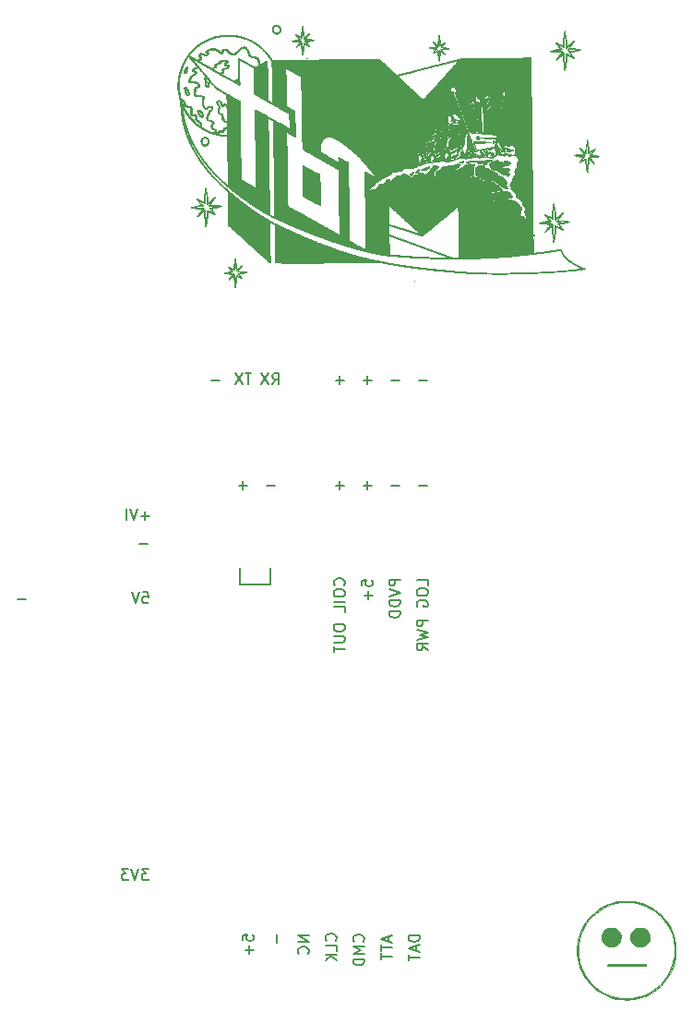
<source format=gbr>
G04 #@! TF.GenerationSoftware,KiCad,Pcbnew,(5.0.0)*
G04 #@! TF.CreationDate,2019-12-13T16:22:20-06:00*
G04 #@! TF.ProjectId,MiniRoverPowerBoard_Hardware,4D696E69526F766572506F776572426F,rev?*
G04 #@! TF.SameCoordinates,Original*
G04 #@! TF.FileFunction,Legend,Bot*
G04 #@! TF.FilePolarity,Positive*
%FSLAX46Y46*%
G04 Gerber Fmt 4.6, Leading zero omitted, Abs format (unit mm)*
G04 Created by KiCad (PCBNEW (5.0.0)) date 12/13/19 16:22:20*
%MOMM*%
%LPD*%
G01*
G04 APERTURE LIST*
%ADD10C,0.152400*%
%ADD11C,0.200000*%
%ADD12C,0.010000*%
G04 APERTURE END LIST*
D10*
X135769047Y-83892571D02*
X134994952Y-83892571D01*
X128717523Y-103329619D02*
X129201333Y-103329619D01*
X129249714Y-103813428D01*
X129201333Y-103765047D01*
X129104571Y-103716666D01*
X128862666Y-103716666D01*
X128765904Y-103765047D01*
X128717523Y-103813428D01*
X128669142Y-103910190D01*
X128669142Y-104152095D01*
X128717523Y-104248857D01*
X128765904Y-104297238D01*
X128862666Y-104345619D01*
X129104571Y-104345619D01*
X129201333Y-104297238D01*
X129249714Y-104248857D01*
X128378857Y-103329619D02*
X128040190Y-104345619D01*
X127701523Y-103329619D01*
X129273904Y-128729619D02*
X128644952Y-128729619D01*
X128983619Y-129116666D01*
X128838476Y-129116666D01*
X128741714Y-129165047D01*
X128693333Y-129213428D01*
X128644952Y-129310190D01*
X128644952Y-129552095D01*
X128693333Y-129648857D01*
X128741714Y-129697238D01*
X128838476Y-129745619D01*
X129128761Y-129745619D01*
X129225523Y-129697238D01*
X129273904Y-129648857D01*
X128354666Y-128729619D02*
X128016000Y-129745619D01*
X127677333Y-128729619D01*
X127435428Y-128729619D02*
X126806476Y-128729619D01*
X127145142Y-129116666D01*
X127000000Y-129116666D01*
X126903238Y-129165047D01*
X126854857Y-129213428D01*
X126806476Y-129310190D01*
X126806476Y-129552095D01*
X126854857Y-129648857D01*
X126903238Y-129697238D01*
X127000000Y-129745619D01*
X127290285Y-129745619D01*
X127387047Y-129697238D01*
X127435428Y-129648857D01*
X154129619Y-134801428D02*
X153113619Y-134801428D01*
X153113619Y-135043333D01*
X153162000Y-135188476D01*
X153258761Y-135285238D01*
X153355523Y-135333619D01*
X153549047Y-135382000D01*
X153694190Y-135382000D01*
X153887714Y-135333619D01*
X153984476Y-135285238D01*
X154081238Y-135188476D01*
X154129619Y-135043333D01*
X154129619Y-134801428D01*
X153839333Y-135769047D02*
X153839333Y-136252857D01*
X154129619Y-135672285D02*
X153113619Y-136010952D01*
X154129619Y-136349619D01*
X153113619Y-136543142D02*
X153113619Y-137123714D01*
X154129619Y-136833428D02*
X153113619Y-136833428D01*
X151299333Y-134874000D02*
X151299333Y-135357809D01*
X151589619Y-134777238D02*
X150573619Y-135115904D01*
X151589619Y-135454571D01*
X150573619Y-135648095D02*
X150573619Y-136228666D01*
X151589619Y-135938380D02*
X150573619Y-135938380D01*
X150573619Y-136422190D02*
X150573619Y-137002761D01*
X151589619Y-136712476D02*
X150573619Y-136712476D01*
X148952857Y-135369904D02*
X149001238Y-135321523D01*
X149049619Y-135176380D01*
X149049619Y-135079619D01*
X149001238Y-134934476D01*
X148904476Y-134837714D01*
X148807714Y-134789333D01*
X148614190Y-134740952D01*
X148469047Y-134740952D01*
X148275523Y-134789333D01*
X148178761Y-134837714D01*
X148082000Y-134934476D01*
X148033619Y-135079619D01*
X148033619Y-135176380D01*
X148082000Y-135321523D01*
X148130380Y-135369904D01*
X149049619Y-135805333D02*
X148033619Y-135805333D01*
X148759333Y-136144000D01*
X148033619Y-136482666D01*
X149049619Y-136482666D01*
X149049619Y-136966476D02*
X148033619Y-136966476D01*
X148033619Y-137208380D01*
X148082000Y-137353523D01*
X148178761Y-137450285D01*
X148275523Y-137498666D01*
X148469047Y-137547047D01*
X148614190Y-137547047D01*
X148807714Y-137498666D01*
X148904476Y-137450285D01*
X149001238Y-137353523D01*
X149049619Y-137208380D01*
X149049619Y-136966476D01*
X146412857Y-135285238D02*
X146461238Y-135236857D01*
X146509619Y-135091714D01*
X146509619Y-134994952D01*
X146461238Y-134849809D01*
X146364476Y-134753047D01*
X146267714Y-134704666D01*
X146074190Y-134656285D01*
X145929047Y-134656285D01*
X145735523Y-134704666D01*
X145638761Y-134753047D01*
X145542000Y-134849809D01*
X145493619Y-134994952D01*
X145493619Y-135091714D01*
X145542000Y-135236857D01*
X145590380Y-135285238D01*
X146509619Y-136204476D02*
X146509619Y-135720666D01*
X145493619Y-135720666D01*
X146509619Y-136543142D02*
X145493619Y-136543142D01*
X146509619Y-137123714D02*
X145929047Y-136688285D01*
X145493619Y-137123714D02*
X146074190Y-136543142D01*
X143969619Y-134837714D02*
X142953619Y-134837714D01*
X143969619Y-135418285D01*
X142953619Y-135418285D01*
X143872857Y-136482666D02*
X143921238Y-136434285D01*
X143969619Y-136289142D01*
X143969619Y-136192380D01*
X143921238Y-136047238D01*
X143824476Y-135950476D01*
X143727714Y-135902095D01*
X143534190Y-135853714D01*
X143389047Y-135853714D01*
X143195523Y-135902095D01*
X143098761Y-135950476D01*
X143002000Y-136047238D01*
X142953619Y-136192380D01*
X142953619Y-136289142D01*
X143002000Y-136434285D01*
X143050380Y-136482666D01*
X141042571Y-134740952D02*
X141042571Y-135515047D01*
X137873619Y-135248952D02*
X137873619Y-134765142D01*
X138357428Y-134716761D01*
X138309047Y-134765142D01*
X138260666Y-134861904D01*
X138260666Y-135103809D01*
X138309047Y-135200571D01*
X138357428Y-135248952D01*
X138454190Y-135297333D01*
X138696095Y-135297333D01*
X138792857Y-135248952D01*
X138841238Y-135200571D01*
X138889619Y-135103809D01*
X138889619Y-134861904D01*
X138841238Y-134765142D01*
X138792857Y-134716761D01*
X138502571Y-135732761D02*
X138502571Y-136506857D01*
X138889619Y-136119809D02*
X138115523Y-136119809D01*
X117989047Y-103958571D02*
X117214952Y-103958571D01*
X129165047Y-98878571D02*
X128390952Y-98878571D01*
D11*
X140462000Y-102616000D02*
X140462000Y-101092000D01*
X137668000Y-102616000D02*
X140462000Y-102616000D01*
X137668000Y-101092000D02*
X137668000Y-102616000D01*
D10*
X147174857Y-102700666D02*
X147223238Y-102652285D01*
X147271619Y-102507142D01*
X147271619Y-102410380D01*
X147223238Y-102265238D01*
X147126476Y-102168476D01*
X147029714Y-102120095D01*
X146836190Y-102071714D01*
X146691047Y-102071714D01*
X146497523Y-102120095D01*
X146400761Y-102168476D01*
X146304000Y-102265238D01*
X146255619Y-102410380D01*
X146255619Y-102507142D01*
X146304000Y-102652285D01*
X146352380Y-102700666D01*
X146255619Y-103329619D02*
X146255619Y-103523142D01*
X146304000Y-103619904D01*
X146400761Y-103716666D01*
X146594285Y-103765047D01*
X146932952Y-103765047D01*
X147126476Y-103716666D01*
X147223238Y-103619904D01*
X147271619Y-103523142D01*
X147271619Y-103329619D01*
X147223238Y-103232857D01*
X147126476Y-103136095D01*
X146932952Y-103087714D01*
X146594285Y-103087714D01*
X146400761Y-103136095D01*
X146304000Y-103232857D01*
X146255619Y-103329619D01*
X147271619Y-104200476D02*
X146255619Y-104200476D01*
X147271619Y-105168095D02*
X147271619Y-104684285D01*
X146255619Y-104684285D01*
X146255619Y-106474380D02*
X146255619Y-106667904D01*
X146304000Y-106764666D01*
X146400761Y-106861428D01*
X146594285Y-106909809D01*
X146932952Y-106909809D01*
X147126476Y-106861428D01*
X147223238Y-106764666D01*
X147271619Y-106667904D01*
X147271619Y-106474380D01*
X147223238Y-106377619D01*
X147126476Y-106280857D01*
X146932952Y-106232476D01*
X146594285Y-106232476D01*
X146400761Y-106280857D01*
X146304000Y-106377619D01*
X146255619Y-106474380D01*
X146255619Y-107345238D02*
X147078095Y-107345238D01*
X147174857Y-107393619D01*
X147223238Y-107442000D01*
X147271619Y-107538761D01*
X147271619Y-107732285D01*
X147223238Y-107829047D01*
X147174857Y-107877428D01*
X147078095Y-107925809D01*
X146255619Y-107925809D01*
X146255619Y-108264476D02*
X146255619Y-108845047D01*
X147271619Y-108554761D02*
X146255619Y-108554761D01*
X154891619Y-102700666D02*
X154891619Y-102216857D01*
X153875619Y-102216857D01*
X153875619Y-103232857D02*
X153875619Y-103426380D01*
X153924000Y-103523142D01*
X154020761Y-103619904D01*
X154214285Y-103668285D01*
X154552952Y-103668285D01*
X154746476Y-103619904D01*
X154843238Y-103523142D01*
X154891619Y-103426380D01*
X154891619Y-103232857D01*
X154843238Y-103136095D01*
X154746476Y-103039333D01*
X154552952Y-102990952D01*
X154214285Y-102990952D01*
X154020761Y-103039333D01*
X153924000Y-103136095D01*
X153875619Y-103232857D01*
X153924000Y-104635904D02*
X153875619Y-104539142D01*
X153875619Y-104394000D01*
X153924000Y-104248857D01*
X154020761Y-104152095D01*
X154117523Y-104103714D01*
X154311047Y-104055333D01*
X154456190Y-104055333D01*
X154649714Y-104103714D01*
X154746476Y-104152095D01*
X154843238Y-104248857D01*
X154891619Y-104394000D01*
X154891619Y-104490761D01*
X154843238Y-104635904D01*
X154794857Y-104684285D01*
X154456190Y-104684285D01*
X154456190Y-104490761D01*
X154891619Y-105893809D02*
X153875619Y-105893809D01*
X153875619Y-106280857D01*
X153924000Y-106377619D01*
X153972380Y-106426000D01*
X154069142Y-106474380D01*
X154214285Y-106474380D01*
X154311047Y-106426000D01*
X154359428Y-106377619D01*
X154407809Y-106280857D01*
X154407809Y-105893809D01*
X153875619Y-106813047D02*
X154891619Y-107054952D01*
X154165904Y-107248476D01*
X154891619Y-107442000D01*
X153875619Y-107683904D01*
X154891619Y-108651523D02*
X154407809Y-108312857D01*
X154891619Y-108070952D02*
X153875619Y-108070952D01*
X153875619Y-108458000D01*
X153924000Y-108554761D01*
X153972380Y-108603142D01*
X154069142Y-108651523D01*
X154214285Y-108651523D01*
X154311047Y-108603142D01*
X154359428Y-108554761D01*
X154407809Y-108458000D01*
X154407809Y-108070952D01*
X152351619Y-102168476D02*
X151335619Y-102168476D01*
X151335619Y-102555523D01*
X151384000Y-102652285D01*
X151432380Y-102700666D01*
X151529142Y-102749047D01*
X151674285Y-102749047D01*
X151771047Y-102700666D01*
X151819428Y-102652285D01*
X151867809Y-102555523D01*
X151867809Y-102168476D01*
X151335619Y-103039333D02*
X152351619Y-103378000D01*
X151335619Y-103716666D01*
X152351619Y-104055333D02*
X151335619Y-104055333D01*
X151335619Y-104297238D01*
X151384000Y-104442380D01*
X151480761Y-104539142D01*
X151577523Y-104587523D01*
X151771047Y-104635904D01*
X151916190Y-104635904D01*
X152109714Y-104587523D01*
X152206476Y-104539142D01*
X152303238Y-104442380D01*
X152351619Y-104297238D01*
X152351619Y-104055333D01*
X152351619Y-105071333D02*
X151335619Y-105071333D01*
X151335619Y-105313238D01*
X151384000Y-105458380D01*
X151480761Y-105555142D01*
X151577523Y-105603523D01*
X151771047Y-105651904D01*
X151916190Y-105651904D01*
X152109714Y-105603523D01*
X152206476Y-105555142D01*
X152303238Y-105458380D01*
X152351619Y-105313238D01*
X152351619Y-105071333D01*
X148795619Y-102736952D02*
X148795619Y-102253142D01*
X149279428Y-102204761D01*
X149231047Y-102253142D01*
X149182666Y-102349904D01*
X149182666Y-102591809D01*
X149231047Y-102688571D01*
X149279428Y-102736952D01*
X149376190Y-102785333D01*
X149618095Y-102785333D01*
X149714857Y-102736952D01*
X149763238Y-102688571D01*
X149811619Y-102591809D01*
X149811619Y-102349904D01*
X149763238Y-102253142D01*
X149714857Y-102204761D01*
X149424571Y-103220761D02*
X149424571Y-103994857D01*
X149811619Y-103607809D02*
X149037523Y-103607809D01*
X152279047Y-93544571D02*
X151504952Y-93544571D01*
X154819047Y-93544571D02*
X154044952Y-93544571D01*
X140849047Y-93544571D02*
X140074952Y-93544571D01*
X154819047Y-83892571D02*
X154044952Y-83892571D01*
X152279047Y-83892571D02*
X151504952Y-83892571D01*
X140631333Y-84279619D02*
X140970000Y-83795809D01*
X141211904Y-84279619D02*
X141211904Y-83263619D01*
X140824857Y-83263619D01*
X140728095Y-83312000D01*
X140679714Y-83360380D01*
X140631333Y-83457142D01*
X140631333Y-83602285D01*
X140679714Y-83699047D01*
X140728095Y-83747428D01*
X140824857Y-83795809D01*
X141211904Y-83795809D01*
X140292666Y-83263619D02*
X139615333Y-84279619D01*
X139615333Y-83263619D02*
X140292666Y-84279619D01*
X138696095Y-83263619D02*
X138115523Y-83263619D01*
X138405809Y-84279619D02*
X138405809Y-83263619D01*
X137873619Y-83263619D02*
X137196285Y-84279619D01*
X137196285Y-83263619D02*
X137873619Y-84279619D01*
X147199047Y-83892571D02*
X146424952Y-83892571D01*
X146812000Y-84279619D02*
X146812000Y-83505523D01*
X149739047Y-83892571D02*
X148964952Y-83892571D01*
X149352000Y-84279619D02*
X149352000Y-83505523D01*
X149739047Y-93544571D02*
X148964952Y-93544571D01*
X149352000Y-93931619D02*
X149352000Y-93157523D01*
X138309047Y-93544571D02*
X137534952Y-93544571D01*
X137922000Y-93931619D02*
X137922000Y-93157523D01*
X147199047Y-93544571D02*
X146424952Y-93544571D01*
X146812000Y-93931619D02*
X146812000Y-93157523D01*
X129334380Y-96338571D02*
X128560285Y-96338571D01*
X128947333Y-96725619D02*
X128947333Y-95951523D01*
X128221619Y-95709619D02*
X127882952Y-96725619D01*
X127544285Y-95709619D01*
X127205619Y-96725619D02*
X127205619Y-95709619D01*
D12*
G04 #@! TO.C,G\002A\002A\002A*
G36*
X171442121Y-134114028D02*
X171271135Y-134183878D01*
X171120375Y-134288957D01*
X170993066Y-134427523D01*
X170894679Y-134593032D01*
X170830814Y-134774276D01*
X170808671Y-134955236D01*
X170827729Y-135132900D01*
X170887464Y-135304259D01*
X170987354Y-135466302D01*
X171061237Y-135552484D01*
X171189646Y-135669371D01*
X171320729Y-135749439D01*
X171464991Y-135797474D01*
X171632935Y-135818260D01*
X171645891Y-135818820D01*
X171795521Y-135818223D01*
X171914627Y-135804218D01*
X171947416Y-135796343D01*
X172118847Y-135727086D01*
X172270518Y-135625091D01*
X172397876Y-135495851D01*
X172496369Y-135344859D01*
X172561445Y-135177610D01*
X172587260Y-135024255D01*
X172581134Y-134830870D01*
X172537827Y-134650813D01*
X172460646Y-134488190D01*
X172352902Y-134347105D01*
X172217902Y-134231665D01*
X172058957Y-134145976D01*
X171879375Y-134094142D01*
X171831863Y-134086982D01*
X171630106Y-134081149D01*
X171442121Y-134114028D01*
X171442121Y-134114028D01*
G37*
X171442121Y-134114028D02*
X171271135Y-134183878D01*
X171120375Y-134288957D01*
X170993066Y-134427523D01*
X170894679Y-134593032D01*
X170830814Y-134774276D01*
X170808671Y-134955236D01*
X170827729Y-135132900D01*
X170887464Y-135304259D01*
X170987354Y-135466302D01*
X171061237Y-135552484D01*
X171189646Y-135669371D01*
X171320729Y-135749439D01*
X171464991Y-135797474D01*
X171632935Y-135818260D01*
X171645891Y-135818820D01*
X171795521Y-135818223D01*
X171914627Y-135804218D01*
X171947416Y-135796343D01*
X172118847Y-135727086D01*
X172270518Y-135625091D01*
X172397876Y-135495851D01*
X172496369Y-135344859D01*
X172561445Y-135177610D01*
X172587260Y-135024255D01*
X172581134Y-134830870D01*
X172537827Y-134650813D01*
X172460646Y-134488190D01*
X172352902Y-134347105D01*
X172217902Y-134231665D01*
X172058957Y-134145976D01*
X171879375Y-134094142D01*
X171831863Y-134086982D01*
X171630106Y-134081149D01*
X171442121Y-134114028D01*
G36*
X174253445Y-134084248D02*
X174067743Y-134123401D01*
X173900285Y-134197858D01*
X173754622Y-134304940D01*
X173634306Y-134441968D01*
X173542888Y-134606261D01*
X173483917Y-134795140D01*
X173479344Y-134818494D01*
X173467458Y-134995443D01*
X173494759Y-135169880D01*
X173558217Y-135336176D01*
X173654799Y-135488702D01*
X173781475Y-135621830D01*
X173935213Y-135729931D01*
X173984008Y-135755590D01*
X174050642Y-135785136D01*
X174112949Y-135803630D01*
X174185488Y-135813962D01*
X174282820Y-135819024D01*
X174306794Y-135819664D01*
X174405463Y-135819728D01*
X174497473Y-135815752D01*
X174568156Y-135808518D01*
X174588287Y-135804616D01*
X174756265Y-135741582D01*
X174908748Y-135643401D01*
X175039341Y-135516266D01*
X175141650Y-135366374D01*
X175208082Y-135204164D01*
X175233344Y-135064868D01*
X175237255Y-134911848D01*
X175220753Y-134761029D01*
X175184777Y-134628334D01*
X175172380Y-134598834D01*
X175077696Y-134440853D01*
X174952587Y-134305534D01*
X174803785Y-134197708D01*
X174638024Y-134122208D01*
X174462037Y-134083868D01*
X174453841Y-134083081D01*
X174253445Y-134084248D01*
X174253445Y-134084248D01*
G37*
X174253445Y-134084248D02*
X174067743Y-134123401D01*
X173900285Y-134197858D01*
X173754622Y-134304940D01*
X173634306Y-134441968D01*
X173542888Y-134606261D01*
X173483917Y-134795140D01*
X173479344Y-134818494D01*
X173467458Y-134995443D01*
X173494759Y-135169880D01*
X173558217Y-135336176D01*
X173654799Y-135488702D01*
X173781475Y-135621830D01*
X173935213Y-135729931D01*
X173984008Y-135755590D01*
X174050642Y-135785136D01*
X174112949Y-135803630D01*
X174185488Y-135813962D01*
X174282820Y-135819024D01*
X174306794Y-135819664D01*
X174405463Y-135819728D01*
X174497473Y-135815752D01*
X174568156Y-135808518D01*
X174588287Y-135804616D01*
X174756265Y-135741582D01*
X174908748Y-135643401D01*
X175039341Y-135516266D01*
X175141650Y-135366374D01*
X175208082Y-135204164D01*
X175233344Y-135064868D01*
X175237255Y-134911848D01*
X175220753Y-134761029D01*
X175184777Y-134628334D01*
X175172380Y-134598834D01*
X175077696Y-134440853D01*
X174952587Y-134305534D01*
X174803785Y-134197708D01*
X174638024Y-134122208D01*
X174462037Y-134083868D01*
X174453841Y-134083081D01*
X174253445Y-134084248D01*
G36*
X172440372Y-137417691D02*
X172220733Y-137418257D01*
X172022190Y-137419214D01*
X171848173Y-137420541D01*
X171702112Y-137422214D01*
X171587437Y-137424214D01*
X171507579Y-137426516D01*
X171465967Y-137429100D01*
X171462652Y-137429624D01*
X171394851Y-137456816D01*
X171359983Y-137499602D01*
X171361889Y-137551518D01*
X171375648Y-137575975D01*
X171382376Y-137583174D01*
X171393193Y-137589442D01*
X171410911Y-137594847D01*
X171438344Y-137599461D01*
X171478304Y-137603352D01*
X171533604Y-137606592D01*
X171607056Y-137609251D01*
X171701474Y-137611399D01*
X171819670Y-137613105D01*
X171964456Y-137614441D01*
X172138646Y-137615476D01*
X172345052Y-137616281D01*
X172586488Y-137616925D01*
X172865765Y-137617480D01*
X173051660Y-137617796D01*
X173314139Y-137618059D01*
X173565868Y-137617980D01*
X173803409Y-137617583D01*
X174023327Y-137616887D01*
X174222187Y-137615914D01*
X174396552Y-137614684D01*
X174542986Y-137613220D01*
X174658054Y-137611541D01*
X174738319Y-137609668D01*
X174780346Y-137607623D01*
X174783750Y-137607213D01*
X174840089Y-137593862D01*
X174866334Y-137571517D01*
X174873900Y-137541000D01*
X174876735Y-137519883D01*
X174878769Y-137501483D01*
X174877298Y-137485602D01*
X174869621Y-137472045D01*
X174853036Y-137460614D01*
X174824839Y-137451113D01*
X174782328Y-137443346D01*
X174722802Y-137437115D01*
X174643557Y-137432224D01*
X174541892Y-137428476D01*
X174415105Y-137425675D01*
X174260492Y-137423624D01*
X174075352Y-137422126D01*
X173856981Y-137420984D01*
X173602679Y-137420002D01*
X173309742Y-137418984D01*
X173191559Y-137418560D01*
X172929215Y-137417821D01*
X172677676Y-137417538D01*
X172440372Y-137417691D01*
X172440372Y-137417691D01*
G37*
X172440372Y-137417691D02*
X172220733Y-137418257D01*
X172022190Y-137419214D01*
X171848173Y-137420541D01*
X171702112Y-137422214D01*
X171587437Y-137424214D01*
X171507579Y-137426516D01*
X171465967Y-137429100D01*
X171462652Y-137429624D01*
X171394851Y-137456816D01*
X171359983Y-137499602D01*
X171361889Y-137551518D01*
X171375648Y-137575975D01*
X171382376Y-137583174D01*
X171393193Y-137589442D01*
X171410911Y-137594847D01*
X171438344Y-137599461D01*
X171478304Y-137603352D01*
X171533604Y-137606592D01*
X171607056Y-137609251D01*
X171701474Y-137611399D01*
X171819670Y-137613105D01*
X171964456Y-137614441D01*
X172138646Y-137615476D01*
X172345052Y-137616281D01*
X172586488Y-137616925D01*
X172865765Y-137617480D01*
X173051660Y-137617796D01*
X173314139Y-137618059D01*
X173565868Y-137617980D01*
X173803409Y-137617583D01*
X174023327Y-137616887D01*
X174222187Y-137615914D01*
X174396552Y-137614684D01*
X174542986Y-137613220D01*
X174658054Y-137611541D01*
X174738319Y-137609668D01*
X174780346Y-137607623D01*
X174783750Y-137607213D01*
X174840089Y-137593862D01*
X174866334Y-137571517D01*
X174873900Y-137541000D01*
X174876735Y-137519883D01*
X174878769Y-137501483D01*
X174877298Y-137485602D01*
X174869621Y-137472045D01*
X174853036Y-137460614D01*
X174824839Y-137451113D01*
X174782328Y-137443346D01*
X174722802Y-137437115D01*
X174643557Y-137432224D01*
X174541892Y-137428476D01*
X174415105Y-137425675D01*
X174260492Y-137423624D01*
X174075352Y-137422126D01*
X173856981Y-137420984D01*
X173602679Y-137420002D01*
X173309742Y-137418984D01*
X173191559Y-137418560D01*
X172929215Y-137417821D01*
X172677676Y-137417538D01*
X172440372Y-137417691D01*
G36*
X172902322Y-131647976D02*
X172750468Y-131648700D01*
X172628761Y-131650421D01*
X172531109Y-131653468D01*
X172451421Y-131658172D01*
X172383603Y-131664862D01*
X172321563Y-131673868D01*
X172259211Y-131685520D01*
X172212000Y-131695451D01*
X171804337Y-131798943D01*
X171426254Y-131927673D01*
X171071431Y-132084439D01*
X170733550Y-132272043D01*
X170406292Y-132493282D01*
X170398749Y-132498856D01*
X170224848Y-132639036D01*
X170039142Y-132809141D01*
X169848872Y-133001289D01*
X169661280Y-133207598D01*
X169483607Y-133420186D01*
X169323095Y-133631171D01*
X169218250Y-133783738D01*
X169037296Y-134097160D01*
X168883063Y-134438452D01*
X168757028Y-134801505D01*
X168660666Y-135180204D01*
X168595453Y-135568440D01*
X168562866Y-135960099D01*
X168564380Y-136349072D01*
X168571486Y-136461500D01*
X168619157Y-136881484D01*
X168696486Y-137275160D01*
X168805665Y-137648432D01*
X168948883Y-138007205D01*
X169128331Y-138357380D01*
X169346197Y-138704862D01*
X169466584Y-138874500D01*
X169550083Y-138979635D01*
X169658106Y-139103215D01*
X169782894Y-139237403D01*
X169916691Y-139374363D01*
X170051738Y-139506258D01*
X170180278Y-139625252D01*
X170294554Y-139723510D01*
X170350447Y-139767319D01*
X170487017Y-139863693D01*
X170647672Y-139968232D01*
X170819672Y-140073272D01*
X170990278Y-140171150D01*
X171146749Y-140254200D01*
X171215085Y-140287480D01*
X171526661Y-140415381D01*
X171866672Y-140521832D01*
X172225630Y-140604200D01*
X172529500Y-140652182D01*
X172663611Y-140665501D01*
X172821515Y-140675557D01*
X172991205Y-140682088D01*
X173160673Y-140684831D01*
X173317914Y-140683521D01*
X173450920Y-140677896D01*
X173503166Y-140673531D01*
X173845059Y-140628998D01*
X174158208Y-140568089D01*
X174453928Y-140488117D01*
X174743534Y-140386396D01*
X174790213Y-140367861D01*
X175172806Y-140191074D01*
X175538790Y-139976940D01*
X175885033Y-139728239D01*
X176208402Y-139447756D01*
X176505764Y-139138273D01*
X176773987Y-138802573D01*
X177009940Y-138443438D01*
X177065676Y-138346458D01*
X177203436Y-138084344D01*
X177315293Y-137835060D01*
X177407210Y-137583567D01*
X177485147Y-137314825D01*
X177503316Y-137242484D01*
X177536210Y-137100636D01*
X177561947Y-136970168D01*
X177581189Y-136843171D01*
X177594597Y-136711737D01*
X177602832Y-136567958D01*
X177606555Y-136403923D01*
X177606439Y-136228577D01*
X177495169Y-136228577D01*
X177492601Y-136421191D01*
X177486416Y-136602092D01*
X177476610Y-136762629D01*
X177463178Y-136894150D01*
X177454735Y-136948334D01*
X177356521Y-137367913D01*
X177219209Y-137771769D01*
X177043487Y-138158638D01*
X176830044Y-138527254D01*
X176579571Y-138876354D01*
X176292755Y-139204671D01*
X176145103Y-139351910D01*
X175816086Y-139637969D01*
X175467104Y-139887413D01*
X175099759Y-140099484D01*
X174715650Y-140273423D01*
X174316380Y-140408471D01*
X173903548Y-140503870D01*
X173630166Y-140544088D01*
X173522089Y-140553110D01*
X173384475Y-140559532D01*
X173228139Y-140563334D01*
X173063898Y-140564496D01*
X172902568Y-140562995D01*
X172754963Y-140558813D01*
X172631900Y-140551927D01*
X172571278Y-140546124D01*
X172137404Y-140473650D01*
X171722776Y-140363493D01*
X171326966Y-140215453D01*
X170949548Y-140029329D01*
X170590092Y-139804922D01*
X170248171Y-139542032D01*
X170058375Y-139372459D01*
X169776717Y-139081100D01*
X169521985Y-138764292D01*
X169296914Y-138426854D01*
X169104240Y-138073605D01*
X168946699Y-137709365D01*
X168827028Y-137338954D01*
X168773051Y-137108319D01*
X168705060Y-136664226D01*
X168678428Y-136222655D01*
X168693253Y-135785883D01*
X168708584Y-135631744D01*
X168777603Y-135200796D01*
X168881505Y-134793297D01*
X169021103Y-134407571D01*
X169197209Y-134041940D01*
X169410636Y-133694731D01*
X169662195Y-133364266D01*
X169952700Y-133048869D01*
X169967371Y-133034342D01*
X170294462Y-132737014D01*
X170632476Y-132480000D01*
X170983485Y-132262219D01*
X171349563Y-132082589D01*
X171732782Y-131940026D01*
X172135215Y-131833448D01*
X172342987Y-131793534D01*
X172411088Y-131783257D01*
X172482806Y-131775439D01*
X172564134Y-131769906D01*
X172661066Y-131766481D01*
X172779595Y-131764990D01*
X172925714Y-131765255D01*
X173105416Y-131767103D01*
X173200237Y-131768425D01*
X173403053Y-131771766D01*
X173570924Y-131775956D01*
X173711238Y-131782103D01*
X173831381Y-131791315D01*
X173938742Y-131804699D01*
X174040707Y-131823363D01*
X174144665Y-131848417D01*
X174258002Y-131880967D01*
X174388106Y-131922121D01*
X174524432Y-131967031D01*
X174906542Y-132115873D01*
X175271789Y-132301746D01*
X175617837Y-132521917D01*
X175942348Y-132773652D01*
X176242985Y-133054221D01*
X176517412Y-133360889D01*
X176763292Y-133690924D01*
X176978287Y-134041593D01*
X177160061Y-134410165D01*
X177306277Y-134793905D01*
X177414597Y-135190081D01*
X177453918Y-135392584D01*
X177469365Y-135514002D01*
X177481218Y-135666961D01*
X177489473Y-135842810D01*
X177494125Y-136032899D01*
X177495169Y-136228577D01*
X177606439Y-136228577D01*
X177606427Y-136211726D01*
X177604074Y-136036912D01*
X177599880Y-135839138D01*
X177594072Y-135674949D01*
X177585579Y-135535602D01*
X177573328Y-135412352D01*
X177556247Y-135296456D01*
X177533265Y-135179169D01*
X177503308Y-135051746D01*
X177465387Y-134905750D01*
X177342385Y-134526489D01*
X177178714Y-134155862D01*
X176975496Y-133795747D01*
X176733851Y-133448024D01*
X176454903Y-133114573D01*
X176298061Y-132950036D01*
X175976108Y-132652684D01*
X175640282Y-132394665D01*
X175287790Y-132174455D01*
X174915841Y-131990532D01*
X174521644Y-131841370D01*
X174102406Y-131725445D01*
X174021750Y-131707493D01*
X173942831Y-131690859D01*
X173874235Y-131677677D01*
X173809618Y-131667541D01*
X173742636Y-131660046D01*
X173666945Y-131654785D01*
X173576200Y-131651354D01*
X173464058Y-131649346D01*
X173324173Y-131648355D01*
X173150203Y-131647975D01*
X173090416Y-131647920D01*
X172902322Y-131647976D01*
X172902322Y-131647976D01*
G37*
X172902322Y-131647976D02*
X172750468Y-131648700D01*
X172628761Y-131650421D01*
X172531109Y-131653468D01*
X172451421Y-131658172D01*
X172383603Y-131664862D01*
X172321563Y-131673868D01*
X172259211Y-131685520D01*
X172212000Y-131695451D01*
X171804337Y-131798943D01*
X171426254Y-131927673D01*
X171071431Y-132084439D01*
X170733550Y-132272043D01*
X170406292Y-132493282D01*
X170398749Y-132498856D01*
X170224848Y-132639036D01*
X170039142Y-132809141D01*
X169848872Y-133001289D01*
X169661280Y-133207598D01*
X169483607Y-133420186D01*
X169323095Y-133631171D01*
X169218250Y-133783738D01*
X169037296Y-134097160D01*
X168883063Y-134438452D01*
X168757028Y-134801505D01*
X168660666Y-135180204D01*
X168595453Y-135568440D01*
X168562866Y-135960099D01*
X168564380Y-136349072D01*
X168571486Y-136461500D01*
X168619157Y-136881484D01*
X168696486Y-137275160D01*
X168805665Y-137648432D01*
X168948883Y-138007205D01*
X169128331Y-138357380D01*
X169346197Y-138704862D01*
X169466584Y-138874500D01*
X169550083Y-138979635D01*
X169658106Y-139103215D01*
X169782894Y-139237403D01*
X169916691Y-139374363D01*
X170051738Y-139506258D01*
X170180278Y-139625252D01*
X170294554Y-139723510D01*
X170350447Y-139767319D01*
X170487017Y-139863693D01*
X170647672Y-139968232D01*
X170819672Y-140073272D01*
X170990278Y-140171150D01*
X171146749Y-140254200D01*
X171215085Y-140287480D01*
X171526661Y-140415381D01*
X171866672Y-140521832D01*
X172225630Y-140604200D01*
X172529500Y-140652182D01*
X172663611Y-140665501D01*
X172821515Y-140675557D01*
X172991205Y-140682088D01*
X173160673Y-140684831D01*
X173317914Y-140683521D01*
X173450920Y-140677896D01*
X173503166Y-140673531D01*
X173845059Y-140628998D01*
X174158208Y-140568089D01*
X174453928Y-140488117D01*
X174743534Y-140386396D01*
X174790213Y-140367861D01*
X175172806Y-140191074D01*
X175538790Y-139976940D01*
X175885033Y-139728239D01*
X176208402Y-139447756D01*
X176505764Y-139138273D01*
X176773987Y-138802573D01*
X177009940Y-138443438D01*
X177065676Y-138346458D01*
X177203436Y-138084344D01*
X177315293Y-137835060D01*
X177407210Y-137583567D01*
X177485147Y-137314825D01*
X177503316Y-137242484D01*
X177536210Y-137100636D01*
X177561947Y-136970168D01*
X177581189Y-136843171D01*
X177594597Y-136711737D01*
X177602832Y-136567958D01*
X177606555Y-136403923D01*
X177606439Y-136228577D01*
X177495169Y-136228577D01*
X177492601Y-136421191D01*
X177486416Y-136602092D01*
X177476610Y-136762629D01*
X177463178Y-136894150D01*
X177454735Y-136948334D01*
X177356521Y-137367913D01*
X177219209Y-137771769D01*
X177043487Y-138158638D01*
X176830044Y-138527254D01*
X176579571Y-138876354D01*
X176292755Y-139204671D01*
X176145103Y-139351910D01*
X175816086Y-139637969D01*
X175467104Y-139887413D01*
X175099759Y-140099484D01*
X174715650Y-140273423D01*
X174316380Y-140408471D01*
X173903548Y-140503870D01*
X173630166Y-140544088D01*
X173522089Y-140553110D01*
X173384475Y-140559532D01*
X173228139Y-140563334D01*
X173063898Y-140564496D01*
X172902568Y-140562995D01*
X172754963Y-140558813D01*
X172631900Y-140551927D01*
X172571278Y-140546124D01*
X172137404Y-140473650D01*
X171722776Y-140363493D01*
X171326966Y-140215453D01*
X170949548Y-140029329D01*
X170590092Y-139804922D01*
X170248171Y-139542032D01*
X170058375Y-139372459D01*
X169776717Y-139081100D01*
X169521985Y-138764292D01*
X169296914Y-138426854D01*
X169104240Y-138073605D01*
X168946699Y-137709365D01*
X168827028Y-137338954D01*
X168773051Y-137108319D01*
X168705060Y-136664226D01*
X168678428Y-136222655D01*
X168693253Y-135785883D01*
X168708584Y-135631744D01*
X168777603Y-135200796D01*
X168881505Y-134793297D01*
X169021103Y-134407571D01*
X169197209Y-134041940D01*
X169410636Y-133694731D01*
X169662195Y-133364266D01*
X169952700Y-133048869D01*
X169967371Y-133034342D01*
X170294462Y-132737014D01*
X170632476Y-132480000D01*
X170983485Y-132262219D01*
X171349563Y-132082589D01*
X171732782Y-131940026D01*
X172135215Y-131833448D01*
X172342987Y-131793534D01*
X172411088Y-131783257D01*
X172482806Y-131775439D01*
X172564134Y-131769906D01*
X172661066Y-131766481D01*
X172779595Y-131764990D01*
X172925714Y-131765255D01*
X173105416Y-131767103D01*
X173200237Y-131768425D01*
X173403053Y-131771766D01*
X173570924Y-131775956D01*
X173711238Y-131782103D01*
X173831381Y-131791315D01*
X173938742Y-131804699D01*
X174040707Y-131823363D01*
X174144665Y-131848417D01*
X174258002Y-131880967D01*
X174388106Y-131922121D01*
X174524432Y-131967031D01*
X174906542Y-132115873D01*
X175271789Y-132301746D01*
X175617837Y-132521917D01*
X175942348Y-132773652D01*
X176242985Y-133054221D01*
X176517412Y-133360889D01*
X176763292Y-133690924D01*
X176978287Y-134041593D01*
X177160061Y-134410165D01*
X177306277Y-134793905D01*
X177414597Y-135190081D01*
X177453918Y-135392584D01*
X177469365Y-135514002D01*
X177481218Y-135666961D01*
X177489473Y-135842810D01*
X177494125Y-136032899D01*
X177495169Y-136228577D01*
X177606439Y-136228577D01*
X177606427Y-136211726D01*
X177604074Y-136036912D01*
X177599880Y-135839138D01*
X177594072Y-135674949D01*
X177585579Y-135535602D01*
X177573328Y-135412352D01*
X177556247Y-135296456D01*
X177533265Y-135179169D01*
X177503308Y-135051746D01*
X177465387Y-134905750D01*
X177342385Y-134526489D01*
X177178714Y-134155862D01*
X176975496Y-133795747D01*
X176733851Y-133448024D01*
X176454903Y-133114573D01*
X176298061Y-132950036D01*
X175976108Y-132652684D01*
X175640282Y-132394665D01*
X175287790Y-132174455D01*
X174915841Y-131990532D01*
X174521644Y-131841370D01*
X174102406Y-131725445D01*
X174021750Y-131707493D01*
X173942831Y-131690859D01*
X173874235Y-131677677D01*
X173809618Y-131667541D01*
X173742636Y-131660046D01*
X173666945Y-131654785D01*
X173576200Y-131651354D01*
X173464058Y-131649346D01*
X173324173Y-131648355D01*
X173150203Y-131647975D01*
X173090416Y-131647920D01*
X172902322Y-131647976D01*
G36*
X154256203Y-63615685D02*
X154244495Y-63638719D01*
X154237923Y-63654718D01*
X154219539Y-63691708D01*
X154195937Y-63725665D01*
X154188489Y-63733873D01*
X154168930Y-63756009D01*
X154158151Y-63773219D01*
X154157420Y-63776426D01*
X154165336Y-63786628D01*
X154185041Y-63786103D01*
X154210469Y-63775787D01*
X154225054Y-63765997D01*
X154244143Y-63744049D01*
X154260239Y-63713386D01*
X154272059Y-63679206D01*
X154278320Y-63646709D01*
X154277741Y-63621095D01*
X154269038Y-63607563D01*
X154264360Y-63606633D01*
X154256203Y-63615685D01*
X154256203Y-63615685D01*
G37*
X154256203Y-63615685D02*
X154244495Y-63638719D01*
X154237923Y-63654718D01*
X154219539Y-63691708D01*
X154195937Y-63725665D01*
X154188489Y-63733873D01*
X154168930Y-63756009D01*
X154158151Y-63773219D01*
X154157420Y-63776426D01*
X154165336Y-63786628D01*
X154185041Y-63786103D01*
X154210469Y-63775787D01*
X154225054Y-63765997D01*
X154244143Y-63744049D01*
X154260239Y-63713386D01*
X154272059Y-63679206D01*
X154278320Y-63646709D01*
X154277741Y-63621095D01*
X154269038Y-63607563D01*
X154264360Y-63606633D01*
X154256203Y-63615685D01*
G36*
X160262763Y-57982984D02*
X160251747Y-57992321D01*
X160257300Y-58003629D01*
X160268967Y-58024053D01*
X160277982Y-58047702D01*
X160283343Y-58063145D01*
X160286219Y-58062075D01*
X160287554Y-58042531D01*
X160287905Y-58027057D01*
X160288040Y-57995382D01*
X160285244Y-57980577D01*
X160276979Y-57978192D01*
X160262763Y-57982984D01*
X160262763Y-57982984D01*
G37*
X160262763Y-57982984D02*
X160251747Y-57992321D01*
X160257300Y-58003629D01*
X160268967Y-58024053D01*
X160277982Y-58047702D01*
X160283343Y-58063145D01*
X160286219Y-58062075D01*
X160287554Y-58042531D01*
X160287905Y-58027057D01*
X160288040Y-57995382D01*
X160285244Y-57980577D01*
X160276979Y-57978192D01*
X160262763Y-57982984D01*
G36*
X159500012Y-57855572D02*
X159459677Y-57877168D01*
X159430711Y-57911876D01*
X159430606Y-57912078D01*
X159415998Y-57954648D01*
X159420105Y-57994892D01*
X159430365Y-58018942D01*
X159459699Y-58057429D01*
X159499814Y-58078233D01*
X159540251Y-58083040D01*
X159576298Y-58079276D01*
X159603556Y-58064856D01*
X159617854Y-58051870D01*
X159638013Y-58027501D01*
X159647020Y-58001561D01*
X159648786Y-57969229D01*
X159641369Y-57918721D01*
X159618696Y-57881862D01*
X159588410Y-57860358D01*
X159545122Y-57849248D01*
X159500012Y-57855572D01*
X159500012Y-57855572D01*
G37*
X159500012Y-57855572D02*
X159459677Y-57877168D01*
X159430711Y-57911876D01*
X159430606Y-57912078D01*
X159415998Y-57954648D01*
X159420105Y-57994892D01*
X159430365Y-58018942D01*
X159459699Y-58057429D01*
X159499814Y-58078233D01*
X159540251Y-58083040D01*
X159576298Y-58079276D01*
X159603556Y-58064856D01*
X159617854Y-58051870D01*
X159638013Y-58027501D01*
X159647020Y-58001561D01*
X159648786Y-57969229D01*
X159641369Y-57918721D01*
X159618696Y-57881862D01*
X159588410Y-57860358D01*
X159545122Y-57849248D01*
X159500012Y-57855572D01*
G36*
X159806033Y-58028252D02*
X159774599Y-58029822D01*
X159759503Y-58033023D01*
X159759228Y-58033260D01*
X159757525Y-58046624D01*
X159760305Y-58059562D01*
X159777221Y-58077899D01*
X159806598Y-58086906D01*
X159835551Y-58089949D01*
X159877046Y-58092060D01*
X159926945Y-58093280D01*
X159981113Y-58093648D01*
X160035411Y-58093204D01*
X160085702Y-58091986D01*
X160127850Y-58090035D01*
X160157718Y-58087391D01*
X160171167Y-58084092D01*
X160171525Y-58083415D01*
X160164039Y-58070443D01*
X160140387Y-58059216D01*
X160098779Y-58049126D01*
X160045611Y-58040667D01*
X160002199Y-58035882D01*
X159951888Y-58032129D01*
X159899325Y-58029525D01*
X159849157Y-58028193D01*
X159806033Y-58028252D01*
X159806033Y-58028252D01*
G37*
X159806033Y-58028252D02*
X159774599Y-58029822D01*
X159759503Y-58033023D01*
X159759228Y-58033260D01*
X159757525Y-58046624D01*
X159760305Y-58059562D01*
X159777221Y-58077899D01*
X159806598Y-58086906D01*
X159835551Y-58089949D01*
X159877046Y-58092060D01*
X159926945Y-58093280D01*
X159981113Y-58093648D01*
X160035411Y-58093204D01*
X160085702Y-58091986D01*
X160127850Y-58090035D01*
X160157718Y-58087391D01*
X160171167Y-58084092D01*
X160171525Y-58083415D01*
X160164039Y-58070443D01*
X160140387Y-58059216D01*
X160098779Y-58049126D01*
X160045611Y-58040667D01*
X160002199Y-58035882D01*
X159951888Y-58032129D01*
X159899325Y-58029525D01*
X159849157Y-58028193D01*
X159806033Y-58028252D01*
G36*
X160536709Y-57773425D02*
X160486106Y-57802817D01*
X160448900Y-57840530D01*
X160415221Y-57899171D01*
X160395909Y-57967501D01*
X160391681Y-58039067D01*
X160403250Y-58107418D01*
X160415776Y-58139611D01*
X160447069Y-58190656D01*
X160484405Y-58223093D01*
X160531885Y-58239551D01*
X160577032Y-58242989D01*
X160613562Y-58242332D01*
X160637896Y-58238063D01*
X160657857Y-58226732D01*
X160681269Y-58204892D01*
X160694560Y-58191189D01*
X160728549Y-58150941D01*
X160749135Y-58112340D01*
X160757843Y-58083723D01*
X160766492Y-58010287D01*
X160765896Y-58004908D01*
X160725378Y-58004908D01*
X160724980Y-58046325D01*
X160720289Y-58083631D01*
X160711717Y-58111576D01*
X160699678Y-58124911D01*
X160696318Y-58125354D01*
X160682662Y-58119296D01*
X160668955Y-58110060D01*
X160653351Y-58086251D01*
X160643090Y-58042289D01*
X160641901Y-58033079D01*
X160636575Y-57997099D01*
X160630460Y-57968974D01*
X160626357Y-57957735D01*
X160607805Y-57945133D01*
X160581555Y-57947604D01*
X160553568Y-57963843D01*
X160541046Y-57976407D01*
X160510941Y-58001972D01*
X160481624Y-58006265D01*
X160453224Y-57989274D01*
X160450358Y-57986317D01*
X160438771Y-57972453D01*
X160435959Y-57960070D01*
X160442525Y-57942192D01*
X160456380Y-57916658D01*
X160492454Y-57871459D01*
X160539827Y-57840629D01*
X160593259Y-57827391D01*
X160602017Y-57827120D01*
X160638393Y-57837348D01*
X160672868Y-57866319D01*
X160702726Y-57911465D01*
X160711638Y-57930745D01*
X160721068Y-57964632D01*
X160725378Y-58004908D01*
X160765896Y-58004908D01*
X160758502Y-57938231D01*
X160735178Y-57872317D01*
X160697822Y-57817302D01*
X160680189Y-57800219D01*
X160648455Y-57776525D01*
X160620047Y-57765533D01*
X160590241Y-57763141D01*
X160536709Y-57773425D01*
X160536709Y-57773425D01*
G37*
X160536709Y-57773425D02*
X160486106Y-57802817D01*
X160448900Y-57840530D01*
X160415221Y-57899171D01*
X160395909Y-57967501D01*
X160391681Y-58039067D01*
X160403250Y-58107418D01*
X160415776Y-58139611D01*
X160447069Y-58190656D01*
X160484405Y-58223093D01*
X160531885Y-58239551D01*
X160577032Y-58242989D01*
X160613562Y-58242332D01*
X160637896Y-58238063D01*
X160657857Y-58226732D01*
X160681269Y-58204892D01*
X160694560Y-58191189D01*
X160728549Y-58150941D01*
X160749135Y-58112340D01*
X160757843Y-58083723D01*
X160766492Y-58010287D01*
X160765896Y-58004908D01*
X160725378Y-58004908D01*
X160724980Y-58046325D01*
X160720289Y-58083631D01*
X160711717Y-58111576D01*
X160699678Y-58124911D01*
X160696318Y-58125354D01*
X160682662Y-58119296D01*
X160668955Y-58110060D01*
X160653351Y-58086251D01*
X160643090Y-58042289D01*
X160641901Y-58033079D01*
X160636575Y-57997099D01*
X160630460Y-57968974D01*
X160626357Y-57957735D01*
X160607805Y-57945133D01*
X160581555Y-57947604D01*
X160553568Y-57963843D01*
X160541046Y-57976407D01*
X160510941Y-58001972D01*
X160481624Y-58006265D01*
X160453224Y-57989274D01*
X160450358Y-57986317D01*
X160438771Y-57972453D01*
X160435959Y-57960070D01*
X160442525Y-57942192D01*
X160456380Y-57916658D01*
X160492454Y-57871459D01*
X160539827Y-57840629D01*
X160593259Y-57827391D01*
X160602017Y-57827120D01*
X160638393Y-57837348D01*
X160672868Y-57866319D01*
X160702726Y-57911465D01*
X160711638Y-57930745D01*
X160721068Y-57964632D01*
X160725378Y-58004908D01*
X160765896Y-58004908D01*
X160758502Y-57938231D01*
X160735178Y-57872317D01*
X160697822Y-57817302D01*
X160680189Y-57800219D01*
X160648455Y-57776525D01*
X160620047Y-57765533D01*
X160590241Y-57763141D01*
X160536709Y-57773425D01*
G36*
X160285369Y-58104414D02*
X160280783Y-58115030D01*
X160257020Y-58152186D01*
X160223518Y-58179537D01*
X160186967Y-58191784D01*
X160183651Y-58191967D01*
X160155370Y-58198616D01*
X160144099Y-58213420D01*
X160141426Y-58232969D01*
X160143784Y-58240129D01*
X160156628Y-58243051D01*
X160184841Y-58245370D01*
X160222468Y-58246941D01*
X160263557Y-58247620D01*
X160302154Y-58247261D01*
X160332306Y-58245720D01*
X160339654Y-58244890D01*
X160363827Y-58241459D01*
X160341676Y-58210350D01*
X160324057Y-58179415D01*
X160308369Y-58142053D01*
X160305666Y-58133807D01*
X160296871Y-58106573D01*
X160291106Y-58097531D01*
X160285369Y-58104414D01*
X160285369Y-58104414D01*
G37*
X160285369Y-58104414D02*
X160280783Y-58115030D01*
X160257020Y-58152186D01*
X160223518Y-58179537D01*
X160186967Y-58191784D01*
X160183651Y-58191967D01*
X160155370Y-58198616D01*
X160144099Y-58213420D01*
X160141426Y-58232969D01*
X160143784Y-58240129D01*
X160156628Y-58243051D01*
X160184841Y-58245370D01*
X160222468Y-58246941D01*
X160263557Y-58247620D01*
X160302154Y-58247261D01*
X160332306Y-58245720D01*
X160339654Y-58244890D01*
X160363827Y-58241459D01*
X160341676Y-58210350D01*
X160324057Y-58179415D01*
X160308369Y-58142053D01*
X160305666Y-58133807D01*
X160296871Y-58106573D01*
X160291106Y-58097531D01*
X160285369Y-58104414D01*
G36*
X159297489Y-57786275D02*
X159280207Y-57791312D01*
X159275807Y-57800462D01*
X159282986Y-57814767D01*
X159289137Y-57816690D01*
X159313462Y-57817906D01*
X159351698Y-57820726D01*
X159399624Y-57824745D01*
X159453023Y-57829558D01*
X159507674Y-57834760D01*
X159559358Y-57839945D01*
X159603857Y-57844709D01*
X159636951Y-57848647D01*
X159654421Y-57851353D01*
X159656044Y-57851913D01*
X159658443Y-57864031D01*
X159661086Y-57893183D01*
X159663664Y-57935083D01*
X159665864Y-57985445D01*
X159665983Y-57988812D01*
X159669863Y-58092200D01*
X159673681Y-58175733D01*
X159677616Y-58240881D01*
X159681846Y-58289113D01*
X159686550Y-58321901D01*
X159691905Y-58340713D01*
X159698090Y-58347021D01*
X159705285Y-58342293D01*
X159708344Y-58337871D01*
X159710565Y-58323372D01*
X159711669Y-58291458D01*
X159711781Y-58245804D01*
X159711029Y-58190084D01*
X159709539Y-58127972D01*
X159707440Y-58063144D01*
X159704857Y-57999273D01*
X159701918Y-57940034D01*
X159698749Y-57889101D01*
X159695478Y-57850148D01*
X159692231Y-57826851D01*
X159690523Y-57822063D01*
X159676866Y-57817626D01*
X159646098Y-57812289D01*
X159602392Y-57806480D01*
X159549922Y-57800626D01*
X159492861Y-57795155D01*
X159435384Y-57790497D01*
X159381663Y-57787079D01*
X159335873Y-57785329D01*
X159331790Y-57785261D01*
X159297489Y-57786275D01*
X159297489Y-57786275D01*
G37*
X159297489Y-57786275D02*
X159280207Y-57791312D01*
X159275807Y-57800462D01*
X159282986Y-57814767D01*
X159289137Y-57816690D01*
X159313462Y-57817906D01*
X159351698Y-57820726D01*
X159399624Y-57824745D01*
X159453023Y-57829558D01*
X159507674Y-57834760D01*
X159559358Y-57839945D01*
X159603857Y-57844709D01*
X159636951Y-57848647D01*
X159654421Y-57851353D01*
X159656044Y-57851913D01*
X159658443Y-57864031D01*
X159661086Y-57893183D01*
X159663664Y-57935083D01*
X159665864Y-57985445D01*
X159665983Y-57988812D01*
X159669863Y-58092200D01*
X159673681Y-58175733D01*
X159677616Y-58240881D01*
X159681846Y-58289113D01*
X159686550Y-58321901D01*
X159691905Y-58340713D01*
X159698090Y-58347021D01*
X159705285Y-58342293D01*
X159708344Y-58337871D01*
X159710565Y-58323372D01*
X159711669Y-58291458D01*
X159711781Y-58245804D01*
X159711029Y-58190084D01*
X159709539Y-58127972D01*
X159707440Y-58063144D01*
X159704857Y-57999273D01*
X159701918Y-57940034D01*
X159698749Y-57889101D01*
X159695478Y-57850148D01*
X159692231Y-57826851D01*
X159690523Y-57822063D01*
X159676866Y-57817626D01*
X159646098Y-57812289D01*
X159602392Y-57806480D01*
X159549922Y-57800626D01*
X159492861Y-57795155D01*
X159435384Y-57790497D01*
X159381663Y-57787079D01*
X159335873Y-57785329D01*
X159331790Y-57785261D01*
X159297489Y-57786275D01*
G36*
X158925566Y-58417916D02*
X158914118Y-58428653D01*
X158916467Y-58434825D01*
X158917957Y-58434929D01*
X158926977Y-58427355D01*
X158930268Y-58422618D01*
X158931525Y-58415321D01*
X158925566Y-58417916D01*
X158925566Y-58417916D01*
G37*
X158925566Y-58417916D02*
X158914118Y-58428653D01*
X158916467Y-58434825D01*
X158917957Y-58434929D01*
X158926977Y-58427355D01*
X158930268Y-58422618D01*
X158931525Y-58415321D01*
X158925566Y-58417916D01*
G36*
X159195332Y-57883475D02*
X159194017Y-57886835D01*
X159186417Y-57901510D01*
X159170850Y-57928005D01*
X159153462Y-57956147D01*
X159121490Y-58006997D01*
X159099109Y-58045079D01*
X159084847Y-58075860D01*
X159077235Y-58104804D01*
X159074802Y-58137378D01*
X159076078Y-58179047D01*
X159079356Y-58231587D01*
X159082661Y-58286312D01*
X159085346Y-58336339D01*
X159087135Y-58376147D01*
X159087754Y-58400219D01*
X159087753Y-58400273D01*
X159089290Y-58423532D01*
X159093242Y-58433855D01*
X159093731Y-58433882D01*
X159103373Y-58426152D01*
X159123674Y-58406492D01*
X159150820Y-58378641D01*
X159160497Y-58368432D01*
X159221131Y-58304029D01*
X159216010Y-58095319D01*
X159213685Y-58014425D01*
X159211098Y-57953532D01*
X159208109Y-57911316D01*
X159204578Y-57886451D01*
X159200365Y-57877613D01*
X159195332Y-57883475D01*
X159195332Y-57883475D01*
G37*
X159195332Y-57883475D02*
X159194017Y-57886835D01*
X159186417Y-57901510D01*
X159170850Y-57928005D01*
X159153462Y-57956147D01*
X159121490Y-58006997D01*
X159099109Y-58045079D01*
X159084847Y-58075860D01*
X159077235Y-58104804D01*
X159074802Y-58137378D01*
X159076078Y-58179047D01*
X159079356Y-58231587D01*
X159082661Y-58286312D01*
X159085346Y-58336339D01*
X159087135Y-58376147D01*
X159087754Y-58400219D01*
X159087753Y-58400273D01*
X159089290Y-58423532D01*
X159093242Y-58433855D01*
X159093731Y-58433882D01*
X159103373Y-58426152D01*
X159123674Y-58406492D01*
X159150820Y-58378641D01*
X159160497Y-58368432D01*
X159221131Y-58304029D01*
X159216010Y-58095319D01*
X159213685Y-58014425D01*
X159211098Y-57953532D01*
X159208109Y-57911316D01*
X159204578Y-57886451D01*
X159200365Y-57877613D01*
X159195332Y-57883475D01*
G36*
X158699790Y-58600279D02*
X158680362Y-58634736D01*
X158679311Y-58636818D01*
X158664273Y-58670720D01*
X158646377Y-58717172D01*
X158627095Y-58771592D01*
X158607899Y-58829396D01*
X158590259Y-58886001D01*
X158575647Y-58936825D01*
X158565536Y-58977283D01*
X158561395Y-59002794D01*
X158561366Y-59004177D01*
X158565822Y-59039812D01*
X158578114Y-59090086D01*
X158596630Y-59150519D01*
X158619757Y-59216632D01*
X158645883Y-59283944D01*
X158673396Y-59347976D01*
X158700683Y-59404248D01*
X158714281Y-59429014D01*
X158781931Y-59540620D01*
X158844757Y-59633212D01*
X158904063Y-59708204D01*
X158961151Y-59767009D01*
X159017323Y-59811043D01*
X159073882Y-59841717D01*
X159105195Y-59853271D01*
X159134792Y-59862826D01*
X159153179Y-59869051D01*
X159159926Y-59868105D01*
X159150258Y-59855308D01*
X159135178Y-59840838D01*
X159103595Y-59813243D01*
X159071722Y-59786970D01*
X159062524Y-59779800D01*
X159037701Y-59757097D01*
X159008393Y-59724953D01*
X158988228Y-59699825D01*
X158960751Y-59664520D01*
X158932965Y-59630891D01*
X158916928Y-59612794D01*
X158872736Y-59556917D01*
X158826858Y-59482859D01*
X158780751Y-59393528D01*
X158735876Y-59291838D01*
X158693690Y-59180698D01*
X158679361Y-59138690D01*
X158655772Y-59048587D01*
X158644393Y-58953713D01*
X158644001Y-58946751D01*
X158642517Y-58887184D01*
X158645790Y-58835172D01*
X158655034Y-58784230D01*
X158671461Y-58727876D01*
X158696285Y-58659627D01*
X158699060Y-58652453D01*
X158712821Y-58612344D01*
X158716926Y-58589801D01*
X158712280Y-58585540D01*
X158699790Y-58600279D01*
X158699790Y-58600279D01*
G37*
X158699790Y-58600279D02*
X158680362Y-58634736D01*
X158679311Y-58636818D01*
X158664273Y-58670720D01*
X158646377Y-58717172D01*
X158627095Y-58771592D01*
X158607899Y-58829396D01*
X158590259Y-58886001D01*
X158575647Y-58936825D01*
X158565536Y-58977283D01*
X158561395Y-59002794D01*
X158561366Y-59004177D01*
X158565822Y-59039812D01*
X158578114Y-59090086D01*
X158596630Y-59150519D01*
X158619757Y-59216632D01*
X158645883Y-59283944D01*
X158673396Y-59347976D01*
X158700683Y-59404248D01*
X158714281Y-59429014D01*
X158781931Y-59540620D01*
X158844757Y-59633212D01*
X158904063Y-59708204D01*
X158961151Y-59767009D01*
X159017323Y-59811043D01*
X159073882Y-59841717D01*
X159105195Y-59853271D01*
X159134792Y-59862826D01*
X159153179Y-59869051D01*
X159159926Y-59868105D01*
X159150258Y-59855308D01*
X159135178Y-59840838D01*
X159103595Y-59813243D01*
X159071722Y-59786970D01*
X159062524Y-59779800D01*
X159037701Y-59757097D01*
X159008393Y-59724953D01*
X158988228Y-59699825D01*
X158960751Y-59664520D01*
X158932965Y-59630891D01*
X158916928Y-59612794D01*
X158872736Y-59556917D01*
X158826858Y-59482859D01*
X158780751Y-59393528D01*
X158735876Y-59291838D01*
X158693690Y-59180698D01*
X158679361Y-59138690D01*
X158655772Y-59048587D01*
X158644393Y-58953713D01*
X158644001Y-58946751D01*
X158642517Y-58887184D01*
X158645790Y-58835172D01*
X158655034Y-58784230D01*
X158671461Y-58727876D01*
X158696285Y-58659627D01*
X158699060Y-58652453D01*
X158712821Y-58612344D01*
X158716926Y-58589801D01*
X158712280Y-58585540D01*
X158699790Y-58600279D01*
G36*
X158788776Y-58589547D02*
X158778259Y-58606763D01*
X158763411Y-58639064D01*
X158746302Y-58681191D01*
X158729007Y-58727887D01*
X158713596Y-58773893D01*
X158705826Y-58800018D01*
X158694455Y-58872457D01*
X158696170Y-58957836D01*
X158710674Y-59052492D01*
X158733209Y-59138707D01*
X158753383Y-59196226D01*
X158780313Y-59262148D01*
X158811749Y-59331900D01*
X158845437Y-59400907D01*
X158879127Y-59464597D01*
X158910565Y-59518397D01*
X158937501Y-59557732D01*
X158942651Y-59564051D01*
X159000437Y-59631247D01*
X159046535Y-59683536D01*
X159082567Y-59722674D01*
X159110157Y-59750414D01*
X159130929Y-59768513D01*
X159133767Y-59770660D01*
X159198915Y-59817985D01*
X159249927Y-59853237D01*
X159289111Y-59877920D01*
X159318775Y-59893541D01*
X159328259Y-59897501D01*
X159355462Y-59907843D01*
X159328964Y-59878715D01*
X159309805Y-59858363D01*
X159280448Y-59827995D01*
X159245793Y-59792658D01*
X159227369Y-59774059D01*
X159191772Y-59737083D01*
X159159135Y-59701114D01*
X159134405Y-59671691D01*
X159126583Y-59661209D01*
X159104529Y-59630751D01*
X159076882Y-59594618D01*
X159061985Y-59575903D01*
X158990866Y-59475185D01*
X158926438Y-59358256D01*
X158870498Y-59229663D01*
X158824845Y-59093953D01*
X158791279Y-58955672D01*
X158774742Y-58849792D01*
X158770934Y-58796914D01*
X158770612Y-58740074D01*
X158773414Y-58684951D01*
X158778978Y-58637225D01*
X158786943Y-58602575D01*
X158791099Y-58592962D01*
X158794043Y-58585083D01*
X158788776Y-58589547D01*
X158788776Y-58589547D01*
G37*
X158788776Y-58589547D02*
X158778259Y-58606763D01*
X158763411Y-58639064D01*
X158746302Y-58681191D01*
X158729007Y-58727887D01*
X158713596Y-58773893D01*
X158705826Y-58800018D01*
X158694455Y-58872457D01*
X158696170Y-58957836D01*
X158710674Y-59052492D01*
X158733209Y-59138707D01*
X158753383Y-59196226D01*
X158780313Y-59262148D01*
X158811749Y-59331900D01*
X158845437Y-59400907D01*
X158879127Y-59464597D01*
X158910565Y-59518397D01*
X158937501Y-59557732D01*
X158942651Y-59564051D01*
X159000437Y-59631247D01*
X159046535Y-59683536D01*
X159082567Y-59722674D01*
X159110157Y-59750414D01*
X159130929Y-59768513D01*
X159133767Y-59770660D01*
X159198915Y-59817985D01*
X159249927Y-59853237D01*
X159289111Y-59877920D01*
X159318775Y-59893541D01*
X159328259Y-59897501D01*
X159355462Y-59907843D01*
X159328964Y-59878715D01*
X159309805Y-59858363D01*
X159280448Y-59827995D01*
X159245793Y-59792658D01*
X159227369Y-59774059D01*
X159191772Y-59737083D01*
X159159135Y-59701114D01*
X159134405Y-59671691D01*
X159126583Y-59661209D01*
X159104529Y-59630751D01*
X159076882Y-59594618D01*
X159061985Y-59575903D01*
X158990866Y-59475185D01*
X158926438Y-59358256D01*
X158870498Y-59229663D01*
X158824845Y-59093953D01*
X158791279Y-58955672D01*
X158774742Y-58849792D01*
X158770934Y-58796914D01*
X158770612Y-58740074D01*
X158773414Y-58684951D01*
X158778978Y-58637225D01*
X158786943Y-58602575D01*
X158791099Y-58592962D01*
X158794043Y-58585083D01*
X158788776Y-58589547D01*
G36*
X157107887Y-57417804D02*
X157109695Y-57432990D01*
X157124361Y-57456409D01*
X157167547Y-57501942D01*
X157211822Y-57526860D01*
X157258987Y-57531865D01*
X157296433Y-57523292D01*
X157335270Y-57506788D01*
X157353347Y-57491842D01*
X157350457Y-57478654D01*
X157346234Y-57475531D01*
X157323302Y-57472148D01*
X157312369Y-57475975D01*
X157290100Y-57482333D01*
X157257982Y-57485722D01*
X157249414Y-57485895D01*
X157217821Y-57482795D01*
X157192502Y-57470537D01*
X157167143Y-57448044D01*
X157139493Y-57424767D01*
X157118780Y-57414875D01*
X157107887Y-57417804D01*
X157107887Y-57417804D01*
G37*
X157107887Y-57417804D02*
X157109695Y-57432990D01*
X157124361Y-57456409D01*
X157167547Y-57501942D01*
X157211822Y-57526860D01*
X157258987Y-57531865D01*
X157296433Y-57523292D01*
X157335270Y-57506788D01*
X157353347Y-57491842D01*
X157350457Y-57478654D01*
X157346234Y-57475531D01*
X157323302Y-57472148D01*
X157312369Y-57475975D01*
X157290100Y-57482333D01*
X157257982Y-57485722D01*
X157249414Y-57485895D01*
X157217821Y-57482795D01*
X157192502Y-57470537D01*
X157167143Y-57448044D01*
X157139493Y-57424767D01*
X157118780Y-57414875D01*
X157107887Y-57417804D01*
G36*
X159937307Y-58803562D02*
X159935338Y-58812390D01*
X159934184Y-58834609D01*
X159933867Y-58870970D01*
X159934409Y-58922224D01*
X159935831Y-58989122D01*
X159938157Y-59072416D01*
X159941407Y-59172854D01*
X159945604Y-59291190D01*
X159950769Y-59428173D01*
X159956926Y-59584554D01*
X159964095Y-59761084D01*
X159968344Y-59863812D01*
X159971057Y-59930575D01*
X159974376Y-60014712D01*
X159978152Y-60112282D01*
X159982234Y-60219345D01*
X159986472Y-60331961D01*
X159990716Y-60446191D01*
X159994817Y-60558095D01*
X159995935Y-60588917D01*
X159999594Y-60687768D01*
X160003175Y-60780236D01*
X160006579Y-60864103D01*
X160009711Y-60937148D01*
X160012471Y-60997154D01*
X160014764Y-61041902D01*
X160016491Y-61069171D01*
X160017338Y-61076764D01*
X160030180Y-61088545D01*
X160038623Y-61090093D01*
X160044557Y-61088209D01*
X160048725Y-61080713D01*
X160051272Y-61064834D01*
X160052343Y-61037803D01*
X160052082Y-60996851D01*
X160050635Y-60939208D01*
X160049083Y-60890156D01*
X160047609Y-60842280D01*
X160045716Y-60775740D01*
X160043473Y-60693191D01*
X160040947Y-60597290D01*
X160038208Y-60490693D01*
X160035324Y-60376056D01*
X160032363Y-60256035D01*
X160029393Y-60133287D01*
X160027172Y-60039757D01*
X160024185Y-59913276D01*
X160021135Y-59784781D01*
X160018097Y-59657333D01*
X160015143Y-59533991D01*
X160012346Y-59417818D01*
X160009782Y-59311873D01*
X160007523Y-59219219D01*
X160005643Y-59142914D01*
X160004695Y-59104950D01*
X159997536Y-58820605D01*
X159972351Y-58807126D01*
X159948418Y-58799783D01*
X159937307Y-58803562D01*
X159937307Y-58803562D01*
G37*
X159937307Y-58803562D02*
X159935338Y-58812390D01*
X159934184Y-58834609D01*
X159933867Y-58870970D01*
X159934409Y-58922224D01*
X159935831Y-58989122D01*
X159938157Y-59072416D01*
X159941407Y-59172854D01*
X159945604Y-59291190D01*
X159950769Y-59428173D01*
X159956926Y-59584554D01*
X159964095Y-59761084D01*
X159968344Y-59863812D01*
X159971057Y-59930575D01*
X159974376Y-60014712D01*
X159978152Y-60112282D01*
X159982234Y-60219345D01*
X159986472Y-60331961D01*
X159990716Y-60446191D01*
X159994817Y-60558095D01*
X159995935Y-60588917D01*
X159999594Y-60687768D01*
X160003175Y-60780236D01*
X160006579Y-60864103D01*
X160009711Y-60937148D01*
X160012471Y-60997154D01*
X160014764Y-61041902D01*
X160016491Y-61069171D01*
X160017338Y-61076764D01*
X160030180Y-61088545D01*
X160038623Y-61090093D01*
X160044557Y-61088209D01*
X160048725Y-61080713D01*
X160051272Y-61064834D01*
X160052343Y-61037803D01*
X160052082Y-60996851D01*
X160050635Y-60939208D01*
X160049083Y-60890156D01*
X160047609Y-60842280D01*
X160045716Y-60775740D01*
X160043473Y-60693191D01*
X160040947Y-60597290D01*
X160038208Y-60490693D01*
X160035324Y-60376056D01*
X160032363Y-60256035D01*
X160029393Y-60133287D01*
X160027172Y-60039757D01*
X160024185Y-59913276D01*
X160021135Y-59784781D01*
X160018097Y-59657333D01*
X160015143Y-59533991D01*
X160012346Y-59417818D01*
X160009782Y-59311873D01*
X160007523Y-59219219D01*
X160005643Y-59142914D01*
X160004695Y-59104950D01*
X159997536Y-58820605D01*
X159972351Y-58807126D01*
X159948418Y-58799783D01*
X159937307Y-58803562D01*
G36*
X161694945Y-57673023D02*
X161694509Y-57700047D01*
X161702306Y-57734995D01*
X161717572Y-57772351D01*
X161720825Y-57778488D01*
X161738284Y-57805967D01*
X161756079Y-57819399D01*
X161782443Y-57824549D01*
X161787156Y-57824928D01*
X161825460Y-57822495D01*
X161850996Y-57811938D01*
X161864714Y-57800397D01*
X161860840Y-57796195D01*
X161842469Y-57795470D01*
X161797212Y-57785756D01*
X161758138Y-57760727D01*
X161730080Y-57724954D01*
X161717875Y-57683012D01*
X161717705Y-57677475D01*
X161712760Y-57660877D01*
X161704376Y-57659445D01*
X161694945Y-57673023D01*
X161694945Y-57673023D01*
G37*
X161694945Y-57673023D02*
X161694509Y-57700047D01*
X161702306Y-57734995D01*
X161717572Y-57772351D01*
X161720825Y-57778488D01*
X161738284Y-57805967D01*
X161756079Y-57819399D01*
X161782443Y-57824549D01*
X161787156Y-57824928D01*
X161825460Y-57822495D01*
X161850996Y-57811938D01*
X161864714Y-57800397D01*
X161860840Y-57796195D01*
X161842469Y-57795470D01*
X161797212Y-57785756D01*
X161758138Y-57760727D01*
X161730080Y-57724954D01*
X161717875Y-57683012D01*
X161717705Y-57677475D01*
X161712760Y-57660877D01*
X161704376Y-57659445D01*
X161694945Y-57673023D01*
G36*
X132689036Y-55161051D02*
X132686931Y-55162034D01*
X132664253Y-55178752D01*
X132644465Y-55207650D01*
X132628283Y-55242934D01*
X132606961Y-55286379D01*
X132580170Y-55329428D01*
X132561555Y-55353518D01*
X132536070Y-55386309D01*
X132524031Y-55414476D01*
X132521567Y-55439040D01*
X132519664Y-55465957D01*
X132514952Y-55481748D01*
X132513570Y-55482970D01*
X132504353Y-55495621D01*
X132493081Y-55522429D01*
X132481901Y-55556644D01*
X132472959Y-55591513D01*
X132468401Y-55620286D01*
X132468198Y-55625687D01*
X132475794Y-55672143D01*
X132496857Y-55706947D01*
X132526899Y-55725504D01*
X132578384Y-55737911D01*
X132622788Y-55742224D01*
X132654137Y-55737877D01*
X132654859Y-55737588D01*
X132673318Y-55725526D01*
X132695279Y-55705703D01*
X132714297Y-55684658D01*
X132723930Y-55668932D01*
X132724170Y-55667254D01*
X132730787Y-55656524D01*
X132747132Y-55637297D01*
X132751425Y-55632679D01*
X132769465Y-55608959D01*
X132774620Y-55584912D01*
X132662664Y-55584912D01*
X132658392Y-55603079D01*
X132651854Y-55611818D01*
X132630107Y-55626803D01*
X132606751Y-55629742D01*
X132591147Y-55620249D01*
X132591635Y-55602909D01*
X132604466Y-55575294D01*
X132627239Y-55542539D01*
X132627886Y-55541734D01*
X132638886Y-55530478D01*
X132646339Y-55534031D01*
X132654934Y-55555075D01*
X132655859Y-55557729D01*
X132662664Y-55584912D01*
X132774620Y-55584912D01*
X132774753Y-55584295D01*
X132772810Y-55561167D01*
X132764826Y-55502390D01*
X132760017Y-55459867D01*
X132758797Y-55428702D01*
X132761580Y-55404002D01*
X132768780Y-55380872D01*
X132780810Y-55354420D01*
X132792244Y-55331473D01*
X132817138Y-55273447D01*
X132829593Y-55224900D01*
X132829344Y-55188091D01*
X132816125Y-55165277D01*
X132812132Y-55162714D01*
X132774206Y-55151601D01*
X132729306Y-55151025D01*
X132689036Y-55161051D01*
X132689036Y-55161051D01*
G37*
X132689036Y-55161051D02*
X132686931Y-55162034D01*
X132664253Y-55178752D01*
X132644465Y-55207650D01*
X132628283Y-55242934D01*
X132606961Y-55286379D01*
X132580170Y-55329428D01*
X132561555Y-55353518D01*
X132536070Y-55386309D01*
X132524031Y-55414476D01*
X132521567Y-55439040D01*
X132519664Y-55465957D01*
X132514952Y-55481748D01*
X132513570Y-55482970D01*
X132504353Y-55495621D01*
X132493081Y-55522429D01*
X132481901Y-55556644D01*
X132472959Y-55591513D01*
X132468401Y-55620286D01*
X132468198Y-55625687D01*
X132475794Y-55672143D01*
X132496857Y-55706947D01*
X132526899Y-55725504D01*
X132578384Y-55737911D01*
X132622788Y-55742224D01*
X132654137Y-55737877D01*
X132654859Y-55737588D01*
X132673318Y-55725526D01*
X132695279Y-55705703D01*
X132714297Y-55684658D01*
X132723930Y-55668932D01*
X132724170Y-55667254D01*
X132730787Y-55656524D01*
X132747132Y-55637297D01*
X132751425Y-55632679D01*
X132769465Y-55608959D01*
X132774620Y-55584912D01*
X132662664Y-55584912D01*
X132658392Y-55603079D01*
X132651854Y-55611818D01*
X132630107Y-55626803D01*
X132606751Y-55629742D01*
X132591147Y-55620249D01*
X132591635Y-55602909D01*
X132604466Y-55575294D01*
X132627239Y-55542539D01*
X132627886Y-55541734D01*
X132638886Y-55530478D01*
X132646339Y-55534031D01*
X132654934Y-55555075D01*
X132655859Y-55557729D01*
X132662664Y-55584912D01*
X132774620Y-55584912D01*
X132774753Y-55584295D01*
X132772810Y-55561167D01*
X132764826Y-55502390D01*
X132760017Y-55459867D01*
X132758797Y-55428702D01*
X132761580Y-55404002D01*
X132768780Y-55380872D01*
X132780810Y-55354420D01*
X132792244Y-55331473D01*
X132817138Y-55273447D01*
X132829593Y-55224900D01*
X132829344Y-55188091D01*
X132816125Y-55165277D01*
X132812132Y-55162714D01*
X132774206Y-55151601D01*
X132729306Y-55151025D01*
X132689036Y-55161051D01*
G36*
X132594042Y-57019222D02*
X132565786Y-57028734D01*
X132543712Y-57044315D01*
X132525068Y-57062112D01*
X132515226Y-57080267D01*
X132511434Y-57106423D01*
X132510904Y-57135378D01*
X132518238Y-57202423D01*
X132532231Y-57240638D01*
X132548415Y-57288709D01*
X132553557Y-57336526D01*
X132556886Y-57377424D01*
X132565264Y-57416643D01*
X132569552Y-57428891D01*
X132580092Y-57458790D01*
X132585397Y-57482986D01*
X132585547Y-57485908D01*
X132590042Y-57505890D01*
X132602325Y-57540377D01*
X132620593Y-57584823D01*
X132643045Y-57634685D01*
X132652084Y-57653665D01*
X132668674Y-57674794D01*
X132683161Y-57683688D01*
X132707500Y-57696600D01*
X132718402Y-57705579D01*
X132760509Y-57733466D01*
X132809918Y-57742630D01*
X132848565Y-57736633D01*
X132879532Y-57722619D01*
X132917381Y-57698940D01*
X132952533Y-57671859D01*
X132991569Y-57632698D01*
X133006790Y-57606068D01*
X132907520Y-57606068D01*
X132877159Y-57630904D01*
X132849013Y-57650004D01*
X132824592Y-57654193D01*
X132796603Y-57643422D01*
X132775720Y-57630205D01*
X132745337Y-57604547D01*
X132719610Y-57574688D01*
X132715822Y-57568891D01*
X132698700Y-57528862D01*
X132685469Y-57475612D01*
X132677465Y-57417092D01*
X132676023Y-57361254D01*
X132677597Y-57341329D01*
X132679205Y-57298385D01*
X132670572Y-57261620D01*
X132661432Y-57240691D01*
X132643162Y-57193163D01*
X132640931Y-57158945D01*
X132654724Y-57137308D01*
X132659222Y-57134524D01*
X132674081Y-57130350D01*
X132686987Y-57139044D01*
X132701875Y-57161416D01*
X132716128Y-57189596D01*
X132723764Y-57212526D01*
X132724170Y-57216498D01*
X132727384Y-57238673D01*
X132734863Y-57266540D01*
X132743721Y-57295408D01*
X132754994Y-57334399D01*
X132762276Y-57360594D01*
X132773859Y-57396462D01*
X132786325Y-57425123D01*
X132794236Y-57437141D01*
X132806908Y-57454387D01*
X132809477Y-57462633D01*
X132815417Y-57475579D01*
X132831143Y-57500561D01*
X132853513Y-57532651D01*
X132858498Y-57539477D01*
X132907520Y-57606068D01*
X133006790Y-57606068D01*
X133010916Y-57598851D01*
X133011070Y-57568743D01*
X132993419Y-57541689D01*
X132952540Y-57494999D01*
X132918858Y-57446089D01*
X132894290Y-57398858D01*
X132880749Y-57357204D01*
X132880151Y-57325025D01*
X132883118Y-57317153D01*
X132892686Y-57290561D01*
X132894783Y-57275077D01*
X132887889Y-57256238D01*
X132868983Y-57225480D01*
X132840728Y-57186360D01*
X132805790Y-57142432D01*
X132766831Y-57097252D01*
X132739144Y-57067360D01*
X132711677Y-57039897D01*
X132690871Y-57024717D01*
X132669179Y-57018199D01*
X132639053Y-57016720D01*
X132633597Y-57016709D01*
X132594042Y-57019222D01*
X132594042Y-57019222D01*
G37*
X132594042Y-57019222D02*
X132565786Y-57028734D01*
X132543712Y-57044315D01*
X132525068Y-57062112D01*
X132515226Y-57080267D01*
X132511434Y-57106423D01*
X132510904Y-57135378D01*
X132518238Y-57202423D01*
X132532231Y-57240638D01*
X132548415Y-57288709D01*
X132553557Y-57336526D01*
X132556886Y-57377424D01*
X132565264Y-57416643D01*
X132569552Y-57428891D01*
X132580092Y-57458790D01*
X132585397Y-57482986D01*
X132585547Y-57485908D01*
X132590042Y-57505890D01*
X132602325Y-57540377D01*
X132620593Y-57584823D01*
X132643045Y-57634685D01*
X132652084Y-57653665D01*
X132668674Y-57674794D01*
X132683161Y-57683688D01*
X132707500Y-57696600D01*
X132718402Y-57705579D01*
X132760509Y-57733466D01*
X132809918Y-57742630D01*
X132848565Y-57736633D01*
X132879532Y-57722619D01*
X132917381Y-57698940D01*
X132952533Y-57671859D01*
X132991569Y-57632698D01*
X133006790Y-57606068D01*
X132907520Y-57606068D01*
X132877159Y-57630904D01*
X132849013Y-57650004D01*
X132824592Y-57654193D01*
X132796603Y-57643422D01*
X132775720Y-57630205D01*
X132745337Y-57604547D01*
X132719610Y-57574688D01*
X132715822Y-57568891D01*
X132698700Y-57528862D01*
X132685469Y-57475612D01*
X132677465Y-57417092D01*
X132676023Y-57361254D01*
X132677597Y-57341329D01*
X132679205Y-57298385D01*
X132670572Y-57261620D01*
X132661432Y-57240691D01*
X132643162Y-57193163D01*
X132640931Y-57158945D01*
X132654724Y-57137308D01*
X132659222Y-57134524D01*
X132674081Y-57130350D01*
X132686987Y-57139044D01*
X132701875Y-57161416D01*
X132716128Y-57189596D01*
X132723764Y-57212526D01*
X132724170Y-57216498D01*
X132727384Y-57238673D01*
X132734863Y-57266540D01*
X132743721Y-57295408D01*
X132754994Y-57334399D01*
X132762276Y-57360594D01*
X132773859Y-57396462D01*
X132786325Y-57425123D01*
X132794236Y-57437141D01*
X132806908Y-57454387D01*
X132809477Y-57462633D01*
X132815417Y-57475579D01*
X132831143Y-57500561D01*
X132853513Y-57532651D01*
X132858498Y-57539477D01*
X132907520Y-57606068D01*
X133006790Y-57606068D01*
X133010916Y-57598851D01*
X133011070Y-57568743D01*
X132993419Y-57541689D01*
X132952540Y-57494999D01*
X132918858Y-57446089D01*
X132894290Y-57398858D01*
X132880749Y-57357204D01*
X132880151Y-57325025D01*
X132883118Y-57317153D01*
X132892686Y-57290561D01*
X132894783Y-57275077D01*
X132887889Y-57256238D01*
X132868983Y-57225480D01*
X132840728Y-57186360D01*
X132805790Y-57142432D01*
X132766831Y-57097252D01*
X132739144Y-57067360D01*
X132711677Y-57039897D01*
X132690871Y-57024717D01*
X132669179Y-57018199D01*
X132639053Y-57016720D01*
X132633597Y-57016709D01*
X132594042Y-57019222D01*
G36*
X133794171Y-59082441D02*
X133747879Y-59092713D01*
X133725903Y-59099914D01*
X133713456Y-59111267D01*
X133706150Y-59133033D01*
X133701600Y-59158719D01*
X133698087Y-59190244D01*
X133699307Y-59219671D01*
X133706227Y-59254015D01*
X133719815Y-59300293D01*
X133722129Y-59307575D01*
X133747330Y-59377712D01*
X133772964Y-59430202D01*
X133800926Y-59468677D01*
X133812075Y-59479933D01*
X133826215Y-59496284D01*
X133847717Y-59524781D01*
X133872293Y-59559707D01*
X133876042Y-59565240D01*
X133903638Y-59605907D01*
X133923225Y-59633716D01*
X133938554Y-59653602D01*
X133953373Y-59670499D01*
X133966446Y-59684216D01*
X134003043Y-59711029D01*
X134051196Y-59732108D01*
X134101230Y-59743744D01*
X134124613Y-59744839D01*
X134149398Y-59742025D01*
X134171091Y-59733535D01*
X134195306Y-59716107D01*
X134227660Y-59686477D01*
X134231645Y-59682635D01*
X134263557Y-59650381D01*
X134280925Y-59628651D01*
X134184106Y-59628651D01*
X134176457Y-59648518D01*
X134161051Y-59658858D01*
X134141756Y-59667907D01*
X134134050Y-59671151D01*
X134123261Y-59667960D01*
X134100732Y-59659191D01*
X134096729Y-59657532D01*
X134053632Y-59631459D01*
X134007118Y-59590016D01*
X133960785Y-59537972D01*
X133918230Y-59480098D01*
X133883049Y-59421162D01*
X133858840Y-59365935D01*
X133850144Y-59330559D01*
X133847099Y-59288651D01*
X133848274Y-59247545D01*
X133852998Y-59212528D01*
X133860601Y-59188891D01*
X133869021Y-59181700D01*
X133888891Y-59188976D01*
X133912853Y-59211140D01*
X133943016Y-59250246D01*
X133950536Y-59261095D01*
X133988304Y-59314487D01*
X134018948Y-59352553D01*
X134045840Y-59378533D01*
X134072353Y-59395664D01*
X134101862Y-59407183D01*
X134103133Y-59407567D01*
X134132518Y-59418755D01*
X134147558Y-59433559D01*
X134150741Y-59457444D01*
X134144556Y-59495875D01*
X134144170Y-59497692D01*
X134139155Y-59541762D01*
X134147438Y-59575333D01*
X134170733Y-59605769D01*
X134184106Y-59628651D01*
X134280925Y-59628651D01*
X134281565Y-59627851D01*
X134288214Y-59611195D01*
X134286908Y-59599005D01*
X134277338Y-59580855D01*
X134269631Y-59575903D01*
X134260602Y-59567352D01*
X134259687Y-59561214D01*
X134252164Y-59542526D01*
X134243692Y-59533250D01*
X134232903Y-59514236D01*
X134227633Y-59485256D01*
X134227536Y-59481293D01*
X134224084Y-59446926D01*
X134215452Y-59410395D01*
X134203839Y-59378461D01*
X134191447Y-59357887D01*
X134186163Y-59354124D01*
X134174905Y-59343811D01*
X134174380Y-59340895D01*
X134168836Y-59327127D01*
X134154840Y-59303188D01*
X134147037Y-59291302D01*
X134125869Y-59257774D01*
X134107354Y-59224689D01*
X134103853Y-59217626D01*
X134073741Y-59169990D01*
X134037923Y-59140402D01*
X134016801Y-59132612D01*
X133990445Y-59123951D01*
X133955663Y-59108969D01*
X133936527Y-59099504D01*
X133893857Y-59082653D01*
X133848331Y-59077035D01*
X133794171Y-59082441D01*
X133794171Y-59082441D01*
G37*
X133794171Y-59082441D02*
X133747879Y-59092713D01*
X133725903Y-59099914D01*
X133713456Y-59111267D01*
X133706150Y-59133033D01*
X133701600Y-59158719D01*
X133698087Y-59190244D01*
X133699307Y-59219671D01*
X133706227Y-59254015D01*
X133719815Y-59300293D01*
X133722129Y-59307575D01*
X133747330Y-59377712D01*
X133772964Y-59430202D01*
X133800926Y-59468677D01*
X133812075Y-59479933D01*
X133826215Y-59496284D01*
X133847717Y-59524781D01*
X133872293Y-59559707D01*
X133876042Y-59565240D01*
X133903638Y-59605907D01*
X133923225Y-59633716D01*
X133938554Y-59653602D01*
X133953373Y-59670499D01*
X133966446Y-59684216D01*
X134003043Y-59711029D01*
X134051196Y-59732108D01*
X134101230Y-59743744D01*
X134124613Y-59744839D01*
X134149398Y-59742025D01*
X134171091Y-59733535D01*
X134195306Y-59716107D01*
X134227660Y-59686477D01*
X134231645Y-59682635D01*
X134263557Y-59650381D01*
X134280925Y-59628651D01*
X134184106Y-59628651D01*
X134176457Y-59648518D01*
X134161051Y-59658858D01*
X134141756Y-59667907D01*
X134134050Y-59671151D01*
X134123261Y-59667960D01*
X134100732Y-59659191D01*
X134096729Y-59657532D01*
X134053632Y-59631459D01*
X134007118Y-59590016D01*
X133960785Y-59537972D01*
X133918230Y-59480098D01*
X133883049Y-59421162D01*
X133858840Y-59365935D01*
X133850144Y-59330559D01*
X133847099Y-59288651D01*
X133848274Y-59247545D01*
X133852998Y-59212528D01*
X133860601Y-59188891D01*
X133869021Y-59181700D01*
X133888891Y-59188976D01*
X133912853Y-59211140D01*
X133943016Y-59250246D01*
X133950536Y-59261095D01*
X133988304Y-59314487D01*
X134018948Y-59352553D01*
X134045840Y-59378533D01*
X134072353Y-59395664D01*
X134101862Y-59407183D01*
X134103133Y-59407567D01*
X134132518Y-59418755D01*
X134147558Y-59433559D01*
X134150741Y-59457444D01*
X134144556Y-59495875D01*
X134144170Y-59497692D01*
X134139155Y-59541762D01*
X134147438Y-59575333D01*
X134170733Y-59605769D01*
X134184106Y-59628651D01*
X134280925Y-59628651D01*
X134281565Y-59627851D01*
X134288214Y-59611195D01*
X134286908Y-59599005D01*
X134277338Y-59580855D01*
X134269631Y-59575903D01*
X134260602Y-59567352D01*
X134259687Y-59561214D01*
X134252164Y-59542526D01*
X134243692Y-59533250D01*
X134232903Y-59514236D01*
X134227633Y-59485256D01*
X134227536Y-59481293D01*
X134224084Y-59446926D01*
X134215452Y-59410395D01*
X134203839Y-59378461D01*
X134191447Y-59357887D01*
X134186163Y-59354124D01*
X134174905Y-59343811D01*
X134174380Y-59340895D01*
X134168836Y-59327127D01*
X134154840Y-59303188D01*
X134147037Y-59291302D01*
X134125869Y-59257774D01*
X134107354Y-59224689D01*
X134103853Y-59217626D01*
X134073741Y-59169990D01*
X134037923Y-59140402D01*
X134016801Y-59132612D01*
X133990445Y-59123951D01*
X133955663Y-59108969D01*
X133936527Y-59099504D01*
X133893857Y-59082653D01*
X133848331Y-59077035D01*
X133794171Y-59082441D01*
G36*
X157423234Y-60418778D02*
X157350910Y-60424302D01*
X157249314Y-60436133D01*
X157139269Y-60451705D01*
X157024748Y-60470248D01*
X156909724Y-60490992D01*
X156798169Y-60513168D01*
X156694057Y-60536005D01*
X156601360Y-60558733D01*
X156524051Y-60580583D01*
X156494112Y-60590348D01*
X156465108Y-60599995D01*
X156420018Y-60614533D01*
X156363146Y-60632597D01*
X156298793Y-60652819D01*
X156231262Y-60673835D01*
X156226101Y-60675432D01*
X156150352Y-60699389D01*
X156069842Y-60725744D01*
X155991167Y-60752278D01*
X155920925Y-60776773D01*
X155874212Y-60793794D01*
X155828013Y-60812422D01*
X155772653Y-60836796D01*
X155710969Y-60865456D01*
X155645800Y-60896939D01*
X155579983Y-60929784D01*
X155516356Y-60962529D01*
X155457758Y-60993713D01*
X155407026Y-61021874D01*
X155366998Y-61045549D01*
X155340513Y-61063279D01*
X155330408Y-61073599D01*
X155330383Y-61073896D01*
X155339116Y-61085082D01*
X155361540Y-61100974D01*
X155381034Y-61111945D01*
X155410348Y-61127237D01*
X155434160Y-61138930D01*
X155455516Y-61146890D01*
X155477461Y-61150982D01*
X155503039Y-61151073D01*
X155535296Y-61147028D01*
X155577276Y-61138713D01*
X155632024Y-61125994D01*
X155702585Y-61108737D01*
X155756916Y-61095379D01*
X155866161Y-61068641D01*
X155985333Y-61039540D01*
X156112704Y-61008494D01*
X156246541Y-60975922D01*
X156385115Y-60942242D01*
X156526696Y-60907872D01*
X156669552Y-60873230D01*
X156811954Y-60838735D01*
X156952172Y-60804806D01*
X157088474Y-60771860D01*
X157219130Y-60740315D01*
X157342411Y-60710591D01*
X157456586Y-60683105D01*
X157559923Y-60658276D01*
X157650694Y-60636522D01*
X157727167Y-60618262D01*
X157787613Y-60603913D01*
X157830300Y-60593895D01*
X157848921Y-60589630D01*
X157902680Y-60575819D01*
X157937949Y-60561920D01*
X157938053Y-60561837D01*
X157459772Y-60561837D01*
X157454907Y-60592272D01*
X157434976Y-60618939D01*
X157420215Y-60628521D01*
X157399137Y-60638822D01*
X157386558Y-60640599D01*
X157371554Y-60634133D01*
X157363708Y-60629974D01*
X157336625Y-60610185D01*
X157325643Y-60584217D01*
X157324585Y-60568430D01*
X157333721Y-60534719D01*
X157358864Y-60511853D01*
X157395140Y-60503611D01*
X157428770Y-60511937D01*
X157450687Y-60533202D01*
X157459772Y-60561837D01*
X157938053Y-60561837D01*
X157957513Y-60546380D01*
X157964159Y-60527644D01*
X157964221Y-60525284D01*
X157958969Y-60505815D01*
X157941595Y-60489470D01*
X157909673Y-60475080D01*
X157860773Y-60461473D01*
X157809603Y-60450712D01*
X157671824Y-60428591D01*
X157545199Y-60418071D01*
X157423234Y-60418778D01*
X157423234Y-60418778D01*
G37*
X157423234Y-60418778D02*
X157350910Y-60424302D01*
X157249314Y-60436133D01*
X157139269Y-60451705D01*
X157024748Y-60470248D01*
X156909724Y-60490992D01*
X156798169Y-60513168D01*
X156694057Y-60536005D01*
X156601360Y-60558733D01*
X156524051Y-60580583D01*
X156494112Y-60590348D01*
X156465108Y-60599995D01*
X156420018Y-60614533D01*
X156363146Y-60632597D01*
X156298793Y-60652819D01*
X156231262Y-60673835D01*
X156226101Y-60675432D01*
X156150352Y-60699389D01*
X156069842Y-60725744D01*
X155991167Y-60752278D01*
X155920925Y-60776773D01*
X155874212Y-60793794D01*
X155828013Y-60812422D01*
X155772653Y-60836796D01*
X155710969Y-60865456D01*
X155645800Y-60896939D01*
X155579983Y-60929784D01*
X155516356Y-60962529D01*
X155457758Y-60993713D01*
X155407026Y-61021874D01*
X155366998Y-61045549D01*
X155340513Y-61063279D01*
X155330408Y-61073599D01*
X155330383Y-61073896D01*
X155339116Y-61085082D01*
X155361540Y-61100974D01*
X155381034Y-61111945D01*
X155410348Y-61127237D01*
X155434160Y-61138930D01*
X155455516Y-61146890D01*
X155477461Y-61150982D01*
X155503039Y-61151073D01*
X155535296Y-61147028D01*
X155577276Y-61138713D01*
X155632024Y-61125994D01*
X155702585Y-61108737D01*
X155756916Y-61095379D01*
X155866161Y-61068641D01*
X155985333Y-61039540D01*
X156112704Y-61008494D01*
X156246541Y-60975922D01*
X156385115Y-60942242D01*
X156526696Y-60907872D01*
X156669552Y-60873230D01*
X156811954Y-60838735D01*
X156952172Y-60804806D01*
X157088474Y-60771860D01*
X157219130Y-60740315D01*
X157342411Y-60710591D01*
X157456586Y-60683105D01*
X157559923Y-60658276D01*
X157650694Y-60636522D01*
X157727167Y-60618262D01*
X157787613Y-60603913D01*
X157830300Y-60593895D01*
X157848921Y-60589630D01*
X157902680Y-60575819D01*
X157937949Y-60561920D01*
X157938053Y-60561837D01*
X157459772Y-60561837D01*
X157454907Y-60592272D01*
X157434976Y-60618939D01*
X157420215Y-60628521D01*
X157399137Y-60638822D01*
X157386558Y-60640599D01*
X157371554Y-60634133D01*
X157363708Y-60629974D01*
X157336625Y-60610185D01*
X157325643Y-60584217D01*
X157324585Y-60568430D01*
X157333721Y-60534719D01*
X157358864Y-60511853D01*
X157395140Y-60503611D01*
X157428770Y-60511937D01*
X157450687Y-60533202D01*
X157459772Y-60561837D01*
X157938053Y-60561837D01*
X157957513Y-60546380D01*
X157964159Y-60527644D01*
X157964221Y-60525284D01*
X157958969Y-60505815D01*
X157941595Y-60489470D01*
X157909673Y-60475080D01*
X157860773Y-60461473D01*
X157809603Y-60450712D01*
X157671824Y-60428591D01*
X157545199Y-60418071D01*
X157423234Y-60418778D01*
G36*
X155289461Y-61205322D02*
X155264658Y-61228510D01*
X155255904Y-61261545D01*
X155261336Y-61292906D01*
X155280567Y-61314465D01*
X155295027Y-61323089D01*
X155319356Y-61333408D01*
X155338411Y-61331737D01*
X155361767Y-61316752D01*
X155366267Y-61313248D01*
X155388260Y-61285079D01*
X155392898Y-61253651D01*
X155382143Y-61224665D01*
X155357961Y-61203819D01*
X155326100Y-61196726D01*
X155289461Y-61205322D01*
X155289461Y-61205322D01*
G37*
X155289461Y-61205322D02*
X155264658Y-61228510D01*
X155255904Y-61261545D01*
X155261336Y-61292906D01*
X155280567Y-61314465D01*
X155295027Y-61323089D01*
X155319356Y-61333408D01*
X155338411Y-61331737D01*
X155361767Y-61316752D01*
X155366267Y-61313248D01*
X155388260Y-61285079D01*
X155392898Y-61253651D01*
X155382143Y-61224665D01*
X155357961Y-61203819D01*
X155326100Y-61196726D01*
X155289461Y-61205322D01*
G36*
X155457039Y-61358728D02*
X155429280Y-61377744D01*
X155415090Y-61406428D01*
X155414655Y-61438296D01*
X155428162Y-61466862D01*
X155453419Y-61484790D01*
X155478753Y-61493226D01*
X155495248Y-61493073D01*
X155513659Y-61484166D01*
X155514195Y-61483854D01*
X155540094Y-61459267D01*
X155549587Y-61429399D01*
X155544923Y-61399175D01*
X155528353Y-61373520D01*
X155502124Y-61357359D01*
X155468488Y-61355616D01*
X155457039Y-61358728D01*
X155457039Y-61358728D01*
G37*
X155457039Y-61358728D02*
X155429280Y-61377744D01*
X155415090Y-61406428D01*
X155414655Y-61438296D01*
X155428162Y-61466862D01*
X155453419Y-61484790D01*
X155478753Y-61493226D01*
X155495248Y-61493073D01*
X155513659Y-61484166D01*
X155514195Y-61483854D01*
X155540094Y-61459267D01*
X155549587Y-61429399D01*
X155544923Y-61399175D01*
X155528353Y-61373520D01*
X155502124Y-61357359D01*
X155468488Y-61355616D01*
X155457039Y-61358728D01*
G36*
X155638303Y-61431651D02*
X155635532Y-61443757D01*
X155614992Y-61495695D01*
X155576712Y-61536063D01*
X155521162Y-61564389D01*
X155511971Y-61567386D01*
X155477140Y-61579249D01*
X155459875Y-61588830D01*
X155456882Y-61598294D01*
X155458815Y-61602330D01*
X155464311Y-61621189D01*
X155467964Y-61653133D01*
X155468843Y-61678424D01*
X155467071Y-61717067D01*
X155459065Y-61745699D01*
X155441176Y-61775078D01*
X155431755Y-61787723D01*
X155411757Y-61815526D01*
X155404788Y-61830455D01*
X155409671Y-61835536D01*
X155413095Y-61835602D01*
X155428411Y-61832775D01*
X155461199Y-61825352D01*
X155508290Y-61814098D01*
X155566515Y-61799776D01*
X155632704Y-61783152D01*
X155671609Y-61773239D01*
X155741663Y-61755315D01*
X155806237Y-61738821D01*
X155861976Y-61724612D01*
X155905525Y-61713543D01*
X155933527Y-61706469D01*
X155940858Y-61704647D01*
X155962046Y-61696605D01*
X155970182Y-61688235D01*
X155962393Y-61677496D01*
X155941913Y-61658010D01*
X155913074Y-61633879D01*
X155911278Y-61632456D01*
X155832752Y-61569872D01*
X155770817Y-61519229D01*
X155724799Y-61479955D01*
X155694021Y-61451474D01*
X155680052Y-61436249D01*
X155660148Y-61415048D01*
X155647123Y-61413365D01*
X155638303Y-61431651D01*
X155638303Y-61431651D01*
G37*
X155638303Y-61431651D02*
X155635532Y-61443757D01*
X155614992Y-61495695D01*
X155576712Y-61536063D01*
X155521162Y-61564389D01*
X155511971Y-61567386D01*
X155477140Y-61579249D01*
X155459875Y-61588830D01*
X155456882Y-61598294D01*
X155458815Y-61602330D01*
X155464311Y-61621189D01*
X155467964Y-61653133D01*
X155468843Y-61678424D01*
X155467071Y-61717067D01*
X155459065Y-61745699D01*
X155441176Y-61775078D01*
X155431755Y-61787723D01*
X155411757Y-61815526D01*
X155404788Y-61830455D01*
X155409671Y-61835536D01*
X155413095Y-61835602D01*
X155428411Y-61832775D01*
X155461199Y-61825352D01*
X155508290Y-61814098D01*
X155566515Y-61799776D01*
X155632704Y-61783152D01*
X155671609Y-61773239D01*
X155741663Y-61755315D01*
X155806237Y-61738821D01*
X155861976Y-61724612D01*
X155905525Y-61713543D01*
X155933527Y-61706469D01*
X155940858Y-61704647D01*
X155962046Y-61696605D01*
X155970182Y-61688235D01*
X155962393Y-61677496D01*
X155941913Y-61658010D01*
X155913074Y-61633879D01*
X155911278Y-61632456D01*
X155832752Y-61569872D01*
X155770817Y-61519229D01*
X155724799Y-61479955D01*
X155694021Y-61451474D01*
X155680052Y-61436249D01*
X155660148Y-61415048D01*
X155647123Y-61413365D01*
X155638303Y-61431651D01*
G36*
X159378061Y-61528237D02*
X159346615Y-61560676D01*
X159328246Y-61599262D01*
X159321093Y-61649955D01*
X159329258Y-61703442D01*
X159350307Y-61753843D01*
X159381808Y-61795276D01*
X159420126Y-61821369D01*
X159453585Y-61833302D01*
X159478051Y-61834849D01*
X159503059Y-61826188D01*
X159509372Y-61823038D01*
X159549210Y-61791537D01*
X159573553Y-61747924D01*
X159581515Y-61695626D01*
X159572209Y-61638071D01*
X159563415Y-61614256D01*
X159533946Y-61564681D01*
X159497271Y-61531074D01*
X159456794Y-61513653D01*
X159415923Y-61512635D01*
X159378061Y-61528237D01*
X159378061Y-61528237D01*
G37*
X159378061Y-61528237D02*
X159346615Y-61560676D01*
X159328246Y-61599262D01*
X159321093Y-61649955D01*
X159329258Y-61703442D01*
X159350307Y-61753843D01*
X159381808Y-61795276D01*
X159420126Y-61821369D01*
X159453585Y-61833302D01*
X159478051Y-61834849D01*
X159503059Y-61826188D01*
X159509372Y-61823038D01*
X159549210Y-61791537D01*
X159573553Y-61747924D01*
X159581515Y-61695626D01*
X159572209Y-61638071D01*
X159563415Y-61614256D01*
X159533946Y-61564681D01*
X159497271Y-61531074D01*
X159456794Y-61513653D01*
X159415923Y-61512635D01*
X159378061Y-61528237D01*
G36*
X160862712Y-61935422D02*
X160833857Y-61962167D01*
X160813882Y-62001097D01*
X160806010Y-62049167D01*
X160805992Y-62051674D01*
X160813189Y-62098406D01*
X160832542Y-62135927D01*
X160860696Y-62161200D01*
X160894298Y-62171190D01*
X160929266Y-62163233D01*
X160964213Y-62135232D01*
X160986462Y-62096489D01*
X160995905Y-62052164D01*
X160992432Y-62007416D01*
X160975935Y-61967406D01*
X160946304Y-61937293D01*
X160934174Y-61930655D01*
X160897226Y-61923904D01*
X160862712Y-61935422D01*
X160862712Y-61935422D01*
G37*
X160862712Y-61935422D02*
X160833857Y-61962167D01*
X160813882Y-62001097D01*
X160806010Y-62049167D01*
X160805992Y-62051674D01*
X160813189Y-62098406D01*
X160832542Y-62135927D01*
X160860696Y-62161200D01*
X160894298Y-62171190D01*
X160929266Y-62163233D01*
X160964213Y-62135232D01*
X160986462Y-62096489D01*
X160995905Y-62052164D01*
X160992432Y-62007416D01*
X160975935Y-61967406D01*
X160946304Y-61937293D01*
X160934174Y-61930655D01*
X160897226Y-61923904D01*
X160862712Y-61935422D01*
G36*
X158734449Y-61138223D02*
X158721739Y-61139478D01*
X158714763Y-61141657D01*
X158712226Y-61144684D01*
X158712837Y-61148480D01*
X158715303Y-61152970D01*
X158715556Y-61153381D01*
X158721508Y-61158455D01*
X158734231Y-61163056D01*
X158756072Y-61167498D01*
X158789377Y-61172097D01*
X158836493Y-61177168D01*
X158899766Y-61183026D01*
X158981542Y-61189985D01*
X158998561Y-61191392D01*
X159078531Y-61198053D01*
X159169170Y-61205722D01*
X159260835Y-61213575D01*
X159343883Y-61220790D01*
X159366446Y-61222775D01*
X159464877Y-61231444D01*
X159562709Y-61240008D01*
X159662913Y-61248722D01*
X159768463Y-61257843D01*
X159882328Y-61267625D01*
X160007483Y-61278326D01*
X160146898Y-61290199D01*
X160303545Y-61303503D01*
X160363465Y-61308584D01*
X160526286Y-61322417D01*
X160668731Y-61334586D01*
X160791682Y-61345171D01*
X160896017Y-61354250D01*
X160982617Y-61361902D01*
X161052363Y-61368207D01*
X161106134Y-61373241D01*
X161144809Y-61377086D01*
X161169271Y-61379819D01*
X161180398Y-61381519D01*
X161181278Y-61381850D01*
X161180780Y-61392774D01*
X161177413Y-61420386D01*
X161171756Y-61460327D01*
X161165498Y-61501206D01*
X161147082Y-61617926D01*
X160395387Y-61623438D01*
X160270816Y-61624386D01*
X160152620Y-61625351D01*
X160042509Y-61626316D01*
X159942189Y-61627262D01*
X159853371Y-61628171D01*
X159777761Y-61629026D01*
X159717068Y-61629808D01*
X159673001Y-61630499D01*
X159647267Y-61631081D01*
X159641026Y-61631436D01*
X159638631Y-61642660D01*
X159638360Y-61649916D01*
X159639834Y-61664881D01*
X159641026Y-61667116D01*
X159652181Y-61668024D01*
X159682568Y-61669904D01*
X159730116Y-61672646D01*
X159792758Y-61676141D01*
X159868426Y-61680278D01*
X159955050Y-61684947D01*
X160050562Y-61690038D01*
X160152894Y-61695442D01*
X160259976Y-61701048D01*
X160369742Y-61706746D01*
X160480122Y-61712426D01*
X160589047Y-61717979D01*
X160694450Y-61723294D01*
X160740516Y-61725595D01*
X161122899Y-61744638D01*
X161116663Y-61787915D01*
X161113250Y-61810330D01*
X161106969Y-61850348D01*
X161098370Y-61904519D01*
X161088001Y-61969396D01*
X161076411Y-62041528D01*
X161067508Y-62096705D01*
X161055760Y-62169935D01*
X161045239Y-62236575D01*
X161036407Y-62293614D01*
X161029725Y-62338040D01*
X161025655Y-62366843D01*
X161024590Y-62376616D01*
X161030724Y-62389674D01*
X161044047Y-62389380D01*
X161056945Y-62377734D01*
X161061139Y-62367024D01*
X161068264Y-62329932D01*
X161077492Y-62277780D01*
X161088446Y-62213044D01*
X161100745Y-62138202D01*
X161114011Y-62055734D01*
X161127864Y-61968115D01*
X161141927Y-61877825D01*
X161155821Y-61787341D01*
X161169165Y-61699141D01*
X161172749Y-61675052D01*
X161136036Y-61675052D01*
X161133764Y-61689336D01*
X161129592Y-61699963D01*
X161120984Y-61706059D01*
X161103497Y-61708348D01*
X161072688Y-61707556D01*
X161036288Y-61705248D01*
X161000333Y-61703013D01*
X160947110Y-61700007D01*
X160880659Y-61696443D01*
X160805015Y-61692535D01*
X160724217Y-61688495D01*
X160656706Y-61685222D01*
X160570075Y-61680885D01*
X160503830Y-61677096D01*
X160457036Y-61673767D01*
X160428761Y-61670812D01*
X160418074Y-61668145D01*
X160424041Y-61665680D01*
X160432776Y-61664518D01*
X160459868Y-61662643D01*
X160502706Y-61660983D01*
X160558216Y-61659554D01*
X160623322Y-61658368D01*
X160694946Y-61657442D01*
X160770014Y-61656789D01*
X160845448Y-61656424D01*
X160918173Y-61656362D01*
X160985113Y-61656617D01*
X161043191Y-61657204D01*
X161089331Y-61658137D01*
X161120458Y-61659432D01*
X161133494Y-61661102D01*
X161133618Y-61661197D01*
X161136036Y-61675052D01*
X161172749Y-61675052D01*
X161181582Y-61615702D01*
X161192693Y-61539503D01*
X161202118Y-61473022D01*
X161209479Y-61418736D01*
X161214397Y-61379123D01*
X161216492Y-61356661D01*
X161216274Y-61352477D01*
X161202271Y-61347537D01*
X161172082Y-61341991D01*
X161130799Y-61336672D01*
X161102499Y-61333906D01*
X161064164Y-61330619D01*
X161008486Y-61325882D01*
X160939374Y-61320026D01*
X160860737Y-61313381D01*
X160776482Y-61306278D01*
X160690520Y-61299049D01*
X160683364Y-61298447D01*
X160583909Y-61290085D01*
X160491921Y-61282327D01*
X160404268Y-61274904D01*
X160317821Y-61267548D01*
X160229449Y-61259990D01*
X160136020Y-61251962D01*
X160034404Y-61243196D01*
X159921470Y-61233422D01*
X159794087Y-61222373D01*
X159649124Y-61209779D01*
X159622365Y-61207453D01*
X159461269Y-61193455D01*
X159320127Y-61181230D01*
X159197646Y-61170699D01*
X159092533Y-61161786D01*
X159003495Y-61154414D01*
X158929239Y-61148506D01*
X158868473Y-61143984D01*
X158819904Y-61140772D01*
X158782238Y-61138793D01*
X158754184Y-61137968D01*
X158734449Y-61138223D01*
X158734449Y-61138223D01*
G37*
X158734449Y-61138223D02*
X158721739Y-61139478D01*
X158714763Y-61141657D01*
X158712226Y-61144684D01*
X158712837Y-61148480D01*
X158715303Y-61152970D01*
X158715556Y-61153381D01*
X158721508Y-61158455D01*
X158734231Y-61163056D01*
X158756072Y-61167498D01*
X158789377Y-61172097D01*
X158836493Y-61177168D01*
X158899766Y-61183026D01*
X158981542Y-61189985D01*
X158998561Y-61191392D01*
X159078531Y-61198053D01*
X159169170Y-61205722D01*
X159260835Y-61213575D01*
X159343883Y-61220790D01*
X159366446Y-61222775D01*
X159464877Y-61231444D01*
X159562709Y-61240008D01*
X159662913Y-61248722D01*
X159768463Y-61257843D01*
X159882328Y-61267625D01*
X160007483Y-61278326D01*
X160146898Y-61290199D01*
X160303545Y-61303503D01*
X160363465Y-61308584D01*
X160526286Y-61322417D01*
X160668731Y-61334586D01*
X160791682Y-61345171D01*
X160896017Y-61354250D01*
X160982617Y-61361902D01*
X161052363Y-61368207D01*
X161106134Y-61373241D01*
X161144809Y-61377086D01*
X161169271Y-61379819D01*
X161180398Y-61381519D01*
X161181278Y-61381850D01*
X161180780Y-61392774D01*
X161177413Y-61420386D01*
X161171756Y-61460327D01*
X161165498Y-61501206D01*
X161147082Y-61617926D01*
X160395387Y-61623438D01*
X160270816Y-61624386D01*
X160152620Y-61625351D01*
X160042509Y-61626316D01*
X159942189Y-61627262D01*
X159853371Y-61628171D01*
X159777761Y-61629026D01*
X159717068Y-61629808D01*
X159673001Y-61630499D01*
X159647267Y-61631081D01*
X159641026Y-61631436D01*
X159638631Y-61642660D01*
X159638360Y-61649916D01*
X159639834Y-61664881D01*
X159641026Y-61667116D01*
X159652181Y-61668024D01*
X159682568Y-61669904D01*
X159730116Y-61672646D01*
X159792758Y-61676141D01*
X159868426Y-61680278D01*
X159955050Y-61684947D01*
X160050562Y-61690038D01*
X160152894Y-61695442D01*
X160259976Y-61701048D01*
X160369742Y-61706746D01*
X160480122Y-61712426D01*
X160589047Y-61717979D01*
X160694450Y-61723294D01*
X160740516Y-61725595D01*
X161122899Y-61744638D01*
X161116663Y-61787915D01*
X161113250Y-61810330D01*
X161106969Y-61850348D01*
X161098370Y-61904519D01*
X161088001Y-61969396D01*
X161076411Y-62041528D01*
X161067508Y-62096705D01*
X161055760Y-62169935D01*
X161045239Y-62236575D01*
X161036407Y-62293614D01*
X161029725Y-62338040D01*
X161025655Y-62366843D01*
X161024590Y-62376616D01*
X161030724Y-62389674D01*
X161044047Y-62389380D01*
X161056945Y-62377734D01*
X161061139Y-62367024D01*
X161068264Y-62329932D01*
X161077492Y-62277780D01*
X161088446Y-62213044D01*
X161100745Y-62138202D01*
X161114011Y-62055734D01*
X161127864Y-61968115D01*
X161141927Y-61877825D01*
X161155821Y-61787341D01*
X161169165Y-61699141D01*
X161172749Y-61675052D01*
X161136036Y-61675052D01*
X161133764Y-61689336D01*
X161129592Y-61699963D01*
X161120984Y-61706059D01*
X161103497Y-61708348D01*
X161072688Y-61707556D01*
X161036288Y-61705248D01*
X161000333Y-61703013D01*
X160947110Y-61700007D01*
X160880659Y-61696443D01*
X160805015Y-61692535D01*
X160724217Y-61688495D01*
X160656706Y-61685222D01*
X160570075Y-61680885D01*
X160503830Y-61677096D01*
X160457036Y-61673767D01*
X160428761Y-61670812D01*
X160418074Y-61668145D01*
X160424041Y-61665680D01*
X160432776Y-61664518D01*
X160459868Y-61662643D01*
X160502706Y-61660983D01*
X160558216Y-61659554D01*
X160623322Y-61658368D01*
X160694946Y-61657442D01*
X160770014Y-61656789D01*
X160845448Y-61656424D01*
X160918173Y-61656362D01*
X160985113Y-61656617D01*
X161043191Y-61657204D01*
X161089331Y-61658137D01*
X161120458Y-61659432D01*
X161133494Y-61661102D01*
X161133618Y-61661197D01*
X161136036Y-61675052D01*
X161172749Y-61675052D01*
X161181582Y-61615702D01*
X161192693Y-61539503D01*
X161202118Y-61473022D01*
X161209479Y-61418736D01*
X161214397Y-61379123D01*
X161216492Y-61356661D01*
X161216274Y-61352477D01*
X161202271Y-61347537D01*
X161172082Y-61341991D01*
X161130799Y-61336672D01*
X161102499Y-61333906D01*
X161064164Y-61330619D01*
X161008486Y-61325882D01*
X160939374Y-61320026D01*
X160860737Y-61313381D01*
X160776482Y-61306278D01*
X160690520Y-61299049D01*
X160683364Y-61298447D01*
X160583909Y-61290085D01*
X160491921Y-61282327D01*
X160404268Y-61274904D01*
X160317821Y-61267548D01*
X160229449Y-61259990D01*
X160136020Y-61251962D01*
X160034404Y-61243196D01*
X159921470Y-61233422D01*
X159794087Y-61222373D01*
X159649124Y-61209779D01*
X159622365Y-61207453D01*
X159461269Y-61193455D01*
X159320127Y-61181230D01*
X159197646Y-61170699D01*
X159092533Y-61161786D01*
X159003495Y-61154414D01*
X158929239Y-61148506D01*
X158868473Y-61143984D01*
X158819904Y-61140772D01*
X158782238Y-61138793D01*
X158754184Y-61137968D01*
X158734449Y-61138223D01*
G36*
X159065703Y-62008317D02*
X159045214Y-62009153D01*
X159031955Y-62010458D01*
X159024358Y-62012237D01*
X159020859Y-62014497D01*
X159019890Y-62017242D01*
X159019888Y-62020202D01*
X159023398Y-62036254D01*
X159032604Y-62065824D01*
X159045520Y-62102536D01*
X159045633Y-62102843D01*
X159093001Y-62230747D01*
X159133582Y-62340044D01*
X159167932Y-62432154D01*
X159196605Y-62508492D01*
X159220154Y-62570476D01*
X159239135Y-62619524D01*
X159254102Y-62657053D01*
X159265609Y-62684482D01*
X159274210Y-62703226D01*
X159280461Y-62714704D01*
X159284915Y-62720333D01*
X159287633Y-62721579D01*
X159300178Y-62713173D01*
X159303173Y-62707586D01*
X159301374Y-62693162D01*
X159292826Y-62662819D01*
X159278767Y-62620413D01*
X159260436Y-62569801D01*
X159250967Y-62544971D01*
X159214141Y-62449550D01*
X159184687Y-62372358D01*
X159162044Y-62311826D01*
X159145650Y-62266385D01*
X159134945Y-62234468D01*
X159129366Y-62214507D01*
X159128353Y-62204933D01*
X159128868Y-62203839D01*
X159140386Y-62201698D01*
X159170687Y-62198044D01*
X159217304Y-62193120D01*
X159277765Y-62187170D01*
X159349602Y-62180440D01*
X159430345Y-62173172D01*
X159500933Y-62167030D01*
X159594865Y-62158972D01*
X159679131Y-62151726D01*
X159757023Y-62145006D01*
X159831835Y-62138522D01*
X159906859Y-62131988D01*
X159985388Y-62125115D01*
X160070716Y-62117616D01*
X160166135Y-62109203D01*
X160274937Y-62099588D01*
X160400417Y-62088483D01*
X160454103Y-62083729D01*
X160526843Y-62076988D01*
X160570910Y-62072249D01*
X160112877Y-62072249D01*
X160092444Y-62075690D01*
X160054659Y-62080336D01*
X160003435Y-62085773D01*
X159942685Y-62091587D01*
X159876322Y-62097365D01*
X159872953Y-62097643D01*
X159759117Y-62107096D01*
X159648085Y-62116455D01*
X159541951Y-62125535D01*
X159442808Y-62134149D01*
X159352748Y-62142110D01*
X159273863Y-62149233D01*
X159208248Y-62155330D01*
X159157993Y-62160214D01*
X159125193Y-62163701D01*
X159112813Y-62165380D01*
X159104208Y-62157481D01*
X159091459Y-62135424D01*
X159083489Y-62118218D01*
X159067726Y-62078602D01*
X159062938Y-62054721D01*
X159070416Y-62043311D01*
X159091451Y-62041106D01*
X159113192Y-62043085D01*
X159134182Y-62044474D01*
X159174093Y-62046077D01*
X159230521Y-62047834D01*
X159301060Y-62049686D01*
X159383308Y-62051572D01*
X159474859Y-62053434D01*
X159573309Y-62055211D01*
X159654355Y-62056515D01*
X159752978Y-62058199D01*
X159843633Y-62060099D01*
X159924395Y-62062150D01*
X159993338Y-62064286D01*
X160048538Y-62066441D01*
X160088069Y-62068548D01*
X160110004Y-62070542D01*
X160112877Y-62072249D01*
X160570910Y-62072249D01*
X160580739Y-62071192D01*
X160618229Y-62065939D01*
X160641752Y-62060824D01*
X160653748Y-62055443D01*
X160656706Y-62050174D01*
X160653784Y-62044839D01*
X160643356Y-62040715D01*
X160622931Y-62037597D01*
X160590016Y-62035276D01*
X160542120Y-62033545D01*
X160476751Y-62032198D01*
X160432776Y-62031549D01*
X160375344Y-62030700D01*
X160299921Y-62029467D01*
X160209840Y-62027911D01*
X160108434Y-62026093D01*
X159999035Y-62024072D01*
X159884973Y-62021909D01*
X159769583Y-62019665D01*
X159677765Y-62017836D01*
X159543071Y-62015123D01*
X159428133Y-62012834D01*
X159331387Y-62010975D01*
X159251264Y-62009550D01*
X159186201Y-62008567D01*
X159134630Y-62008030D01*
X159094986Y-62007944D01*
X159065703Y-62008317D01*
X159065703Y-62008317D01*
G37*
X159065703Y-62008317D02*
X159045214Y-62009153D01*
X159031955Y-62010458D01*
X159024358Y-62012237D01*
X159020859Y-62014497D01*
X159019890Y-62017242D01*
X159019888Y-62020202D01*
X159023398Y-62036254D01*
X159032604Y-62065824D01*
X159045520Y-62102536D01*
X159045633Y-62102843D01*
X159093001Y-62230747D01*
X159133582Y-62340044D01*
X159167932Y-62432154D01*
X159196605Y-62508492D01*
X159220154Y-62570476D01*
X159239135Y-62619524D01*
X159254102Y-62657053D01*
X159265609Y-62684482D01*
X159274210Y-62703226D01*
X159280461Y-62714704D01*
X159284915Y-62720333D01*
X159287633Y-62721579D01*
X159300178Y-62713173D01*
X159303173Y-62707586D01*
X159301374Y-62693162D01*
X159292826Y-62662819D01*
X159278767Y-62620413D01*
X159260436Y-62569801D01*
X159250967Y-62544971D01*
X159214141Y-62449550D01*
X159184687Y-62372358D01*
X159162044Y-62311826D01*
X159145650Y-62266385D01*
X159134945Y-62234468D01*
X159129366Y-62214507D01*
X159128353Y-62204933D01*
X159128868Y-62203839D01*
X159140386Y-62201698D01*
X159170687Y-62198044D01*
X159217304Y-62193120D01*
X159277765Y-62187170D01*
X159349602Y-62180440D01*
X159430345Y-62173172D01*
X159500933Y-62167030D01*
X159594865Y-62158972D01*
X159679131Y-62151726D01*
X159757023Y-62145006D01*
X159831835Y-62138522D01*
X159906859Y-62131988D01*
X159985388Y-62125115D01*
X160070716Y-62117616D01*
X160166135Y-62109203D01*
X160274937Y-62099588D01*
X160400417Y-62088483D01*
X160454103Y-62083729D01*
X160526843Y-62076988D01*
X160570910Y-62072249D01*
X160112877Y-62072249D01*
X160092444Y-62075690D01*
X160054659Y-62080336D01*
X160003435Y-62085773D01*
X159942685Y-62091587D01*
X159876322Y-62097365D01*
X159872953Y-62097643D01*
X159759117Y-62107096D01*
X159648085Y-62116455D01*
X159541951Y-62125535D01*
X159442808Y-62134149D01*
X159352748Y-62142110D01*
X159273863Y-62149233D01*
X159208248Y-62155330D01*
X159157993Y-62160214D01*
X159125193Y-62163701D01*
X159112813Y-62165380D01*
X159104208Y-62157481D01*
X159091459Y-62135424D01*
X159083489Y-62118218D01*
X159067726Y-62078602D01*
X159062938Y-62054721D01*
X159070416Y-62043311D01*
X159091451Y-62041106D01*
X159113192Y-62043085D01*
X159134182Y-62044474D01*
X159174093Y-62046077D01*
X159230521Y-62047834D01*
X159301060Y-62049686D01*
X159383308Y-62051572D01*
X159474859Y-62053434D01*
X159573309Y-62055211D01*
X159654355Y-62056515D01*
X159752978Y-62058199D01*
X159843633Y-62060099D01*
X159924395Y-62062150D01*
X159993338Y-62064286D01*
X160048538Y-62066441D01*
X160088069Y-62068548D01*
X160110004Y-62070542D01*
X160112877Y-62072249D01*
X160570910Y-62072249D01*
X160580739Y-62071192D01*
X160618229Y-62065939D01*
X160641752Y-62060824D01*
X160653748Y-62055443D01*
X160656706Y-62050174D01*
X160653784Y-62044839D01*
X160643356Y-62040715D01*
X160622931Y-62037597D01*
X160590016Y-62035276D01*
X160542120Y-62033545D01*
X160476751Y-62032198D01*
X160432776Y-62031549D01*
X160375344Y-62030700D01*
X160299921Y-62029467D01*
X160209840Y-62027911D01*
X160108434Y-62026093D01*
X159999035Y-62024072D01*
X159884973Y-62021909D01*
X159769583Y-62019665D01*
X159677765Y-62017836D01*
X159543071Y-62015123D01*
X159428133Y-62012834D01*
X159331387Y-62010975D01*
X159251264Y-62009550D01*
X159186201Y-62008567D01*
X159134630Y-62008030D01*
X159094986Y-62007944D01*
X159065703Y-62008317D01*
G36*
X162045088Y-62588176D02*
X162046160Y-62601965D01*
X162054162Y-62622943D01*
X162062194Y-62650140D01*
X162070666Y-62692229D01*
X162078424Y-62742832D01*
X162083042Y-62782178D01*
X162095077Y-62901425D01*
X162148981Y-62908036D01*
X162186310Y-62912612D01*
X162218940Y-62916610D01*
X162229544Y-62917907D01*
X162260747Y-62919087D01*
X162288192Y-62917464D01*
X162424859Y-62896320D01*
X162543074Y-62866738D01*
X162554117Y-62863234D01*
X162600797Y-62846732D01*
X162643259Y-62829282D01*
X162677630Y-62812769D01*
X162700033Y-62799075D01*
X162706594Y-62790082D01*
X162706102Y-62789377D01*
X162699068Y-62786009D01*
X162681331Y-62780234D01*
X162650892Y-62771497D01*
X162605749Y-62759242D01*
X162543902Y-62742912D01*
X162464137Y-62722157D01*
X162294709Y-62673035D01*
X162142903Y-62617858D01*
X162120566Y-62608620D01*
X162079617Y-62592080D01*
X162055350Y-62585073D01*
X162045088Y-62588176D01*
X162045088Y-62588176D01*
G37*
X162045088Y-62588176D02*
X162046160Y-62601965D01*
X162054162Y-62622943D01*
X162062194Y-62650140D01*
X162070666Y-62692229D01*
X162078424Y-62742832D01*
X162083042Y-62782178D01*
X162095077Y-62901425D01*
X162148981Y-62908036D01*
X162186310Y-62912612D01*
X162218940Y-62916610D01*
X162229544Y-62917907D01*
X162260747Y-62919087D01*
X162288192Y-62917464D01*
X162424859Y-62896320D01*
X162543074Y-62866738D01*
X162554117Y-62863234D01*
X162600797Y-62846732D01*
X162643259Y-62829282D01*
X162677630Y-62812769D01*
X162700033Y-62799075D01*
X162706594Y-62790082D01*
X162706102Y-62789377D01*
X162699068Y-62786009D01*
X162681331Y-62780234D01*
X162650892Y-62771497D01*
X162605749Y-62759242D01*
X162543902Y-62742912D01*
X162464137Y-62722157D01*
X162294709Y-62673035D01*
X162142903Y-62617858D01*
X162120566Y-62608620D01*
X162079617Y-62592080D01*
X162055350Y-62585073D01*
X162045088Y-62588176D01*
G36*
X159169174Y-63114041D02*
X159167777Y-63153243D01*
X159164263Y-63189469D01*
X159162510Y-63200095D01*
X159159608Y-63223013D01*
X159166907Y-63231764D01*
X159186502Y-63232844D01*
X159213232Y-63229256D01*
X159250715Y-63220565D01*
X159281139Y-63211675D01*
X159319645Y-63200577D01*
X159353715Y-63192971D01*
X159371777Y-63190758D01*
X159403164Y-63187384D01*
X159413984Y-63179607D01*
X159404008Y-63169444D01*
X159375329Y-63159484D01*
X159340434Y-63147776D01*
X159296184Y-63128887D01*
X159251481Y-63106656D01*
X159246483Y-63103931D01*
X159169174Y-63061311D01*
X159169174Y-63114041D01*
X159169174Y-63114041D01*
G37*
X159169174Y-63114041D02*
X159167777Y-63153243D01*
X159164263Y-63189469D01*
X159162510Y-63200095D01*
X159159608Y-63223013D01*
X159166907Y-63231764D01*
X159186502Y-63232844D01*
X159213232Y-63229256D01*
X159250715Y-63220565D01*
X159281139Y-63211675D01*
X159319645Y-63200577D01*
X159353715Y-63192971D01*
X159371777Y-63190758D01*
X159403164Y-63187384D01*
X159413984Y-63179607D01*
X159404008Y-63169444D01*
X159375329Y-63159484D01*
X159340434Y-63147776D01*
X159296184Y-63128887D01*
X159251481Y-63106656D01*
X159246483Y-63103931D01*
X159169174Y-63061311D01*
X159169174Y-63114041D01*
G36*
X160474589Y-62927726D02*
X160479243Y-62952426D01*
X160482555Y-62967124D01*
X160490021Y-63008815D01*
X160494981Y-63054966D01*
X160495689Y-63068136D01*
X160497564Y-63121453D01*
X160539814Y-63123194D01*
X160580182Y-63121989D01*
X160621587Y-63116715D01*
X160624716Y-63116092D01*
X160660451Y-63106294D01*
X160702219Y-63091580D01*
X160720686Y-63084002D01*
X160756427Y-63068582D01*
X160788262Y-63055120D01*
X160800661Y-63050018D01*
X160827319Y-63039282D01*
X160800661Y-63028425D01*
X160775406Y-63018760D01*
X160737897Y-63005168D01*
X160692201Y-62989037D01*
X160642386Y-62971759D01*
X160592522Y-62954725D01*
X160546675Y-62939323D01*
X160508916Y-62926945D01*
X160483313Y-62918982D01*
X160473952Y-62916774D01*
X160474589Y-62927726D01*
X160474589Y-62927726D01*
G37*
X160474589Y-62927726D02*
X160479243Y-62952426D01*
X160482555Y-62967124D01*
X160490021Y-63008815D01*
X160494981Y-63054966D01*
X160495689Y-63068136D01*
X160497564Y-63121453D01*
X160539814Y-63123194D01*
X160580182Y-63121989D01*
X160621587Y-63116715D01*
X160624716Y-63116092D01*
X160660451Y-63106294D01*
X160702219Y-63091580D01*
X160720686Y-63084002D01*
X160756427Y-63068582D01*
X160788262Y-63055120D01*
X160800661Y-63050018D01*
X160827319Y-63039282D01*
X160800661Y-63028425D01*
X160775406Y-63018760D01*
X160737897Y-63005168D01*
X160692201Y-62989037D01*
X160642386Y-62971759D01*
X160592522Y-62954725D01*
X160546675Y-62939323D01*
X160508916Y-62926945D01*
X160483313Y-62918982D01*
X160473952Y-62916774D01*
X160474589Y-62927726D01*
G36*
X160923422Y-63109210D02*
X160899898Y-63115878D01*
X160862479Y-63129799D01*
X160808607Y-63151724D01*
X160798980Y-63155736D01*
X160743798Y-63177861D01*
X160691180Y-63197308D01*
X160646375Y-63212246D01*
X160614629Y-63220847D01*
X160609706Y-63221739D01*
X160560736Y-63229138D01*
X160614053Y-63253310D01*
X160645939Y-63266213D01*
X160688222Y-63281252D01*
X160735378Y-63296711D01*
X160781886Y-63310877D01*
X160822221Y-63322036D01*
X160850862Y-63328474D01*
X160859188Y-63329387D01*
X160870658Y-63320375D01*
X160885493Y-63297262D01*
X160894881Y-63277775D01*
X160912034Y-63232266D01*
X160926553Y-63183625D01*
X160936238Y-63139976D01*
X160939023Y-63114624D01*
X160935610Y-63109042D01*
X160923422Y-63109210D01*
X160923422Y-63109210D01*
G37*
X160923422Y-63109210D02*
X160899898Y-63115878D01*
X160862479Y-63129799D01*
X160808607Y-63151724D01*
X160798980Y-63155736D01*
X160743798Y-63177861D01*
X160691180Y-63197308D01*
X160646375Y-63212246D01*
X160614629Y-63220847D01*
X160609706Y-63221739D01*
X160560736Y-63229138D01*
X160614053Y-63253310D01*
X160645939Y-63266213D01*
X160688222Y-63281252D01*
X160735378Y-63296711D01*
X160781886Y-63310877D01*
X160822221Y-63322036D01*
X160850862Y-63328474D01*
X160859188Y-63329387D01*
X160870658Y-63320375D01*
X160885493Y-63297262D01*
X160894881Y-63277775D01*
X160912034Y-63232266D01*
X160926553Y-63183625D01*
X160936238Y-63139976D01*
X160939023Y-63114624D01*
X160935610Y-63109042D01*
X160923422Y-63109210D01*
G36*
X156699216Y-63338316D02*
X156685860Y-63361683D01*
X156670426Y-63393218D01*
X156652120Y-63428054D01*
X156633525Y-63455418D01*
X156620222Y-63468236D01*
X156602144Y-63484559D01*
X156601424Y-63500528D01*
X156617308Y-63510004D01*
X156625433Y-63510664D01*
X156653689Y-63500323D01*
X156677702Y-63476008D01*
X156697617Y-63443271D01*
X156712119Y-63407442D01*
X156720215Y-63373491D01*
X156720910Y-63346386D01*
X156713213Y-63331094D01*
X156707028Y-63329387D01*
X156699216Y-63338316D01*
X156699216Y-63338316D01*
G37*
X156699216Y-63338316D02*
X156685860Y-63361683D01*
X156670426Y-63393218D01*
X156652120Y-63428054D01*
X156633525Y-63455418D01*
X156620222Y-63468236D01*
X156602144Y-63484559D01*
X156601424Y-63500528D01*
X156617308Y-63510004D01*
X156625433Y-63510664D01*
X156653689Y-63500323D01*
X156677702Y-63476008D01*
X156697617Y-63443271D01*
X156712119Y-63407442D01*
X156720215Y-63373491D01*
X156720910Y-63346386D01*
X156713213Y-63331094D01*
X156707028Y-63329387D01*
X156699216Y-63338316D01*
G36*
X156805149Y-62617302D02*
X156798305Y-62623627D01*
X156809302Y-62637186D01*
X156838129Y-62659609D01*
X156871953Y-62683580D01*
X156908931Y-62708433D01*
X156936234Y-62722923D01*
X156961086Y-62729693D01*
X156990713Y-62731387D01*
X157002368Y-62731289D01*
X157048329Y-62727956D01*
X157095755Y-62720586D01*
X157115202Y-62716047D01*
X157156454Y-62702115D01*
X157180207Y-62688191D01*
X157184843Y-62675332D01*
X157182492Y-62672064D01*
X157168627Y-62666855D01*
X157137943Y-62659730D01*
X157094781Y-62651421D01*
X157043483Y-62642659D01*
X156988391Y-62634176D01*
X156933848Y-62626702D01*
X156884195Y-62620970D01*
X156872407Y-62619835D01*
X156829846Y-62616582D01*
X156805149Y-62617302D01*
X156805149Y-62617302D01*
G37*
X156805149Y-62617302D02*
X156798305Y-62623627D01*
X156809302Y-62637186D01*
X156838129Y-62659609D01*
X156871953Y-62683580D01*
X156908931Y-62708433D01*
X156936234Y-62722923D01*
X156961086Y-62729693D01*
X156990713Y-62731387D01*
X157002368Y-62731289D01*
X157048329Y-62727956D01*
X157095755Y-62720586D01*
X157115202Y-62716047D01*
X157156454Y-62702115D01*
X157180207Y-62688191D01*
X157184843Y-62675332D01*
X157182492Y-62672064D01*
X157168627Y-62666855D01*
X157137943Y-62659730D01*
X157094781Y-62651421D01*
X157043483Y-62642659D01*
X156988391Y-62634176D01*
X156933848Y-62626702D01*
X156884195Y-62620970D01*
X156872407Y-62619835D01*
X156829846Y-62616582D01*
X156805149Y-62617302D01*
G36*
X157593741Y-62584371D02*
X157583035Y-62590166D01*
X157583965Y-62601617D01*
X157599055Y-62648869D01*
X157607544Y-62682650D01*
X157609522Y-62709739D01*
X157605078Y-62736915D01*
X157594300Y-62770958D01*
X157586479Y-62792909D01*
X157558038Y-62872206D01*
X157536735Y-62933246D01*
X157522656Y-62977900D01*
X157515889Y-63008039D01*
X157516520Y-63025534D01*
X157524636Y-63032256D01*
X157540322Y-63030074D01*
X157563667Y-63020860D01*
X157594756Y-63006484D01*
X157596336Y-63005747D01*
X157649270Y-62972461D01*
X157701785Y-62924501D01*
X157748437Y-62867920D01*
X157783781Y-62808770D01*
X157793022Y-62787126D01*
X157808086Y-62738451D01*
X157810199Y-62702030D01*
X157798268Y-62672388D01*
X157771203Y-62644055D01*
X157763180Y-62637510D01*
X157715314Y-62605044D01*
X157670271Y-62587884D01*
X157621057Y-62582956D01*
X157593741Y-62584371D01*
X157593741Y-62584371D01*
G37*
X157593741Y-62584371D02*
X157583035Y-62590166D01*
X157583965Y-62601617D01*
X157599055Y-62648869D01*
X157607544Y-62682650D01*
X157609522Y-62709739D01*
X157605078Y-62736915D01*
X157594300Y-62770958D01*
X157586479Y-62792909D01*
X157558038Y-62872206D01*
X157536735Y-62933246D01*
X157522656Y-62977900D01*
X157515889Y-63008039D01*
X157516520Y-63025534D01*
X157524636Y-63032256D01*
X157540322Y-63030074D01*
X157563667Y-63020860D01*
X157594756Y-63006484D01*
X157596336Y-63005747D01*
X157649270Y-62972461D01*
X157701785Y-62924501D01*
X157748437Y-62867920D01*
X157783781Y-62808770D01*
X157793022Y-62787126D01*
X157808086Y-62738451D01*
X157810199Y-62702030D01*
X157798268Y-62672388D01*
X157771203Y-62644055D01*
X157763180Y-62637510D01*
X157715314Y-62605044D01*
X157670271Y-62587884D01*
X157621057Y-62582956D01*
X157593741Y-62584371D01*
G36*
X157498886Y-62693730D02*
X157468707Y-62718913D01*
X157438896Y-62742148D01*
X157400051Y-62768446D01*
X157357006Y-62795004D01*
X157314596Y-62819019D01*
X157277657Y-62837688D01*
X157251024Y-62848207D01*
X157243390Y-62849539D01*
X157222205Y-62853704D01*
X157194214Y-62863795D01*
X157192742Y-62864441D01*
X157165389Y-62874512D01*
X157125734Y-62886694D01*
X157082276Y-62898380D01*
X157081512Y-62898569D01*
X157041179Y-62909490D01*
X157018510Y-62918478D01*
X157010153Y-62927237D01*
X157011101Y-62934318D01*
X157018292Y-62952994D01*
X157029439Y-62984247D01*
X157039021Y-63012154D01*
X157051640Y-63046438D01*
X157062441Y-63064798D01*
X157075202Y-63071892D01*
X157088106Y-63072626D01*
X157115892Y-63069855D01*
X157132483Y-63065999D01*
X157201491Y-63035258D01*
X157271523Y-62994060D01*
X157334878Y-62947394D01*
X157378077Y-62906780D01*
X157401525Y-62878577D01*
X157431156Y-62839409D01*
X157461712Y-62796307D01*
X157471381Y-62782000D01*
X157503439Y-62732224D01*
X157522233Y-62698834D01*
X157527747Y-62681505D01*
X157519970Y-62679912D01*
X157498886Y-62693730D01*
X157498886Y-62693730D01*
G37*
X157498886Y-62693730D02*
X157468707Y-62718913D01*
X157438896Y-62742148D01*
X157400051Y-62768446D01*
X157357006Y-62795004D01*
X157314596Y-62819019D01*
X157277657Y-62837688D01*
X157251024Y-62848207D01*
X157243390Y-62849539D01*
X157222205Y-62853704D01*
X157194214Y-62863795D01*
X157192742Y-62864441D01*
X157165389Y-62874512D01*
X157125734Y-62886694D01*
X157082276Y-62898380D01*
X157081512Y-62898569D01*
X157041179Y-62909490D01*
X157018510Y-62918478D01*
X157010153Y-62927237D01*
X157011101Y-62934318D01*
X157018292Y-62952994D01*
X157029439Y-62984247D01*
X157039021Y-63012154D01*
X157051640Y-63046438D01*
X157062441Y-63064798D01*
X157075202Y-63071892D01*
X157088106Y-63072626D01*
X157115892Y-63069855D01*
X157132483Y-63065999D01*
X157201491Y-63035258D01*
X157271523Y-62994060D01*
X157334878Y-62947394D01*
X157378077Y-62906780D01*
X157401525Y-62878577D01*
X157431156Y-62839409D01*
X157461712Y-62796307D01*
X157471381Y-62782000D01*
X157503439Y-62732224D01*
X157522233Y-62698834D01*
X157527747Y-62681505D01*
X157519970Y-62679912D01*
X157498886Y-62693730D01*
G36*
X157917234Y-62923778D02*
X157905207Y-62952954D01*
X157894900Y-62998642D01*
X157886929Y-63058437D01*
X157883879Y-63094795D01*
X157877677Y-63160466D01*
X157867562Y-63211811D01*
X157850750Y-63255448D01*
X157824457Y-63297996D01*
X157785898Y-63346072D01*
X157771018Y-63363136D01*
X157742984Y-63396132D01*
X157721417Y-63423853D01*
X157709583Y-63441997D01*
X157708301Y-63445776D01*
X157711607Y-63452660D01*
X157723179Y-63455567D01*
X157745503Y-63454186D01*
X157781060Y-63448204D01*
X157832336Y-63437311D01*
X157899045Y-63421851D01*
X157956798Y-63407844D01*
X157997145Y-63396938D01*
X158023536Y-63387770D01*
X158039419Y-63378977D01*
X158048244Y-63369193D01*
X158051935Y-63361377D01*
X158056903Y-63331189D01*
X158056314Y-63285216D01*
X158050566Y-63228154D01*
X158040053Y-63164696D01*
X158032285Y-63128342D01*
X158021296Y-63090657D01*
X158005330Y-63047755D01*
X157986570Y-63004237D01*
X157967199Y-62964706D01*
X157949400Y-62933763D01*
X157935358Y-62916010D01*
X157930366Y-62913518D01*
X157917234Y-62923778D01*
X157917234Y-62923778D01*
G37*
X157917234Y-62923778D02*
X157905207Y-62952954D01*
X157894900Y-62998642D01*
X157886929Y-63058437D01*
X157883879Y-63094795D01*
X157877677Y-63160466D01*
X157867562Y-63211811D01*
X157850750Y-63255448D01*
X157824457Y-63297996D01*
X157785898Y-63346072D01*
X157771018Y-63363136D01*
X157742984Y-63396132D01*
X157721417Y-63423853D01*
X157709583Y-63441997D01*
X157708301Y-63445776D01*
X157711607Y-63452660D01*
X157723179Y-63455567D01*
X157745503Y-63454186D01*
X157781060Y-63448204D01*
X157832336Y-63437311D01*
X157899045Y-63421851D01*
X157956798Y-63407844D01*
X157997145Y-63396938D01*
X158023536Y-63387770D01*
X158039419Y-63378977D01*
X158048244Y-63369193D01*
X158051935Y-63361377D01*
X158056903Y-63331189D01*
X158056314Y-63285216D01*
X158050566Y-63228154D01*
X158040053Y-63164696D01*
X158032285Y-63128342D01*
X158021296Y-63090657D01*
X158005330Y-63047755D01*
X157986570Y-63004237D01*
X157967199Y-62964706D01*
X157949400Y-62933763D01*
X157935358Y-62916010D01*
X157930366Y-62913518D01*
X157917234Y-62923778D01*
G36*
X157685162Y-63058677D02*
X157676214Y-63068253D01*
X157654828Y-63087095D01*
X157618631Y-63111889D01*
X157572302Y-63139936D01*
X157520524Y-63168536D01*
X157467976Y-63194989D01*
X157419340Y-63216594D01*
X157418376Y-63216983D01*
X157374841Y-63233198D01*
X157322468Y-63250678D01*
X157266149Y-63268023D01*
X157210772Y-63283831D01*
X157161229Y-63296704D01*
X157122409Y-63305240D01*
X157100299Y-63308061D01*
X157091764Y-63311974D01*
X157085118Y-63326009D01*
X157079436Y-63353613D01*
X157073790Y-63398232D01*
X157072319Y-63412028D01*
X157067696Y-63462759D01*
X157067841Y-63499098D01*
X157075468Y-63523030D01*
X157093289Y-63536538D01*
X157124019Y-63541606D01*
X157170370Y-63540220D01*
X157235056Y-63534362D01*
X157239073Y-63533962D01*
X157267249Y-63529214D01*
X157286076Y-63522607D01*
X157287058Y-63521926D01*
X157305068Y-63513223D01*
X157325219Y-63507068D01*
X157348819Y-63494550D01*
X157382149Y-63467432D01*
X157422709Y-63428589D01*
X157468001Y-63380891D01*
X157515524Y-63327213D01*
X157562779Y-63270425D01*
X157607266Y-63213402D01*
X157646485Y-63159015D01*
X157677936Y-63110137D01*
X157690939Y-63086797D01*
X157700255Y-63062411D01*
X157697706Y-63052252D01*
X157685162Y-63058677D01*
X157685162Y-63058677D01*
G37*
X157685162Y-63058677D02*
X157676214Y-63068253D01*
X157654828Y-63087095D01*
X157618631Y-63111889D01*
X157572302Y-63139936D01*
X157520524Y-63168536D01*
X157467976Y-63194989D01*
X157419340Y-63216594D01*
X157418376Y-63216983D01*
X157374841Y-63233198D01*
X157322468Y-63250678D01*
X157266149Y-63268023D01*
X157210772Y-63283831D01*
X157161229Y-63296704D01*
X157122409Y-63305240D01*
X157100299Y-63308061D01*
X157091764Y-63311974D01*
X157085118Y-63326009D01*
X157079436Y-63353613D01*
X157073790Y-63398232D01*
X157072319Y-63412028D01*
X157067696Y-63462759D01*
X157067841Y-63499098D01*
X157075468Y-63523030D01*
X157093289Y-63536538D01*
X157124019Y-63541606D01*
X157170370Y-63540220D01*
X157235056Y-63534362D01*
X157239073Y-63533962D01*
X157267249Y-63529214D01*
X157286076Y-63522607D01*
X157287058Y-63521926D01*
X157305068Y-63513223D01*
X157325219Y-63507068D01*
X157348819Y-63494550D01*
X157382149Y-63467432D01*
X157422709Y-63428589D01*
X157468001Y-63380891D01*
X157515524Y-63327213D01*
X157562779Y-63270425D01*
X157607266Y-63213402D01*
X157646485Y-63159015D01*
X157677936Y-63110137D01*
X157690939Y-63086797D01*
X157700255Y-63062411D01*
X157697706Y-63052252D01*
X157685162Y-63058677D01*
G36*
X155461671Y-62949885D02*
X155461743Y-62965935D01*
X155480882Y-62991522D01*
X155507147Y-63016439D01*
X155537760Y-63041762D01*
X155561475Y-63055578D01*
X155586603Y-63061331D01*
X155618293Y-63062460D01*
X155660135Y-63059676D01*
X155694290Y-63048720D01*
X155727592Y-63029427D01*
X155761055Y-63004819D01*
X155776435Y-62985925D01*
X155773110Y-62972153D01*
X155750460Y-62962909D01*
X155707862Y-62957601D01*
X155650283Y-62955682D01*
X155602021Y-62954078D01*
X155554049Y-62950652D01*
X155518728Y-62946422D01*
X155480667Y-62943378D01*
X155461671Y-62949885D01*
X155461671Y-62949885D01*
G37*
X155461671Y-62949885D02*
X155461743Y-62965935D01*
X155480882Y-62991522D01*
X155507147Y-63016439D01*
X155537760Y-63041762D01*
X155561475Y-63055578D01*
X155586603Y-63061331D01*
X155618293Y-63062460D01*
X155660135Y-63059676D01*
X155694290Y-63048720D01*
X155727592Y-63029427D01*
X155761055Y-63004819D01*
X155776435Y-62985925D01*
X155773110Y-62972153D01*
X155750460Y-62962909D01*
X155707862Y-62957601D01*
X155650283Y-62955682D01*
X155602021Y-62954078D01*
X155554049Y-62950652D01*
X155518728Y-62946422D01*
X155480667Y-62943378D01*
X155461671Y-62949885D01*
G36*
X156003050Y-62971154D02*
X155982128Y-62989210D01*
X155962008Y-63008346D01*
X155914588Y-63052249D01*
X155865648Y-63094239D01*
X155819346Y-63131009D01*
X155779845Y-63159255D01*
X155751584Y-63175547D01*
X155717878Y-63187180D01*
X155681053Y-63195733D01*
X155680361Y-63195845D01*
X155641128Y-63202111D01*
X155665661Y-63257752D01*
X155684459Y-63294638D01*
X155701909Y-63312770D01*
X155721660Y-63314126D01*
X155746252Y-63301430D01*
X155784377Y-63271453D01*
X155828307Y-63230043D01*
X155872030Y-63183518D01*
X155909536Y-63138198D01*
X155930776Y-63107468D01*
X155953937Y-63069014D01*
X155976837Y-63031063D01*
X155988667Y-63011499D01*
X156005559Y-62982208D01*
X156010607Y-62968790D01*
X156003050Y-62971154D01*
X156003050Y-62971154D01*
G37*
X156003050Y-62971154D02*
X155982128Y-62989210D01*
X155962008Y-63008346D01*
X155914588Y-63052249D01*
X155865648Y-63094239D01*
X155819346Y-63131009D01*
X155779845Y-63159255D01*
X155751584Y-63175547D01*
X155717878Y-63187180D01*
X155681053Y-63195733D01*
X155680361Y-63195845D01*
X155641128Y-63202111D01*
X155665661Y-63257752D01*
X155684459Y-63294638D01*
X155701909Y-63312770D01*
X155721660Y-63314126D01*
X155746252Y-63301430D01*
X155784377Y-63271453D01*
X155828307Y-63230043D01*
X155872030Y-63183518D01*
X155909536Y-63138198D01*
X155930776Y-63107468D01*
X155953937Y-63069014D01*
X155976837Y-63031063D01*
X155988667Y-63011499D01*
X156005559Y-62982208D01*
X156010607Y-62968790D01*
X156003050Y-62971154D01*
G36*
X154603119Y-63024536D02*
X154544880Y-63029003D01*
X154492007Y-63033324D01*
X154444101Y-63036500D01*
X154406781Y-63038206D01*
X154386974Y-63038218D01*
X154360787Y-63042484D01*
X154351428Y-63056562D01*
X154360172Y-63075677D01*
X154373931Y-63087116D01*
X154401937Y-63098042D01*
X154443710Y-63105983D01*
X154491826Y-63110337D01*
X154538860Y-63110502D01*
X154577385Y-63105873D01*
X154583952Y-63104161D01*
X154617917Y-63089811D01*
X154652436Y-63069221D01*
X154656831Y-63066002D01*
X154678251Y-63047378D01*
X154684858Y-63034339D01*
X154675383Y-63026464D01*
X154648559Y-63023337D01*
X154603119Y-63024536D01*
X154603119Y-63024536D01*
G37*
X154603119Y-63024536D02*
X154544880Y-63029003D01*
X154492007Y-63033324D01*
X154444101Y-63036500D01*
X154406781Y-63038206D01*
X154386974Y-63038218D01*
X154360787Y-63042484D01*
X154351428Y-63056562D01*
X154360172Y-63075677D01*
X154373931Y-63087116D01*
X154401937Y-63098042D01*
X154443710Y-63105983D01*
X154491826Y-63110337D01*
X154538860Y-63110502D01*
X154577385Y-63105873D01*
X154583952Y-63104161D01*
X154617917Y-63089811D01*
X154652436Y-63069221D01*
X154656831Y-63066002D01*
X154678251Y-63047378D01*
X154684858Y-63034339D01*
X154675383Y-63026464D01*
X154648559Y-63023337D01*
X154603119Y-63024536D01*
G36*
X154823250Y-62997531D02*
X154808545Y-63015029D01*
X154786999Y-63047480D01*
X154775736Y-63065493D01*
X154751655Y-63098327D01*
X154725002Y-63125950D01*
X154711690Y-63136023D01*
X154685215Y-63147978D01*
X154646842Y-63160413D01*
X154602640Y-63171943D01*
X154558679Y-63181183D01*
X154521026Y-63186747D01*
X154495750Y-63187250D01*
X154491617Y-63186257D01*
X154482494Y-63183863D01*
X154479173Y-63188214D01*
X154482159Y-63202960D01*
X154491956Y-63231749D01*
X154501486Y-63257753D01*
X154513337Y-63285814D01*
X154524115Y-63305043D01*
X154526179Y-63307471D01*
X154540344Y-63307759D01*
X154568394Y-63298563D01*
X154605278Y-63281646D01*
X154650986Y-63254211D01*
X154698305Y-63219253D01*
X154729130Y-63191860D01*
X154760034Y-63157241D01*
X154789357Y-63117974D01*
X154814690Y-63078207D01*
X154833625Y-63042089D01*
X154843754Y-63013769D01*
X154842668Y-62997395D01*
X154842268Y-62996956D01*
X154833647Y-62992376D01*
X154823250Y-62997531D01*
X154823250Y-62997531D01*
G37*
X154823250Y-62997531D02*
X154808545Y-63015029D01*
X154786999Y-63047480D01*
X154775736Y-63065493D01*
X154751655Y-63098327D01*
X154725002Y-63125950D01*
X154711690Y-63136023D01*
X154685215Y-63147978D01*
X154646842Y-63160413D01*
X154602640Y-63171943D01*
X154558679Y-63181183D01*
X154521026Y-63186747D01*
X154495750Y-63187250D01*
X154491617Y-63186257D01*
X154482494Y-63183863D01*
X154479173Y-63188214D01*
X154482159Y-63202960D01*
X154491956Y-63231749D01*
X154501486Y-63257753D01*
X154513337Y-63285814D01*
X154524115Y-63305043D01*
X154526179Y-63307471D01*
X154540344Y-63307759D01*
X154568394Y-63298563D01*
X154605278Y-63281646D01*
X154650986Y-63254211D01*
X154698305Y-63219253D01*
X154729130Y-63191860D01*
X154760034Y-63157241D01*
X154789357Y-63117974D01*
X154814690Y-63078207D01*
X154833625Y-63042089D01*
X154843754Y-63013769D01*
X154842668Y-62997395D01*
X154842268Y-62996956D01*
X154833647Y-62992376D01*
X154823250Y-62997531D01*
G36*
X154031198Y-63096473D02*
X153979433Y-63132298D01*
X153929708Y-63187698D01*
X153885803Y-63254648D01*
X153845585Y-63333615D01*
X153819867Y-63410215D01*
X153808010Y-63489253D01*
X153809373Y-63575531D01*
X153823318Y-63673854D01*
X153827287Y-63694051D01*
X153851458Y-63789557D01*
X153882769Y-63868400D01*
X153923748Y-63934741D01*
X153976924Y-63992739D01*
X154039057Y-64042494D01*
X154073617Y-64063482D01*
X154105890Y-64072763D01*
X154144022Y-64071673D01*
X154178746Y-64065415D01*
X154257241Y-64038951D01*
X154323539Y-63995479D01*
X154377813Y-63934777D01*
X154420237Y-63856623D01*
X154450982Y-63760796D01*
X154462975Y-63700488D01*
X154470290Y-63650692D01*
X154473788Y-63609088D01*
X154473680Y-63602879D01*
X154324533Y-63602879D01*
X154317806Y-63677994D01*
X154300119Y-63748493D01*
X154284530Y-63785892D01*
X154247327Y-63846389D01*
X154205368Y-63887695D01*
X154159895Y-63909322D01*
X154112146Y-63910782D01*
X154063363Y-63891585D01*
X154046147Y-63879799D01*
X154004352Y-63834636D01*
X153973519Y-63771252D01*
X153953638Y-63689621D01*
X153944703Y-63589714D01*
X153944153Y-63554226D01*
X153945067Y-63505678D01*
X153949059Y-63469682D01*
X153958007Y-63437501D01*
X153973788Y-63400395D01*
X153980016Y-63387245D01*
X154018080Y-63321140D01*
X154058853Y-63276128D01*
X154102447Y-63252137D01*
X154148971Y-63249092D01*
X154175976Y-63256367D01*
X154219546Y-63283763D01*
X154256572Y-63328089D01*
X154286321Y-63385755D01*
X154308054Y-63453169D01*
X154321037Y-63526741D01*
X154324533Y-63602879D01*
X154473680Y-63602879D01*
X154473102Y-63569678D01*
X154467867Y-63526469D01*
X154457714Y-63473464D01*
X154445816Y-63420026D01*
X154422698Y-63335971D01*
X154394977Y-63268979D01*
X154360443Y-63214920D01*
X154316888Y-63169664D01*
X154307819Y-63162052D01*
X154262649Y-63127028D01*
X154226289Y-63103989D01*
X154192534Y-63089776D01*
X154155177Y-63081231D01*
X154146331Y-63079867D01*
X154086373Y-63079302D01*
X154031198Y-63096473D01*
X154031198Y-63096473D01*
G37*
X154031198Y-63096473D02*
X153979433Y-63132298D01*
X153929708Y-63187698D01*
X153885803Y-63254648D01*
X153845585Y-63333615D01*
X153819867Y-63410215D01*
X153808010Y-63489253D01*
X153809373Y-63575531D01*
X153823318Y-63673854D01*
X153827287Y-63694051D01*
X153851458Y-63789557D01*
X153882769Y-63868400D01*
X153923748Y-63934741D01*
X153976924Y-63992739D01*
X154039057Y-64042494D01*
X154073617Y-64063482D01*
X154105890Y-64072763D01*
X154144022Y-64071673D01*
X154178746Y-64065415D01*
X154257241Y-64038951D01*
X154323539Y-63995479D01*
X154377813Y-63934777D01*
X154420237Y-63856623D01*
X154450982Y-63760796D01*
X154462975Y-63700488D01*
X154470290Y-63650692D01*
X154473788Y-63609088D01*
X154473680Y-63602879D01*
X154324533Y-63602879D01*
X154317806Y-63677994D01*
X154300119Y-63748493D01*
X154284530Y-63785892D01*
X154247327Y-63846389D01*
X154205368Y-63887695D01*
X154159895Y-63909322D01*
X154112146Y-63910782D01*
X154063363Y-63891585D01*
X154046147Y-63879799D01*
X154004352Y-63834636D01*
X153973519Y-63771252D01*
X153953638Y-63689621D01*
X153944703Y-63589714D01*
X153944153Y-63554226D01*
X153945067Y-63505678D01*
X153949059Y-63469682D01*
X153958007Y-63437501D01*
X153973788Y-63400395D01*
X153980016Y-63387245D01*
X154018080Y-63321140D01*
X154058853Y-63276128D01*
X154102447Y-63252137D01*
X154148971Y-63249092D01*
X154175976Y-63256367D01*
X154219546Y-63283763D01*
X154256572Y-63328089D01*
X154286321Y-63385755D01*
X154308054Y-63453169D01*
X154321037Y-63526741D01*
X154324533Y-63602879D01*
X154473680Y-63602879D01*
X154473102Y-63569678D01*
X154467867Y-63526469D01*
X154457714Y-63473464D01*
X154445816Y-63420026D01*
X154422698Y-63335971D01*
X154394977Y-63268979D01*
X154360443Y-63214920D01*
X154316888Y-63169664D01*
X154307819Y-63162052D01*
X154262649Y-63127028D01*
X154226289Y-63103989D01*
X154192534Y-63089776D01*
X154155177Y-63081231D01*
X154146331Y-63079867D01*
X154086373Y-63079302D01*
X154031198Y-63096473D01*
G36*
X134316244Y-61592302D02*
X134239633Y-61619713D01*
X134211616Y-61636893D01*
X134178978Y-61663250D01*
X134146062Y-61694382D01*
X134117211Y-61725888D01*
X134096768Y-61753366D01*
X134089074Y-61772313D01*
X134085723Y-61789781D01*
X134081013Y-61793871D01*
X134070181Y-61803589D01*
X134057786Y-61829530D01*
X134045728Y-61866871D01*
X134036758Y-61906122D01*
X134032594Y-61950968D01*
X134035390Y-62007484D01*
X134041994Y-62059380D01*
X134048558Y-62104476D01*
X134053678Y-62142270D01*
X134056637Y-62167326D01*
X134057084Y-62173606D01*
X134064567Y-62190316D01*
X134084405Y-62216766D01*
X134112674Y-62248985D01*
X134145454Y-62283005D01*
X134178823Y-62314855D01*
X134208861Y-62340566D01*
X134231646Y-62356168D01*
X134240245Y-62359026D01*
X134256534Y-62363051D01*
X134259687Y-62367858D01*
X134269241Y-62375351D01*
X134293735Y-62383803D01*
X134326919Y-62391778D01*
X134362541Y-62397839D01*
X134394350Y-62400550D01*
X134401789Y-62400511D01*
X134435130Y-62397558D01*
X134473499Y-62391797D01*
X134479830Y-62390595D01*
X134562215Y-62363761D01*
X134636287Y-62318757D01*
X134699451Y-62257958D01*
X134749111Y-62183740D01*
X134776461Y-62119102D01*
X134794855Y-62031980D01*
X134795025Y-61979115D01*
X134686179Y-61979115D01*
X134684545Y-62044395D01*
X134678657Y-62093441D01*
X134666965Y-62131176D01*
X134647916Y-62162521D01*
X134619959Y-62192399D01*
X134618513Y-62193745D01*
X134553123Y-62240388D01*
X134478589Y-62267996D01*
X134395786Y-62276358D01*
X134313362Y-62266934D01*
X134290073Y-62258573D01*
X134257081Y-62242584D01*
X134230393Y-62227619D01*
X134189615Y-62198963D01*
X134160613Y-62166780D01*
X134141652Y-62127022D01*
X134130998Y-62075643D01*
X134126914Y-62008595D01*
X134126711Y-61985811D01*
X134127339Y-61932050D01*
X134129881Y-61893897D01*
X134135198Y-61865658D01*
X134144150Y-61841639D01*
X134150366Y-61829229D01*
X134191457Y-61769192D01*
X134242504Y-61721401D01*
X134300204Y-61686855D01*
X134361257Y-61666556D01*
X134422358Y-61661505D01*
X134480207Y-61672703D01*
X134531499Y-61701151D01*
X134542244Y-61710447D01*
X134565810Y-61729460D01*
X134585074Y-61739851D01*
X134588746Y-61740505D01*
X134610290Y-61749273D01*
X134635445Y-61771703D01*
X134658725Y-61802168D01*
X134670639Y-61824497D01*
X134679435Y-61857865D01*
X134684569Y-61909607D01*
X134686179Y-61979115D01*
X134795025Y-61979115D01*
X134795145Y-61942153D01*
X134777715Y-61855345D01*
X134754877Y-61798845D01*
X134704022Y-61719539D01*
X134641455Y-61657208D01*
X134569285Y-61612586D01*
X134489621Y-61586405D01*
X134404571Y-61579399D01*
X134316244Y-61592302D01*
X134316244Y-61592302D01*
G37*
X134316244Y-61592302D02*
X134239633Y-61619713D01*
X134211616Y-61636893D01*
X134178978Y-61663250D01*
X134146062Y-61694382D01*
X134117211Y-61725888D01*
X134096768Y-61753366D01*
X134089074Y-61772313D01*
X134085723Y-61789781D01*
X134081013Y-61793871D01*
X134070181Y-61803589D01*
X134057786Y-61829530D01*
X134045728Y-61866871D01*
X134036758Y-61906122D01*
X134032594Y-61950968D01*
X134035390Y-62007484D01*
X134041994Y-62059380D01*
X134048558Y-62104476D01*
X134053678Y-62142270D01*
X134056637Y-62167326D01*
X134057084Y-62173606D01*
X134064567Y-62190316D01*
X134084405Y-62216766D01*
X134112674Y-62248985D01*
X134145454Y-62283005D01*
X134178823Y-62314855D01*
X134208861Y-62340566D01*
X134231646Y-62356168D01*
X134240245Y-62359026D01*
X134256534Y-62363051D01*
X134259687Y-62367858D01*
X134269241Y-62375351D01*
X134293735Y-62383803D01*
X134326919Y-62391778D01*
X134362541Y-62397839D01*
X134394350Y-62400550D01*
X134401789Y-62400511D01*
X134435130Y-62397558D01*
X134473499Y-62391797D01*
X134479830Y-62390595D01*
X134562215Y-62363761D01*
X134636287Y-62318757D01*
X134699451Y-62257958D01*
X134749111Y-62183740D01*
X134776461Y-62119102D01*
X134794855Y-62031980D01*
X134795025Y-61979115D01*
X134686179Y-61979115D01*
X134684545Y-62044395D01*
X134678657Y-62093441D01*
X134666965Y-62131176D01*
X134647916Y-62162521D01*
X134619959Y-62192399D01*
X134618513Y-62193745D01*
X134553123Y-62240388D01*
X134478589Y-62267996D01*
X134395786Y-62276358D01*
X134313362Y-62266934D01*
X134290073Y-62258573D01*
X134257081Y-62242584D01*
X134230393Y-62227619D01*
X134189615Y-62198963D01*
X134160613Y-62166780D01*
X134141652Y-62127022D01*
X134130998Y-62075643D01*
X134126914Y-62008595D01*
X134126711Y-61985811D01*
X134127339Y-61932050D01*
X134129881Y-61893897D01*
X134135198Y-61865658D01*
X134144150Y-61841639D01*
X134150366Y-61829229D01*
X134191457Y-61769192D01*
X134242504Y-61721401D01*
X134300204Y-61686855D01*
X134361257Y-61666556D01*
X134422358Y-61661505D01*
X134480207Y-61672703D01*
X134531499Y-61701151D01*
X134542244Y-61710447D01*
X134565810Y-61729460D01*
X134585074Y-61739851D01*
X134588746Y-61740505D01*
X134610290Y-61749273D01*
X134635445Y-61771703D01*
X134658725Y-61802168D01*
X134670639Y-61824497D01*
X134679435Y-61857865D01*
X134684569Y-61909607D01*
X134686179Y-61979115D01*
X134795025Y-61979115D01*
X134795145Y-61942153D01*
X134777715Y-61855345D01*
X134754877Y-61798845D01*
X134704022Y-61719539D01*
X134641455Y-61657208D01*
X134569285Y-61612586D01*
X134489621Y-61586405D01*
X134404571Y-61579399D01*
X134316244Y-61592302D01*
G36*
X155378137Y-63627597D02*
X155362048Y-63658344D01*
X155342574Y-63695310D01*
X155319112Y-63728825D01*
X155308662Y-63740303D01*
X155290519Y-63760905D01*
X155282932Y-63776210D01*
X155283407Y-63778878D01*
X155299743Y-63787897D01*
X155324090Y-63781701D01*
X155351214Y-63761786D01*
X155354368Y-63758586D01*
X155386887Y-63712748D01*
X155403542Y-63662708D01*
X155405027Y-63643890D01*
X155401495Y-63619266D01*
X155391989Y-63614018D01*
X155378137Y-63627597D01*
X155378137Y-63627597D01*
G37*
X155378137Y-63627597D02*
X155362048Y-63658344D01*
X155342574Y-63695310D01*
X155319112Y-63728825D01*
X155308662Y-63740303D01*
X155290519Y-63760905D01*
X155282932Y-63776210D01*
X155283407Y-63778878D01*
X155299743Y-63787897D01*
X155324090Y-63781701D01*
X155351214Y-63761786D01*
X155354368Y-63758586D01*
X155386887Y-63712748D01*
X155403542Y-63662708D01*
X155405027Y-63643890D01*
X155401495Y-63619266D01*
X155391989Y-63614018D01*
X155378137Y-63627597D01*
G36*
X158076022Y-63798705D02*
X158056002Y-63802296D01*
X158020917Y-63805052D01*
X157977024Y-63806547D01*
X157957985Y-63806697D01*
X157891879Y-63809764D01*
X157842107Y-63818563D01*
X157809699Y-63832494D01*
X157795685Y-63850958D01*
X157801096Y-63873355D01*
X157815476Y-63889701D01*
X157844162Y-63903442D01*
X157882430Y-63906752D01*
X157921089Y-63899318D01*
X157933747Y-63893731D01*
X157961214Y-63890244D01*
X157992153Y-63903880D01*
X158018209Y-63928610D01*
X158032010Y-63942508D01*
X158042589Y-63939603D01*
X158048312Y-63933328D01*
X158066193Y-63922487D01*
X158076965Y-63922976D01*
X158089830Y-63920390D01*
X158092519Y-63909013D01*
X158099220Y-63884247D01*
X158114413Y-63862354D01*
X158131930Y-63851966D01*
X158133343Y-63851890D01*
X158143898Y-63849379D01*
X158141122Y-63839578D01*
X158123876Y-63819080D01*
X158121504Y-63816519D01*
X158098652Y-63798585D01*
X158077262Y-63798263D01*
X158076022Y-63798705D01*
X158076022Y-63798705D01*
G37*
X158076022Y-63798705D02*
X158056002Y-63802296D01*
X158020917Y-63805052D01*
X157977024Y-63806547D01*
X157957985Y-63806697D01*
X157891879Y-63809764D01*
X157842107Y-63818563D01*
X157809699Y-63832494D01*
X157795685Y-63850958D01*
X157801096Y-63873355D01*
X157815476Y-63889701D01*
X157844162Y-63903442D01*
X157882430Y-63906752D01*
X157921089Y-63899318D01*
X157933747Y-63893731D01*
X157961214Y-63890244D01*
X157992153Y-63903880D01*
X158018209Y-63928610D01*
X158032010Y-63942508D01*
X158042589Y-63939603D01*
X158048312Y-63933328D01*
X158066193Y-63922487D01*
X158076965Y-63922976D01*
X158089830Y-63920390D01*
X158092519Y-63909013D01*
X158099220Y-63884247D01*
X158114413Y-63862354D01*
X158131930Y-63851966D01*
X158133343Y-63851890D01*
X158143898Y-63849379D01*
X158141122Y-63839578D01*
X158123876Y-63819080D01*
X158121504Y-63816519D01*
X158098652Y-63798585D01*
X158077262Y-63798263D01*
X158076022Y-63798705D01*
G36*
X161898600Y-63748747D02*
X161894926Y-63749507D01*
X161875059Y-63764500D01*
X161852765Y-63798971D01*
X161843192Y-63818375D01*
X161827747Y-63853318D01*
X161820878Y-63875969D01*
X161821652Y-63893122D01*
X161829132Y-63911575D01*
X161830097Y-63913521D01*
X161851645Y-63940449D01*
X161875222Y-63953672D01*
X161907935Y-63960076D01*
X161942650Y-63963030D01*
X161972219Y-63962360D01*
X161989496Y-63957896D01*
X161990899Y-63956453D01*
X162006829Y-63948810D01*
X162037291Y-63947344D01*
X162076641Y-63951315D01*
X162119236Y-63959985D01*
X162159433Y-63972617D01*
X162178472Y-63980985D01*
X162202403Y-63985717D01*
X162213496Y-63983725D01*
X162237815Y-63982300D01*
X162271421Y-63989064D01*
X162305671Y-64001250D01*
X162331922Y-64016087D01*
X162339681Y-64024151D01*
X162358067Y-64043168D01*
X162375881Y-64041169D01*
X162392621Y-64018463D01*
X162405490Y-63983597D01*
X162415467Y-63947073D01*
X162419490Y-63919561D01*
X162415214Y-63898537D01*
X162400295Y-63881477D01*
X162372388Y-63865858D01*
X162329150Y-63849155D01*
X162268235Y-63828846D01*
X162258915Y-63825815D01*
X162181972Y-63802258D01*
X162107153Y-63782015D01*
X162037931Y-63765813D01*
X161977781Y-63754382D01*
X161930179Y-63748451D01*
X161898600Y-63748747D01*
X161898600Y-63748747D01*
G37*
X161898600Y-63748747D02*
X161894926Y-63749507D01*
X161875059Y-63764500D01*
X161852765Y-63798971D01*
X161843192Y-63818375D01*
X161827747Y-63853318D01*
X161820878Y-63875969D01*
X161821652Y-63893122D01*
X161829132Y-63911575D01*
X161830097Y-63913521D01*
X161851645Y-63940449D01*
X161875222Y-63953672D01*
X161907935Y-63960076D01*
X161942650Y-63963030D01*
X161972219Y-63962360D01*
X161989496Y-63957896D01*
X161990899Y-63956453D01*
X162006829Y-63948810D01*
X162037291Y-63947344D01*
X162076641Y-63951315D01*
X162119236Y-63959985D01*
X162159433Y-63972617D01*
X162178472Y-63980985D01*
X162202403Y-63985717D01*
X162213496Y-63983725D01*
X162237815Y-63982300D01*
X162271421Y-63989064D01*
X162305671Y-64001250D01*
X162331922Y-64016087D01*
X162339681Y-64024151D01*
X162358067Y-64043168D01*
X162375881Y-64041169D01*
X162392621Y-64018463D01*
X162405490Y-63983597D01*
X162415467Y-63947073D01*
X162419490Y-63919561D01*
X162415214Y-63898537D01*
X162400295Y-63881477D01*
X162372388Y-63865858D01*
X162329150Y-63849155D01*
X162268235Y-63828846D01*
X162258915Y-63825815D01*
X162181972Y-63802258D01*
X162107153Y-63782015D01*
X162037931Y-63765813D01*
X161977781Y-63754382D01*
X161930179Y-63748451D01*
X161898600Y-63748747D01*
G36*
X160555199Y-63668267D02*
X160531981Y-63675034D01*
X160489107Y-63679158D01*
X160428097Y-63680505D01*
X160416328Y-63680450D01*
X160362361Y-63681069D01*
X160319691Y-63683641D01*
X160292183Y-63687858D01*
X160284660Y-63690969D01*
X160269432Y-63697495D01*
X160264106Y-63695660D01*
X160251617Y-63695824D01*
X160241493Y-63702059D01*
X160222926Y-63708844D01*
X160187212Y-63714690D01*
X160138522Y-63719252D01*
X160081030Y-63722184D01*
X160018905Y-63723143D01*
X159990249Y-63722832D01*
X159892818Y-63721876D01*
X159813853Y-63723353D01*
X159750617Y-63727447D01*
X159700367Y-63734338D01*
X159660366Y-63744210D01*
X159658288Y-63744882D01*
X159621762Y-63755962D01*
X159595628Y-63759919D01*
X159570288Y-63757069D01*
X159539719Y-63748795D01*
X159513213Y-63742281D01*
X159483229Y-63738173D01*
X159445552Y-63736292D01*
X159395971Y-63736460D01*
X159330273Y-63738498D01*
X159313129Y-63739185D01*
X159247417Y-63742205D01*
X159182180Y-63745757D01*
X159123537Y-63749471D01*
X159077610Y-63752976D01*
X159064026Y-63754251D01*
X159015867Y-63757647D01*
X158982776Y-63755790D01*
X158959059Y-63748319D01*
X158957393Y-63747466D01*
X158926954Y-63738188D01*
X158897260Y-63743550D01*
X158866140Y-63751500D01*
X158816922Y-63760666D01*
X158752764Y-63770533D01*
X158676822Y-63780584D01*
X158653717Y-63783380D01*
X158619524Y-63789720D01*
X158598760Y-63801231D01*
X158584405Y-63820628D01*
X158573899Y-63836856D01*
X158561661Y-63846174D01*
X158541932Y-63850501D01*
X158508951Y-63851753D01*
X158490694Y-63851822D01*
X158444839Y-63853472D01*
X158416200Y-63858804D01*
X158400972Y-63868420D01*
X158394266Y-63886004D01*
X158406214Y-63901319D01*
X158437747Y-63915031D01*
X158481391Y-63926085D01*
X158517545Y-63934887D01*
X158545889Y-63943924D01*
X158558083Y-63949840D01*
X158575952Y-63952114D01*
X158605292Y-63943821D01*
X158640492Y-63927162D01*
X158675939Y-63904337D01*
X158677913Y-63902848D01*
X158710893Y-63888049D01*
X158757888Y-63884057D01*
X158801890Y-63883922D01*
X158865923Y-63882390D01*
X158948737Y-63879505D01*
X159049086Y-63875314D01*
X159165721Y-63869860D01*
X159206496Y-63867845D01*
X159268130Y-63864929D01*
X159312931Y-63864132D01*
X159345371Y-63866646D01*
X159369924Y-63873666D01*
X159391062Y-63886385D01*
X159413258Y-63905994D01*
X159436524Y-63929198D01*
X159458194Y-63948158D01*
X159475100Y-63958093D01*
X159477560Y-63958523D01*
X159484830Y-63967170D01*
X159483341Y-63982982D01*
X159485903Y-64009932D01*
X159503147Y-64031130D01*
X159528511Y-64040368D01*
X159542138Y-64038578D01*
X159567128Y-64038087D01*
X159580097Y-64044149D01*
X159593731Y-64050430D01*
X159602583Y-64037614D01*
X159602800Y-64037033D01*
X159615464Y-64015338D01*
X159636695Y-64004465D01*
X159672564Y-64001343D01*
X159673391Y-64001339D01*
X159707839Y-63996650D01*
X159737644Y-63985445D01*
X159739752Y-63984141D01*
X159772942Y-63973288D01*
X159816999Y-63973527D01*
X159865187Y-63983910D01*
X159910772Y-64003486D01*
X159920938Y-64009683D01*
X159973681Y-64042173D01*
X160011936Y-64061114D01*
X160035121Y-64066242D01*
X160040517Y-64063939D01*
X160055328Y-64058690D01*
X160084366Y-64054372D01*
X160111581Y-64052421D01*
X160150209Y-64052403D01*
X160173449Y-64057164D01*
X160186927Y-64067876D01*
X160187131Y-64068151D01*
X160205349Y-64084664D01*
X160219915Y-64080275D01*
X160229885Y-64055807D01*
X160239353Y-64028282D01*
X160257209Y-63998995D01*
X160285819Y-63965038D01*
X160327553Y-63923501D01*
X160367341Y-63887014D01*
X160451192Y-63811798D01*
X160545810Y-63804396D01*
X160588524Y-63800183D01*
X160622523Y-63795192D01*
X160642656Y-63790253D01*
X160645800Y-63788301D01*
X160659168Y-63779596D01*
X160680598Y-63772306D01*
X160711022Y-63759181D01*
X160733340Y-63743241D01*
X160748752Y-63724933D01*
X160748312Y-63709123D01*
X160744104Y-63701378D01*
X160732220Y-63689607D01*
X160711604Y-63683415D01*
X160676612Y-63681330D01*
X160666937Y-63681277D01*
X160628722Y-63679169D01*
X160600056Y-63673616D01*
X160589261Y-63668214D01*
X160574439Y-63660496D01*
X160555199Y-63668267D01*
X160555199Y-63668267D01*
G37*
X160555199Y-63668267D02*
X160531981Y-63675034D01*
X160489107Y-63679158D01*
X160428097Y-63680505D01*
X160416328Y-63680450D01*
X160362361Y-63681069D01*
X160319691Y-63683641D01*
X160292183Y-63687858D01*
X160284660Y-63690969D01*
X160269432Y-63697495D01*
X160264106Y-63695660D01*
X160251617Y-63695824D01*
X160241493Y-63702059D01*
X160222926Y-63708844D01*
X160187212Y-63714690D01*
X160138522Y-63719252D01*
X160081030Y-63722184D01*
X160018905Y-63723143D01*
X159990249Y-63722832D01*
X159892818Y-63721876D01*
X159813853Y-63723353D01*
X159750617Y-63727447D01*
X159700367Y-63734338D01*
X159660366Y-63744210D01*
X159658288Y-63744882D01*
X159621762Y-63755962D01*
X159595628Y-63759919D01*
X159570288Y-63757069D01*
X159539719Y-63748795D01*
X159513213Y-63742281D01*
X159483229Y-63738173D01*
X159445552Y-63736292D01*
X159395971Y-63736460D01*
X159330273Y-63738498D01*
X159313129Y-63739185D01*
X159247417Y-63742205D01*
X159182180Y-63745757D01*
X159123537Y-63749471D01*
X159077610Y-63752976D01*
X159064026Y-63754251D01*
X159015867Y-63757647D01*
X158982776Y-63755790D01*
X158959059Y-63748319D01*
X158957393Y-63747466D01*
X158926954Y-63738188D01*
X158897260Y-63743550D01*
X158866140Y-63751500D01*
X158816922Y-63760666D01*
X158752764Y-63770533D01*
X158676822Y-63780584D01*
X158653717Y-63783380D01*
X158619524Y-63789720D01*
X158598760Y-63801231D01*
X158584405Y-63820628D01*
X158573899Y-63836856D01*
X158561661Y-63846174D01*
X158541932Y-63850501D01*
X158508951Y-63851753D01*
X158490694Y-63851822D01*
X158444839Y-63853472D01*
X158416200Y-63858804D01*
X158400972Y-63868420D01*
X158394266Y-63886004D01*
X158406214Y-63901319D01*
X158437747Y-63915031D01*
X158481391Y-63926085D01*
X158517545Y-63934887D01*
X158545889Y-63943924D01*
X158558083Y-63949840D01*
X158575952Y-63952114D01*
X158605292Y-63943821D01*
X158640492Y-63927162D01*
X158675939Y-63904337D01*
X158677913Y-63902848D01*
X158710893Y-63888049D01*
X158757888Y-63884057D01*
X158801890Y-63883922D01*
X158865923Y-63882390D01*
X158948737Y-63879505D01*
X159049086Y-63875314D01*
X159165721Y-63869860D01*
X159206496Y-63867845D01*
X159268130Y-63864929D01*
X159312931Y-63864132D01*
X159345371Y-63866646D01*
X159369924Y-63873666D01*
X159391062Y-63886385D01*
X159413258Y-63905994D01*
X159436524Y-63929198D01*
X159458194Y-63948158D01*
X159475100Y-63958093D01*
X159477560Y-63958523D01*
X159484830Y-63967170D01*
X159483341Y-63982982D01*
X159485903Y-64009932D01*
X159503147Y-64031130D01*
X159528511Y-64040368D01*
X159542138Y-64038578D01*
X159567128Y-64038087D01*
X159580097Y-64044149D01*
X159593731Y-64050430D01*
X159602583Y-64037614D01*
X159602800Y-64037033D01*
X159615464Y-64015338D01*
X159636695Y-64004465D01*
X159672564Y-64001343D01*
X159673391Y-64001339D01*
X159707839Y-63996650D01*
X159737644Y-63985445D01*
X159739752Y-63984141D01*
X159772942Y-63973288D01*
X159816999Y-63973527D01*
X159865187Y-63983910D01*
X159910772Y-64003486D01*
X159920938Y-64009683D01*
X159973681Y-64042173D01*
X160011936Y-64061114D01*
X160035121Y-64066242D01*
X160040517Y-64063939D01*
X160055328Y-64058690D01*
X160084366Y-64054372D01*
X160111581Y-64052421D01*
X160150209Y-64052403D01*
X160173449Y-64057164D01*
X160186927Y-64067876D01*
X160187131Y-64068151D01*
X160205349Y-64084664D01*
X160219915Y-64080275D01*
X160229885Y-64055807D01*
X160239353Y-64028282D01*
X160257209Y-63998995D01*
X160285819Y-63965038D01*
X160327553Y-63923501D01*
X160367341Y-63887014D01*
X160451192Y-63811798D01*
X160545810Y-63804396D01*
X160588524Y-63800183D01*
X160622523Y-63795192D01*
X160642656Y-63790253D01*
X160645800Y-63788301D01*
X160659168Y-63779596D01*
X160680598Y-63772306D01*
X160711022Y-63759181D01*
X160733340Y-63743241D01*
X160748752Y-63724933D01*
X160748312Y-63709123D01*
X160744104Y-63701378D01*
X160732220Y-63689607D01*
X160711604Y-63683415D01*
X160676612Y-63681330D01*
X160666937Y-63681277D01*
X160628722Y-63679169D01*
X160600056Y-63673616D01*
X160589261Y-63668214D01*
X160574439Y-63660496D01*
X160555199Y-63668267D01*
G36*
X161851799Y-64032288D02*
X161821009Y-64039328D01*
X161799900Y-64053154D01*
X161784668Y-64074969D01*
X161777424Y-64090795D01*
X161769410Y-64117285D01*
X161773353Y-64137450D01*
X161779476Y-64148078D01*
X161789959Y-64178655D01*
X161788631Y-64220055D01*
X161786282Y-64248217D01*
X161787818Y-64264923D01*
X161789886Y-64266977D01*
X161802814Y-64263091D01*
X161830535Y-64253407D01*
X161867922Y-64239736D01*
X161882986Y-64234102D01*
X161928925Y-64218964D01*
X161987746Y-64202645D01*
X162051266Y-64187289D01*
X162101584Y-64176832D01*
X162176448Y-64161404D01*
X162236961Y-64146260D01*
X162281337Y-64131961D01*
X162307788Y-64119069D01*
X162314850Y-64109877D01*
X162305453Y-64102426D01*
X162281758Y-64093403D01*
X162250511Y-64084701D01*
X162218459Y-64078211D01*
X162193410Y-64075819D01*
X162167960Y-64072155D01*
X162134109Y-64062960D01*
X162121586Y-64058650D01*
X162091163Y-64050737D01*
X162046333Y-64043094D01*
X161994003Y-64036768D01*
X161957629Y-64033752D01*
X161896071Y-64030831D01*
X161851799Y-64032288D01*
X161851799Y-64032288D01*
G37*
X161851799Y-64032288D02*
X161821009Y-64039328D01*
X161799900Y-64053154D01*
X161784668Y-64074969D01*
X161777424Y-64090795D01*
X161769410Y-64117285D01*
X161773353Y-64137450D01*
X161779476Y-64148078D01*
X161789959Y-64178655D01*
X161788631Y-64220055D01*
X161786282Y-64248217D01*
X161787818Y-64264923D01*
X161789886Y-64266977D01*
X161802814Y-64263091D01*
X161830535Y-64253407D01*
X161867922Y-64239736D01*
X161882986Y-64234102D01*
X161928925Y-64218964D01*
X161987746Y-64202645D01*
X162051266Y-64187289D01*
X162101584Y-64176832D01*
X162176448Y-64161404D01*
X162236961Y-64146260D01*
X162281337Y-64131961D01*
X162307788Y-64119069D01*
X162314850Y-64109877D01*
X162305453Y-64102426D01*
X162281758Y-64093403D01*
X162250511Y-64084701D01*
X162218459Y-64078211D01*
X162193410Y-64075819D01*
X162167960Y-64072155D01*
X162134109Y-64062960D01*
X162121586Y-64058650D01*
X162091163Y-64050737D01*
X162046333Y-64043094D01*
X161994003Y-64036768D01*
X161957629Y-64033752D01*
X161896071Y-64030831D01*
X161851799Y-64032288D01*
G36*
X154986365Y-64276492D02*
X154979481Y-64282565D01*
X154961659Y-64291978D01*
X154926034Y-64301144D01*
X154876125Y-64309457D01*
X154815453Y-64316310D01*
X154759607Y-64320446D01*
X154745686Y-64327507D01*
X154723330Y-64344588D01*
X154712749Y-64353870D01*
X154687523Y-64373760D01*
X154672677Y-64377247D01*
X154668911Y-64373830D01*
X154656268Y-64366183D01*
X154643649Y-64374476D01*
X154637316Y-64394253D01*
X154637268Y-64396348D01*
X154633290Y-64410148D01*
X154617677Y-64416082D01*
X154596268Y-64417045D01*
X154556799Y-64423876D01*
X154534954Y-64439506D01*
X154512469Y-64459086D01*
X154481760Y-64479909D01*
X154473254Y-64484825D01*
X154438252Y-64504134D01*
X154404414Y-64522768D01*
X154398610Y-64525959D01*
X154363626Y-64538129D01*
X154336581Y-64538562D01*
X154311478Y-64540655D01*
X154282703Y-64552298D01*
X154257665Y-64569240D01*
X154243774Y-64587229D01*
X154242889Y-64592329D01*
X154246446Y-64609959D01*
X154258755Y-64622120D01*
X154283168Y-64630057D01*
X154323041Y-64635013D01*
X154364769Y-64637505D01*
X154414882Y-64639220D01*
X154449401Y-64638400D01*
X154473977Y-64634352D01*
X154494263Y-64626384D01*
X154505284Y-64620289D01*
X154539252Y-64604221D01*
X154566152Y-64598890D01*
X154581733Y-64604736D01*
X154583952Y-64612174D01*
X154592718Y-64622904D01*
X154613357Y-64635715D01*
X154637383Y-64646347D01*
X154656307Y-64650535D01*
X154659352Y-64650040D01*
X154672223Y-64647354D01*
X154690695Y-64644247D01*
X154715376Y-64632153D01*
X154739832Y-64607270D01*
X154742315Y-64603782D01*
X154765939Y-64575160D01*
X154791719Y-64551921D01*
X154795522Y-64549316D01*
X154817474Y-64532468D01*
X154847516Y-64505958D01*
X154878399Y-64476261D01*
X154906356Y-64449926D01*
X154929299Y-64431565D01*
X154942685Y-64424775D01*
X154943367Y-64424885D01*
X154956008Y-64418952D01*
X154973731Y-64398661D01*
X154993352Y-64369314D01*
X155011683Y-64336212D01*
X155025539Y-64304655D01*
X155031734Y-64279945D01*
X155031811Y-64277728D01*
X155023747Y-64269029D01*
X155005584Y-64268895D01*
X154986365Y-64276492D01*
X154986365Y-64276492D01*
G37*
X154986365Y-64276492D02*
X154979481Y-64282565D01*
X154961659Y-64291978D01*
X154926034Y-64301144D01*
X154876125Y-64309457D01*
X154815453Y-64316310D01*
X154759607Y-64320446D01*
X154745686Y-64327507D01*
X154723330Y-64344588D01*
X154712749Y-64353870D01*
X154687523Y-64373760D01*
X154672677Y-64377247D01*
X154668911Y-64373830D01*
X154656268Y-64366183D01*
X154643649Y-64374476D01*
X154637316Y-64394253D01*
X154637268Y-64396348D01*
X154633290Y-64410148D01*
X154617677Y-64416082D01*
X154596268Y-64417045D01*
X154556799Y-64423876D01*
X154534954Y-64439506D01*
X154512469Y-64459086D01*
X154481760Y-64479909D01*
X154473254Y-64484825D01*
X154438252Y-64504134D01*
X154404414Y-64522768D01*
X154398610Y-64525959D01*
X154363626Y-64538129D01*
X154336581Y-64538562D01*
X154311478Y-64540655D01*
X154282703Y-64552298D01*
X154257665Y-64569240D01*
X154243774Y-64587229D01*
X154242889Y-64592329D01*
X154246446Y-64609959D01*
X154258755Y-64622120D01*
X154283168Y-64630057D01*
X154323041Y-64635013D01*
X154364769Y-64637505D01*
X154414882Y-64639220D01*
X154449401Y-64638400D01*
X154473977Y-64634352D01*
X154494263Y-64626384D01*
X154505284Y-64620289D01*
X154539252Y-64604221D01*
X154566152Y-64598890D01*
X154581733Y-64604736D01*
X154583952Y-64612174D01*
X154592718Y-64622904D01*
X154613357Y-64635715D01*
X154637383Y-64646347D01*
X154656307Y-64650535D01*
X154659352Y-64650040D01*
X154672223Y-64647354D01*
X154690695Y-64644247D01*
X154715376Y-64632153D01*
X154739832Y-64607270D01*
X154742315Y-64603782D01*
X154765939Y-64575160D01*
X154791719Y-64551921D01*
X154795522Y-64549316D01*
X154817474Y-64532468D01*
X154847516Y-64505958D01*
X154878399Y-64476261D01*
X154906356Y-64449926D01*
X154929299Y-64431565D01*
X154942685Y-64424775D01*
X154943367Y-64424885D01*
X154956008Y-64418952D01*
X154973731Y-64398661D01*
X154993352Y-64369314D01*
X155011683Y-64336212D01*
X155025539Y-64304655D01*
X155031734Y-64279945D01*
X155031811Y-64277728D01*
X155023747Y-64269029D01*
X155005584Y-64268895D01*
X154986365Y-64276492D01*
G36*
X153955529Y-64564307D02*
X153914946Y-64576228D01*
X153908562Y-64579274D01*
X153894321Y-64595001D01*
X153895250Y-64614452D01*
X153896224Y-64652825D01*
X153877649Y-64683762D01*
X153839121Y-64707867D01*
X153830224Y-64711455D01*
X153791723Y-64728186D01*
X153755218Y-64747405D01*
X153743865Y-64754486D01*
X153718903Y-64770476D01*
X153701000Y-64780507D01*
X153698628Y-64781492D01*
X153693886Y-64792168D01*
X153700149Y-64812591D01*
X153713949Y-64836841D01*
X153731820Y-64858998D01*
X153750295Y-64873145D01*
X153752944Y-64874224D01*
X153775276Y-64878158D01*
X153799247Y-64871884D01*
X153827116Y-64856986D01*
X153857206Y-64840985D01*
X153876966Y-64836613D01*
X153892298Y-64842015D01*
X153915695Y-64852160D01*
X153927994Y-64854240D01*
X153944077Y-64845156D01*
X153963579Y-64821890D01*
X153982968Y-64790424D01*
X153998713Y-64756736D01*
X154007281Y-64726809D01*
X154007931Y-64718888D01*
X154015380Y-64686104D01*
X154028545Y-64670540D01*
X154044091Y-64650822D01*
X154055410Y-64621259D01*
X154056357Y-64616794D01*
X154059678Y-64590195D01*
X154054005Y-64576183D01*
X154035894Y-64566753D01*
X154034630Y-64566270D01*
X153999004Y-64560618D01*
X153955529Y-64564307D01*
X153955529Y-64564307D01*
G37*
X153955529Y-64564307D02*
X153914946Y-64576228D01*
X153908562Y-64579274D01*
X153894321Y-64595001D01*
X153895250Y-64614452D01*
X153896224Y-64652825D01*
X153877649Y-64683762D01*
X153839121Y-64707867D01*
X153830224Y-64711455D01*
X153791723Y-64728186D01*
X153755218Y-64747405D01*
X153743865Y-64754486D01*
X153718903Y-64770476D01*
X153701000Y-64780507D01*
X153698628Y-64781492D01*
X153693886Y-64792168D01*
X153700149Y-64812591D01*
X153713949Y-64836841D01*
X153731820Y-64858998D01*
X153750295Y-64873145D01*
X153752944Y-64874224D01*
X153775276Y-64878158D01*
X153799247Y-64871884D01*
X153827116Y-64856986D01*
X153857206Y-64840985D01*
X153876966Y-64836613D01*
X153892298Y-64842015D01*
X153915695Y-64852160D01*
X153927994Y-64854240D01*
X153944077Y-64845156D01*
X153963579Y-64821890D01*
X153982968Y-64790424D01*
X153998713Y-64756736D01*
X154007281Y-64726809D01*
X154007931Y-64718888D01*
X154015380Y-64686104D01*
X154028545Y-64670540D01*
X154044091Y-64650822D01*
X154055410Y-64621259D01*
X154056357Y-64616794D01*
X154059678Y-64590195D01*
X154054005Y-64576183D01*
X154035894Y-64566753D01*
X154034630Y-64566270D01*
X153999004Y-64560618D01*
X153955529Y-64564307D01*
G36*
X153498068Y-64806552D02*
X153471836Y-64815160D01*
X153440551Y-64834927D01*
X153410876Y-64861012D01*
X153408346Y-64863771D01*
X153378228Y-64888687D01*
X153342763Y-64906807D01*
X153339159Y-64907974D01*
X153296285Y-64931551D01*
X153274673Y-64956509D01*
X153257310Y-64979383D01*
X153243130Y-64992000D01*
X153240277Y-64992863D01*
X153229398Y-64997925D01*
X153234468Y-65010786D01*
X153253340Y-65027960D01*
X153267634Y-65037284D01*
X153292164Y-65055846D01*
X153300484Y-65071809D01*
X153299959Y-65074246D01*
X153303030Y-65086391D01*
X153314724Y-65088833D01*
X153334997Y-65093807D01*
X153341676Y-65099497D01*
X153358886Y-65110088D01*
X153383016Y-65107955D01*
X153405354Y-65094880D01*
X153413072Y-65084898D01*
X153426617Y-65060120D01*
X153444557Y-65027084D01*
X153452218Y-65012921D01*
X153470782Y-64981016D01*
X153488490Y-64954455D01*
X153494596Y-64946729D01*
X153510228Y-64922451D01*
X153522697Y-64893413D01*
X153535825Y-64868629D01*
X153551543Y-64859436D01*
X153571632Y-64855083D01*
X153577294Y-64851439D01*
X153577011Y-64844230D01*
X153572715Y-64843577D01*
X153561651Y-64834985D01*
X153560274Y-64827785D01*
X153551272Y-64812374D01*
X153528445Y-64804998D01*
X153498068Y-64806552D01*
X153498068Y-64806552D01*
G37*
X153498068Y-64806552D02*
X153471836Y-64815160D01*
X153440551Y-64834927D01*
X153410876Y-64861012D01*
X153408346Y-64863771D01*
X153378228Y-64888687D01*
X153342763Y-64906807D01*
X153339159Y-64907974D01*
X153296285Y-64931551D01*
X153274673Y-64956509D01*
X153257310Y-64979383D01*
X153243130Y-64992000D01*
X153240277Y-64992863D01*
X153229398Y-64997925D01*
X153234468Y-65010786D01*
X153253340Y-65027960D01*
X153267634Y-65037284D01*
X153292164Y-65055846D01*
X153300484Y-65071809D01*
X153299959Y-65074246D01*
X153303030Y-65086391D01*
X153314724Y-65088833D01*
X153334997Y-65093807D01*
X153341676Y-65099497D01*
X153358886Y-65110088D01*
X153383016Y-65107955D01*
X153405354Y-65094880D01*
X153413072Y-65084898D01*
X153426617Y-65060120D01*
X153444557Y-65027084D01*
X153452218Y-65012921D01*
X153470782Y-64981016D01*
X153488490Y-64954455D01*
X153494596Y-64946729D01*
X153510228Y-64922451D01*
X153522697Y-64893413D01*
X153535825Y-64868629D01*
X153551543Y-64859436D01*
X153571632Y-64855083D01*
X153577294Y-64851439D01*
X153577011Y-64844230D01*
X153572715Y-64843577D01*
X153561651Y-64834985D01*
X153560274Y-64827785D01*
X153551272Y-64812374D01*
X153528445Y-64804998D01*
X153498068Y-64806552D01*
G36*
X161234740Y-63706297D02*
X161203902Y-63715259D01*
X161186336Y-63722140D01*
X161152327Y-63734771D01*
X161106034Y-63749374D01*
X161055993Y-63763303D01*
X161042238Y-63766780D01*
X160993661Y-63779730D01*
X160947326Y-63793774D01*
X160911278Y-63806426D01*
X160903475Y-63809666D01*
X160870830Y-63821537D01*
X160826270Y-63834478D01*
X160778885Y-63845873D01*
X160774241Y-63846847D01*
X160718394Y-63859598D01*
X160677339Y-63873248D01*
X160644713Y-63891394D01*
X160614154Y-63917634D01*
X160579299Y-63955565D01*
X160576731Y-63958523D01*
X160545881Y-63991721D01*
X160515938Y-64019913D01*
X160492673Y-64037728D01*
X160489943Y-64039264D01*
X160471470Y-64051200D01*
X160462442Y-64066816D01*
X160459584Y-64093497D01*
X160459435Y-64108083D01*
X160462065Y-64144308D01*
X160469722Y-64161556D01*
X160472764Y-64162795D01*
X160492943Y-64164761D01*
X160515748Y-64166541D01*
X160546417Y-64177390D01*
X160568995Y-64200787D01*
X160576451Y-64225105D01*
X160579460Y-64245560D01*
X160586340Y-64275144D01*
X160587778Y-64280447D01*
X160598706Y-64319793D01*
X160653618Y-64294353D01*
X160685929Y-64276940D01*
X160710454Y-64259297D01*
X160719028Y-64249674D01*
X160738276Y-64225394D01*
X160765471Y-64215545D01*
X160782228Y-64214605D01*
X160810407Y-64206516D01*
X160822801Y-64190450D01*
X160840851Y-64171547D01*
X160879679Y-64148138D01*
X160931065Y-64123804D01*
X160975254Y-64103684D01*
X161014002Y-64084706D01*
X161041759Y-64069654D01*
X161050442Y-64063969D01*
X161077770Y-64048423D01*
X161114229Y-64034683D01*
X161152677Y-64024629D01*
X161185971Y-64020142D01*
X161206552Y-64022869D01*
X161222434Y-64025954D01*
X161230282Y-64011841D01*
X161243560Y-63993250D01*
X161266115Y-63979333D01*
X161292092Y-63968082D01*
X161327991Y-63951019D01*
X161357088Y-63936410D01*
X161393362Y-63919165D01*
X161418166Y-63911967D01*
X161437964Y-63913321D01*
X161445837Y-63915887D01*
X161467132Y-63930427D01*
X161467755Y-63949879D01*
X161447749Y-63974090D01*
X161424456Y-63991797D01*
X161359671Y-64025894D01*
X161293475Y-64042514D01*
X161270276Y-64043829D01*
X161242215Y-64048683D01*
X161230943Y-64062630D01*
X161217828Y-64081150D01*
X161192710Y-64100217D01*
X161164050Y-64114367D01*
X161144528Y-64118472D01*
X161122798Y-64125172D01*
X161110736Y-64133346D01*
X161093101Y-64144218D01*
X161061527Y-64159725D01*
X161021606Y-64177532D01*
X160978930Y-64195306D01*
X160939091Y-64210712D01*
X160907680Y-64221416D01*
X160890910Y-64225105D01*
X160875505Y-64234020D01*
X160864640Y-64251764D01*
X160847817Y-64273853D01*
X160829294Y-64278422D01*
X160803780Y-64288130D01*
X160791918Y-64305122D01*
X160775465Y-64324048D01*
X160746294Y-64344223D01*
X160711201Y-64362309D01*
X160676977Y-64374968D01*
X160650415Y-64378860D01*
X160644410Y-64377621D01*
X160633580Y-64374953D01*
X160635157Y-64382842D01*
X160643447Y-64396734D01*
X160658457Y-64427490D01*
X160666131Y-64451011D01*
X160680382Y-64477183D01*
X160709159Y-64507254D01*
X160747318Y-64536882D01*
X160789716Y-64561726D01*
X160805992Y-64569060D01*
X160838469Y-64579504D01*
X160882567Y-64590117D01*
X160928620Y-64598580D01*
X160979813Y-64607127D01*
X161039484Y-64618274D01*
X161095356Y-64629719D01*
X161099233Y-64630565D01*
X161145990Y-64640558D01*
X161189515Y-64649397D01*
X161222053Y-64655518D01*
X161227874Y-64656490D01*
X161269014Y-64672931D01*
X161302518Y-64700641D01*
X161335340Y-64730144D01*
X161373967Y-64758676D01*
X161387142Y-64766945D01*
X161419029Y-64786374D01*
X161460796Y-64812763D01*
X161504633Y-64841162D01*
X161515102Y-64848062D01*
X161619281Y-64911038D01*
X161719019Y-64957889D01*
X161820598Y-64990927D01*
X161930300Y-65012461D01*
X161978340Y-65018422D01*
X161999071Y-65023463D01*
X162020641Y-65035849D01*
X162046451Y-65058334D01*
X162079902Y-65093670D01*
X162101550Y-65118157D01*
X162128826Y-65148646D01*
X162150716Y-65171619D01*
X162163603Y-65183336D01*
X162165270Y-65184094D01*
X162174821Y-65176567D01*
X162194799Y-65157371D01*
X162221110Y-65130459D01*
X162224539Y-65126856D01*
X162258402Y-65094577D01*
X162294126Y-65065827D01*
X162321859Y-65048044D01*
X162351284Y-65031319D01*
X162368835Y-65015065D01*
X162374020Y-64996297D01*
X162366345Y-64972029D01*
X162345317Y-64939277D01*
X162310443Y-64895054D01*
X162293136Y-64874238D01*
X162254973Y-64824131D01*
X162233816Y-64784601D01*
X162229150Y-64754066D01*
X162240459Y-64730944D01*
X162245056Y-64726682D01*
X162261212Y-64708144D01*
X162280411Y-64679335D01*
X162298481Y-64647483D01*
X162311252Y-64619817D01*
X162314850Y-64605725D01*
X162322405Y-64586341D01*
X162330845Y-64576994D01*
X162345535Y-64558083D01*
X162343752Y-64537560D01*
X162324445Y-64513531D01*
X162286562Y-64484104D01*
X162274863Y-64476209D01*
X162202886Y-64428570D01*
X162010946Y-64418474D01*
X161941986Y-64415008D01*
X161891088Y-64413014D01*
X161855028Y-64412618D01*
X161830585Y-64413948D01*
X161814535Y-64417131D01*
X161803657Y-64422296D01*
X161797680Y-64426907D01*
X161761085Y-64453702D01*
X161721995Y-64474311D01*
X161684475Y-64487667D01*
X161652587Y-64492703D01*
X161630398Y-64488352D01*
X161624829Y-64478567D01*
X161568884Y-64478567D01*
X161555966Y-64498162D01*
X161544719Y-64507078D01*
X161508292Y-64521308D01*
X161466650Y-64521527D01*
X161439758Y-64512639D01*
X161426206Y-64503209D01*
X161426627Y-64491587D01*
X161431010Y-64484255D01*
X161379254Y-64484255D01*
X161374688Y-64495035D01*
X161364446Y-64507276D01*
X161347057Y-64512053D01*
X161316043Y-64510928D01*
X161310824Y-64510444D01*
X161277849Y-64505388D01*
X161253482Y-64498246D01*
X161246904Y-64494338D01*
X161243172Y-64480860D01*
X161227193Y-64480860D01*
X161218615Y-64506507D01*
X161193232Y-64519476D01*
X161151572Y-64519516D01*
X161147236Y-64518906D01*
X161116543Y-64515701D01*
X161100301Y-64518995D01*
X161092257Y-64530155D01*
X161091934Y-64531010D01*
X161074409Y-64556877D01*
X161046797Y-64564267D01*
X161040585Y-64563726D01*
X161025811Y-64557248D01*
X161020831Y-64539041D01*
X161020989Y-64524885D01*
X161027193Y-64495699D01*
X161040165Y-64477690D01*
X161056221Y-64475631D01*
X161058202Y-64476695D01*
X161068525Y-64472434D01*
X161078408Y-64458761D01*
X161088300Y-64445272D01*
X161103093Y-64439968D01*
X161129582Y-64441176D01*
X161143053Y-64442851D01*
X161185999Y-64449617D01*
X161211662Y-64457080D01*
X161224054Y-64467054D01*
X161227193Y-64480860D01*
X161243172Y-64480860D01*
X161242023Y-64476715D01*
X161248579Y-64459587D01*
X161258851Y-64445530D01*
X161274144Y-64439579D01*
X161301277Y-64439816D01*
X161314683Y-64440991D01*
X161355889Y-64448896D01*
X161377198Y-64463124D01*
X161379254Y-64484255D01*
X161431010Y-64484255D01*
X161436354Y-64475318D01*
X161454919Y-64456386D01*
X161482101Y-64449401D01*
X161494130Y-64449035D01*
X161536863Y-64452738D01*
X161562148Y-64463003D01*
X161568884Y-64478567D01*
X161624829Y-64478567D01*
X161621971Y-64473548D01*
X161621972Y-64473027D01*
X161628386Y-64451349D01*
X161642038Y-64428572D01*
X161655818Y-64400998D01*
X161653208Y-64372590D01*
X161650577Y-64331843D01*
X161661347Y-64288652D01*
X161680238Y-64257256D01*
X161689685Y-64240548D01*
X161692687Y-64214952D01*
X161690152Y-64176084D01*
X161686085Y-64131228D01*
X161682963Y-64086137D01*
X161681976Y-64065156D01*
X161682369Y-64034718D01*
X161688914Y-64017674D01*
X161705708Y-64006192D01*
X161715039Y-64001917D01*
X161740038Y-63986530D01*
X161749217Y-63966326D01*
X161749695Y-63957675D01*
X161745436Y-63936642D01*
X161729407Y-63919732D01*
X161705734Y-63905772D01*
X161665330Y-63888912D01*
X161610156Y-63871585D01*
X161546668Y-63855400D01*
X161481322Y-63841969D01*
X161420572Y-63832903D01*
X161408811Y-63831686D01*
X161339841Y-63825231D01*
X161307171Y-63766664D01*
X161287092Y-63735290D01*
X161267745Y-63712628D01*
X161255325Y-63704404D01*
X161234740Y-63706297D01*
X161234740Y-63706297D01*
G37*
X161234740Y-63706297D02*
X161203902Y-63715259D01*
X161186336Y-63722140D01*
X161152327Y-63734771D01*
X161106034Y-63749374D01*
X161055993Y-63763303D01*
X161042238Y-63766780D01*
X160993661Y-63779730D01*
X160947326Y-63793774D01*
X160911278Y-63806426D01*
X160903475Y-63809666D01*
X160870830Y-63821537D01*
X160826270Y-63834478D01*
X160778885Y-63845873D01*
X160774241Y-63846847D01*
X160718394Y-63859598D01*
X160677339Y-63873248D01*
X160644713Y-63891394D01*
X160614154Y-63917634D01*
X160579299Y-63955565D01*
X160576731Y-63958523D01*
X160545881Y-63991721D01*
X160515938Y-64019913D01*
X160492673Y-64037728D01*
X160489943Y-64039264D01*
X160471470Y-64051200D01*
X160462442Y-64066816D01*
X160459584Y-64093497D01*
X160459435Y-64108083D01*
X160462065Y-64144308D01*
X160469722Y-64161556D01*
X160472764Y-64162795D01*
X160492943Y-64164761D01*
X160515748Y-64166541D01*
X160546417Y-64177390D01*
X160568995Y-64200787D01*
X160576451Y-64225105D01*
X160579460Y-64245560D01*
X160586340Y-64275144D01*
X160587778Y-64280447D01*
X160598706Y-64319793D01*
X160653618Y-64294353D01*
X160685929Y-64276940D01*
X160710454Y-64259297D01*
X160719028Y-64249674D01*
X160738276Y-64225394D01*
X160765471Y-64215545D01*
X160782228Y-64214605D01*
X160810407Y-64206516D01*
X160822801Y-64190450D01*
X160840851Y-64171547D01*
X160879679Y-64148138D01*
X160931065Y-64123804D01*
X160975254Y-64103684D01*
X161014002Y-64084706D01*
X161041759Y-64069654D01*
X161050442Y-64063969D01*
X161077770Y-64048423D01*
X161114229Y-64034683D01*
X161152677Y-64024629D01*
X161185971Y-64020142D01*
X161206552Y-64022869D01*
X161222434Y-64025954D01*
X161230282Y-64011841D01*
X161243560Y-63993250D01*
X161266115Y-63979333D01*
X161292092Y-63968082D01*
X161327991Y-63951019D01*
X161357088Y-63936410D01*
X161393362Y-63919165D01*
X161418166Y-63911967D01*
X161437964Y-63913321D01*
X161445837Y-63915887D01*
X161467132Y-63930427D01*
X161467755Y-63949879D01*
X161447749Y-63974090D01*
X161424456Y-63991797D01*
X161359671Y-64025894D01*
X161293475Y-64042514D01*
X161270276Y-64043829D01*
X161242215Y-64048683D01*
X161230943Y-64062630D01*
X161217828Y-64081150D01*
X161192710Y-64100217D01*
X161164050Y-64114367D01*
X161144528Y-64118472D01*
X161122798Y-64125172D01*
X161110736Y-64133346D01*
X161093101Y-64144218D01*
X161061527Y-64159725D01*
X161021606Y-64177532D01*
X160978930Y-64195306D01*
X160939091Y-64210712D01*
X160907680Y-64221416D01*
X160890910Y-64225105D01*
X160875505Y-64234020D01*
X160864640Y-64251764D01*
X160847817Y-64273853D01*
X160829294Y-64278422D01*
X160803780Y-64288130D01*
X160791918Y-64305122D01*
X160775465Y-64324048D01*
X160746294Y-64344223D01*
X160711201Y-64362309D01*
X160676977Y-64374968D01*
X160650415Y-64378860D01*
X160644410Y-64377621D01*
X160633580Y-64374953D01*
X160635157Y-64382842D01*
X160643447Y-64396734D01*
X160658457Y-64427490D01*
X160666131Y-64451011D01*
X160680382Y-64477183D01*
X160709159Y-64507254D01*
X160747318Y-64536882D01*
X160789716Y-64561726D01*
X160805992Y-64569060D01*
X160838469Y-64579504D01*
X160882567Y-64590117D01*
X160928620Y-64598580D01*
X160979813Y-64607127D01*
X161039484Y-64618274D01*
X161095356Y-64629719D01*
X161099233Y-64630565D01*
X161145990Y-64640558D01*
X161189515Y-64649397D01*
X161222053Y-64655518D01*
X161227874Y-64656490D01*
X161269014Y-64672931D01*
X161302518Y-64700641D01*
X161335340Y-64730144D01*
X161373967Y-64758676D01*
X161387142Y-64766945D01*
X161419029Y-64786374D01*
X161460796Y-64812763D01*
X161504633Y-64841162D01*
X161515102Y-64848062D01*
X161619281Y-64911038D01*
X161719019Y-64957889D01*
X161820598Y-64990927D01*
X161930300Y-65012461D01*
X161978340Y-65018422D01*
X161999071Y-65023463D01*
X162020641Y-65035849D01*
X162046451Y-65058334D01*
X162079902Y-65093670D01*
X162101550Y-65118157D01*
X162128826Y-65148646D01*
X162150716Y-65171619D01*
X162163603Y-65183336D01*
X162165270Y-65184094D01*
X162174821Y-65176567D01*
X162194799Y-65157371D01*
X162221110Y-65130459D01*
X162224539Y-65126856D01*
X162258402Y-65094577D01*
X162294126Y-65065827D01*
X162321859Y-65048044D01*
X162351284Y-65031319D01*
X162368835Y-65015065D01*
X162374020Y-64996297D01*
X162366345Y-64972029D01*
X162345317Y-64939277D01*
X162310443Y-64895054D01*
X162293136Y-64874238D01*
X162254973Y-64824131D01*
X162233816Y-64784601D01*
X162229150Y-64754066D01*
X162240459Y-64730944D01*
X162245056Y-64726682D01*
X162261212Y-64708144D01*
X162280411Y-64679335D01*
X162298481Y-64647483D01*
X162311252Y-64619817D01*
X162314850Y-64605725D01*
X162322405Y-64586341D01*
X162330845Y-64576994D01*
X162345535Y-64558083D01*
X162343752Y-64537560D01*
X162324445Y-64513531D01*
X162286562Y-64484104D01*
X162274863Y-64476209D01*
X162202886Y-64428570D01*
X162010946Y-64418474D01*
X161941986Y-64415008D01*
X161891088Y-64413014D01*
X161855028Y-64412618D01*
X161830585Y-64413948D01*
X161814535Y-64417131D01*
X161803657Y-64422296D01*
X161797680Y-64426907D01*
X161761085Y-64453702D01*
X161721995Y-64474311D01*
X161684475Y-64487667D01*
X161652587Y-64492703D01*
X161630398Y-64488352D01*
X161624829Y-64478567D01*
X161568884Y-64478567D01*
X161555966Y-64498162D01*
X161544719Y-64507078D01*
X161508292Y-64521308D01*
X161466650Y-64521527D01*
X161439758Y-64512639D01*
X161426206Y-64503209D01*
X161426627Y-64491587D01*
X161431010Y-64484255D01*
X161379254Y-64484255D01*
X161374688Y-64495035D01*
X161364446Y-64507276D01*
X161347057Y-64512053D01*
X161316043Y-64510928D01*
X161310824Y-64510444D01*
X161277849Y-64505388D01*
X161253482Y-64498246D01*
X161246904Y-64494338D01*
X161243172Y-64480860D01*
X161227193Y-64480860D01*
X161218615Y-64506507D01*
X161193232Y-64519476D01*
X161151572Y-64519516D01*
X161147236Y-64518906D01*
X161116543Y-64515701D01*
X161100301Y-64518995D01*
X161092257Y-64530155D01*
X161091934Y-64531010D01*
X161074409Y-64556877D01*
X161046797Y-64564267D01*
X161040585Y-64563726D01*
X161025811Y-64557248D01*
X161020831Y-64539041D01*
X161020989Y-64524885D01*
X161027193Y-64495699D01*
X161040165Y-64477690D01*
X161056221Y-64475631D01*
X161058202Y-64476695D01*
X161068525Y-64472434D01*
X161078408Y-64458761D01*
X161088300Y-64445272D01*
X161103093Y-64439968D01*
X161129582Y-64441176D01*
X161143053Y-64442851D01*
X161185999Y-64449617D01*
X161211662Y-64457080D01*
X161224054Y-64467054D01*
X161227193Y-64480860D01*
X161243172Y-64480860D01*
X161242023Y-64476715D01*
X161248579Y-64459587D01*
X161258851Y-64445530D01*
X161274144Y-64439579D01*
X161301277Y-64439816D01*
X161314683Y-64440991D01*
X161355889Y-64448896D01*
X161377198Y-64463124D01*
X161379254Y-64484255D01*
X161431010Y-64484255D01*
X161436354Y-64475318D01*
X161454919Y-64456386D01*
X161482101Y-64449401D01*
X161494130Y-64449035D01*
X161536863Y-64452738D01*
X161562148Y-64463003D01*
X161568884Y-64478567D01*
X161624829Y-64478567D01*
X161621971Y-64473548D01*
X161621972Y-64473027D01*
X161628386Y-64451349D01*
X161642038Y-64428572D01*
X161655818Y-64400998D01*
X161653208Y-64372590D01*
X161650577Y-64331843D01*
X161661347Y-64288652D01*
X161680238Y-64257256D01*
X161689685Y-64240548D01*
X161692687Y-64214952D01*
X161690152Y-64176084D01*
X161686085Y-64131228D01*
X161682963Y-64086137D01*
X161681976Y-64065156D01*
X161682369Y-64034718D01*
X161688914Y-64017674D01*
X161705708Y-64006192D01*
X161715039Y-64001917D01*
X161740038Y-63986530D01*
X161749217Y-63966326D01*
X161749695Y-63957675D01*
X161745436Y-63936642D01*
X161729407Y-63919732D01*
X161705734Y-63905772D01*
X161665330Y-63888912D01*
X161610156Y-63871585D01*
X161546668Y-63855400D01*
X161481322Y-63841969D01*
X161420572Y-63832903D01*
X161408811Y-63831686D01*
X161339841Y-63825231D01*
X161307171Y-63766664D01*
X161287092Y-63735290D01*
X161267745Y-63712628D01*
X161255325Y-63704404D01*
X161234740Y-63706297D01*
G36*
X159624720Y-64190959D02*
X159580913Y-64194399D01*
X159549263Y-64200137D01*
X159526725Y-64208545D01*
X159510254Y-64219994D01*
X159510156Y-64220083D01*
X159491222Y-64233689D01*
X159458373Y-64253818D01*
X159416750Y-64277419D01*
X159384317Y-64294804D01*
X159338435Y-64319299D01*
X159307886Y-64337569D01*
X159288858Y-64352785D01*
X159277537Y-64368116D01*
X159270109Y-64386732D01*
X159268862Y-64390774D01*
X159261038Y-64427598D01*
X159256076Y-64471512D01*
X159255300Y-64489552D01*
X159251487Y-64529348D01*
X159242748Y-64565971D01*
X159237328Y-64579234D01*
X159226704Y-64612574D01*
X159220210Y-64664256D01*
X159217935Y-64715217D01*
X159216143Y-64761026D01*
X159213175Y-64799392D01*
X159209525Y-64824882D01*
X159207385Y-64831475D01*
X159207229Y-64849466D01*
X159216084Y-64863715D01*
X159226402Y-64884362D01*
X159235395Y-64918395D01*
X159240028Y-64948863D01*
X159249793Y-64999508D01*
X159269656Y-65044234D01*
X159302925Y-65089239D01*
X159330957Y-65119215D01*
X159364849Y-65146028D01*
X159407943Y-65170238D01*
X159452127Y-65187990D01*
X159489291Y-65195431D01*
X159491420Y-65195466D01*
X159526465Y-65203380D01*
X159555593Y-65226328D01*
X159576244Y-65244627D01*
X159609974Y-65270652D01*
X159651843Y-65300720D01*
X159690395Y-65326872D01*
X159735394Y-65358134D01*
X159776369Y-65389461D01*
X159808354Y-65416889D01*
X159824696Y-65434086D01*
X159853284Y-65462943D01*
X159889321Y-65481264D01*
X159937763Y-65490960D01*
X159978763Y-65493560D01*
X160014548Y-65496051D01*
X160043151Y-65500573D01*
X160053406Y-65503851D01*
X160072784Y-65510649D01*
X160107180Y-65520007D01*
X160150659Y-65530521D01*
X160197282Y-65540788D01*
X160241115Y-65549403D01*
X160259147Y-65552496D01*
X160282450Y-65554548D01*
X160321884Y-65556213D01*
X160373738Y-65557486D01*
X160434298Y-65558364D01*
X160499852Y-65558844D01*
X160566687Y-65558923D01*
X160631090Y-65558596D01*
X160689348Y-65557861D01*
X160737750Y-65556715D01*
X160772581Y-65555153D01*
X160790131Y-65553173D01*
X160790725Y-65552978D01*
X160809888Y-65554849D01*
X160831686Y-65567846D01*
X160850358Y-65581047D01*
X160883292Y-65601454D01*
X160925887Y-65626312D01*
X160973548Y-65652869D01*
X160975018Y-65653669D01*
X161069783Y-65708387D01*
X161154707Y-65765036D01*
X161237557Y-65829136D01*
X161310134Y-65891792D01*
X161347774Y-65924155D01*
X161383749Y-65952698D01*
X161412433Y-65973048D01*
X161421740Y-65978510D01*
X161485063Y-66012494D01*
X161552622Y-66051309D01*
X161613916Y-66088876D01*
X161627067Y-66097384D01*
X161660254Y-66117768D01*
X161702027Y-66141430D01*
X161747959Y-66166106D01*
X161793621Y-66189531D01*
X161834588Y-66209441D01*
X161866432Y-66223571D01*
X161884727Y-66229657D01*
X161885814Y-66229740D01*
X161901898Y-66234651D01*
X161929647Y-66247296D01*
X161955125Y-66260637D01*
X161989137Y-66277460D01*
X162020584Y-66287057D01*
X162058259Y-66291453D01*
X162093587Y-66292527D01*
X162132513Y-66292497D01*
X162161576Y-66291469D01*
X162175649Y-66289653D01*
X162176227Y-66289134D01*
X162172061Y-66278076D01*
X162160964Y-66252505D01*
X162145041Y-66217226D01*
X162138906Y-66203883D01*
X162121757Y-66165839D01*
X162108763Y-66135269D01*
X162102055Y-66117250D01*
X162101584Y-66114941D01*
X162096062Y-66101867D01*
X162082157Y-66078515D01*
X162074926Y-66067567D01*
X162052484Y-66018537D01*
X162048372Y-65982451D01*
X162054598Y-65940781D01*
X162070895Y-65891160D01*
X162093931Y-65842228D01*
X162115357Y-65808876D01*
X162123373Y-65795413D01*
X162123992Y-65780714D01*
X162116179Y-65758719D01*
X162101703Y-65728901D01*
X162082617Y-65693355D01*
X162055906Y-65646459D01*
X162025225Y-65594343D01*
X161994230Y-65543140D01*
X161966575Y-65498980D01*
X161947583Y-65470357D01*
X161934787Y-65455003D01*
X161910391Y-65428128D01*
X161877780Y-65393387D01*
X161844749Y-65359019D01*
X160968665Y-65359019D01*
X160960986Y-65386266D01*
X160953315Y-65423611D01*
X160953191Y-65459007D01*
X160953843Y-65462870D01*
X160953624Y-65497782D01*
X160939390Y-65519767D01*
X160915064Y-65526128D01*
X160884567Y-65514164D01*
X160881966Y-65512326D01*
X160865546Y-65488700D01*
X160857485Y-65452470D01*
X160857781Y-65440309D01*
X160492514Y-65440309D01*
X160486797Y-65472414D01*
X160474091Y-65492335D01*
X160472764Y-65493185D01*
X160444378Y-65503710D01*
X160423727Y-65496160D01*
X160419281Y-65491373D01*
X160411130Y-65472300D01*
X160404465Y-65441642D01*
X160400274Y-65407455D01*
X160399546Y-65377797D01*
X160403252Y-65360748D01*
X160418123Y-65345573D01*
X160429397Y-65336042D01*
X160444846Y-65328301D01*
X160459960Y-65335253D01*
X160469384Y-65344039D01*
X160483642Y-65368806D01*
X160491407Y-65403335D01*
X160492514Y-65440309D01*
X160857781Y-65440309D01*
X160858499Y-65410942D01*
X160868359Y-65373628D01*
X160888436Y-65341568D01*
X160914007Y-65322226D01*
X160940213Y-65318056D01*
X160958976Y-65327885D01*
X160968367Y-65341359D01*
X160968665Y-65359019D01*
X161844749Y-65359019D01*
X161840339Y-65354431D01*
X161836447Y-65350431D01*
X161795563Y-65309011D01*
X161764207Y-65279577D01*
X161737293Y-65258578D01*
X161709736Y-65242467D01*
X161676452Y-65227695D01*
X161640825Y-65213904D01*
X161578354Y-65191131D01*
X161560059Y-65184803D01*
X161275178Y-65184803D01*
X161273329Y-65197184D01*
X161265528Y-65207948D01*
X161248393Y-65219235D01*
X161218541Y-65233186D01*
X161172592Y-65251940D01*
X161163213Y-65255650D01*
X161107928Y-65276429D01*
X161069128Y-65288392D01*
X161044208Y-65292222D01*
X161032587Y-65289931D01*
X161017122Y-65277433D01*
X161013927Y-65270329D01*
X161023469Y-65249438D01*
X161048882Y-65225897D01*
X161065091Y-65215371D01*
X160384173Y-65215371D01*
X160381206Y-65249653D01*
X160373421Y-65265630D01*
X160362798Y-65277322D01*
X160352806Y-65279220D01*
X160334435Y-65271952D01*
X160327592Y-65268829D01*
X160304073Y-65247417D01*
X160294370Y-65219532D01*
X160286024Y-65188060D01*
X160275424Y-65163081D01*
X160274918Y-65162251D01*
X160269166Y-65146390D01*
X160276124Y-65130242D01*
X160291616Y-65113182D01*
X160320758Y-65084040D01*
X160342871Y-65106154D01*
X160363622Y-65136397D01*
X160377850Y-65175211D01*
X160384173Y-65215371D01*
X161065091Y-65215371D01*
X161085346Y-65202218D01*
X161128041Y-65180919D01*
X161172145Y-65164513D01*
X161212839Y-65155516D01*
X161235280Y-65154841D01*
X161261782Y-65159010D01*
X161273046Y-65168571D01*
X161275178Y-65184803D01*
X161560059Y-65184803D01*
X161507911Y-65166767D01*
X161436943Y-65143289D01*
X161372898Y-65123176D01*
X161334265Y-65111895D01*
X161316929Y-65102294D01*
X161302290Y-65081349D01*
X161287199Y-65044424D01*
X161285914Y-65040746D01*
X161263953Y-64980908D01*
X161244418Y-64937674D01*
X161224587Y-64906952D01*
X161201737Y-64884649D01*
X161173148Y-64866675D01*
X161168545Y-64864277D01*
X161138429Y-64850003D01*
X161094043Y-64830401D01*
X161040987Y-64807884D01*
X160984862Y-64784864D01*
X160975597Y-64781146D01*
X160917012Y-64756708D01*
X160893134Y-64746041D01*
X160233326Y-64746041D01*
X160233125Y-64797619D01*
X160226919Y-64831097D01*
X160213749Y-64849094D01*
X160193679Y-64854240D01*
X160170476Y-64847084D01*
X160162995Y-64841445D01*
X160155985Y-64824330D01*
X160151337Y-64793616D01*
X160150199Y-64767217D01*
X160151948Y-64728441D01*
X160158559Y-64703587D01*
X160172082Y-64685434D01*
X160173887Y-64683716D01*
X160197781Y-64665814D01*
X160214596Y-64664748D01*
X160225485Y-64681724D01*
X160231600Y-64717953D01*
X160233326Y-64746041D01*
X160893134Y-64746041D01*
X160858292Y-64730477D01*
X160805944Y-64705462D01*
X160766474Y-64684676D01*
X160763814Y-64683137D01*
X160727937Y-64663102D01*
X160698266Y-64648225D01*
X160680251Y-64641200D01*
X160678503Y-64640974D01*
X160662049Y-64633705D01*
X160646043Y-64619648D01*
X160626752Y-64603619D01*
X160612757Y-64598321D01*
X160599572Y-64591945D01*
X160573552Y-64574518D01*
X160538286Y-64548597D01*
X160497363Y-64516734D01*
X160491289Y-64511866D01*
X160446676Y-64476029D01*
X160414075Y-64451813D01*
X160388479Y-64437982D01*
X160364885Y-64433302D01*
X160338286Y-64436536D01*
X160303677Y-64446450D01*
X160270155Y-64457300D01*
X160203504Y-64478792D01*
X160158190Y-64455916D01*
X160125895Y-64435319D01*
X160111145Y-64413757D01*
X160109580Y-64406382D01*
X160095307Y-64356346D01*
X160067531Y-64305570D01*
X160031544Y-64263394D01*
X160025648Y-64258289D01*
X160000029Y-64238868D01*
X159980264Y-64226888D01*
X159974490Y-64225040D01*
X159958293Y-64220301D01*
X159933655Y-64208873D01*
X159931601Y-64207781D01*
X159911200Y-64199959D01*
X159881704Y-64194603D01*
X159839387Y-64191314D01*
X159780523Y-64189692D01*
X159760988Y-64189486D01*
X159683730Y-64189445D01*
X159624720Y-64190959D01*
X159624720Y-64190959D01*
G37*
X159624720Y-64190959D02*
X159580913Y-64194399D01*
X159549263Y-64200137D01*
X159526725Y-64208545D01*
X159510254Y-64219994D01*
X159510156Y-64220083D01*
X159491222Y-64233689D01*
X159458373Y-64253818D01*
X159416750Y-64277419D01*
X159384317Y-64294804D01*
X159338435Y-64319299D01*
X159307886Y-64337569D01*
X159288858Y-64352785D01*
X159277537Y-64368116D01*
X159270109Y-64386732D01*
X159268862Y-64390774D01*
X159261038Y-64427598D01*
X159256076Y-64471512D01*
X159255300Y-64489552D01*
X159251487Y-64529348D01*
X159242748Y-64565971D01*
X159237328Y-64579234D01*
X159226704Y-64612574D01*
X159220210Y-64664256D01*
X159217935Y-64715217D01*
X159216143Y-64761026D01*
X159213175Y-64799392D01*
X159209525Y-64824882D01*
X159207385Y-64831475D01*
X159207229Y-64849466D01*
X159216084Y-64863715D01*
X159226402Y-64884362D01*
X159235395Y-64918395D01*
X159240028Y-64948863D01*
X159249793Y-64999508D01*
X159269656Y-65044234D01*
X159302925Y-65089239D01*
X159330957Y-65119215D01*
X159364849Y-65146028D01*
X159407943Y-65170238D01*
X159452127Y-65187990D01*
X159489291Y-65195431D01*
X159491420Y-65195466D01*
X159526465Y-65203380D01*
X159555593Y-65226328D01*
X159576244Y-65244627D01*
X159609974Y-65270652D01*
X159651843Y-65300720D01*
X159690395Y-65326872D01*
X159735394Y-65358134D01*
X159776369Y-65389461D01*
X159808354Y-65416889D01*
X159824696Y-65434086D01*
X159853284Y-65462943D01*
X159889321Y-65481264D01*
X159937763Y-65490960D01*
X159978763Y-65493560D01*
X160014548Y-65496051D01*
X160043151Y-65500573D01*
X160053406Y-65503851D01*
X160072784Y-65510649D01*
X160107180Y-65520007D01*
X160150659Y-65530521D01*
X160197282Y-65540788D01*
X160241115Y-65549403D01*
X160259147Y-65552496D01*
X160282450Y-65554548D01*
X160321884Y-65556213D01*
X160373738Y-65557486D01*
X160434298Y-65558364D01*
X160499852Y-65558844D01*
X160566687Y-65558923D01*
X160631090Y-65558596D01*
X160689348Y-65557861D01*
X160737750Y-65556715D01*
X160772581Y-65555153D01*
X160790131Y-65553173D01*
X160790725Y-65552978D01*
X160809888Y-65554849D01*
X160831686Y-65567846D01*
X160850358Y-65581047D01*
X160883292Y-65601454D01*
X160925887Y-65626312D01*
X160973548Y-65652869D01*
X160975018Y-65653669D01*
X161069783Y-65708387D01*
X161154707Y-65765036D01*
X161237557Y-65829136D01*
X161310134Y-65891792D01*
X161347774Y-65924155D01*
X161383749Y-65952698D01*
X161412433Y-65973048D01*
X161421740Y-65978510D01*
X161485063Y-66012494D01*
X161552622Y-66051309D01*
X161613916Y-66088876D01*
X161627067Y-66097384D01*
X161660254Y-66117768D01*
X161702027Y-66141430D01*
X161747959Y-66166106D01*
X161793621Y-66189531D01*
X161834588Y-66209441D01*
X161866432Y-66223571D01*
X161884727Y-66229657D01*
X161885814Y-66229740D01*
X161901898Y-66234651D01*
X161929647Y-66247296D01*
X161955125Y-66260637D01*
X161989137Y-66277460D01*
X162020584Y-66287057D01*
X162058259Y-66291453D01*
X162093587Y-66292527D01*
X162132513Y-66292497D01*
X162161576Y-66291469D01*
X162175649Y-66289653D01*
X162176227Y-66289134D01*
X162172061Y-66278076D01*
X162160964Y-66252505D01*
X162145041Y-66217226D01*
X162138906Y-66203883D01*
X162121757Y-66165839D01*
X162108763Y-66135269D01*
X162102055Y-66117250D01*
X162101584Y-66114941D01*
X162096062Y-66101867D01*
X162082157Y-66078515D01*
X162074926Y-66067567D01*
X162052484Y-66018537D01*
X162048372Y-65982451D01*
X162054598Y-65940781D01*
X162070895Y-65891160D01*
X162093931Y-65842228D01*
X162115357Y-65808876D01*
X162123373Y-65795413D01*
X162123992Y-65780714D01*
X162116179Y-65758719D01*
X162101703Y-65728901D01*
X162082617Y-65693355D01*
X162055906Y-65646459D01*
X162025225Y-65594343D01*
X161994230Y-65543140D01*
X161966575Y-65498980D01*
X161947583Y-65470357D01*
X161934787Y-65455003D01*
X161910391Y-65428128D01*
X161877780Y-65393387D01*
X161844749Y-65359019D01*
X160968665Y-65359019D01*
X160960986Y-65386266D01*
X160953315Y-65423611D01*
X160953191Y-65459007D01*
X160953843Y-65462870D01*
X160953624Y-65497782D01*
X160939390Y-65519767D01*
X160915064Y-65526128D01*
X160884567Y-65514164D01*
X160881966Y-65512326D01*
X160865546Y-65488700D01*
X160857485Y-65452470D01*
X160857781Y-65440309D01*
X160492514Y-65440309D01*
X160486797Y-65472414D01*
X160474091Y-65492335D01*
X160472764Y-65493185D01*
X160444378Y-65503710D01*
X160423727Y-65496160D01*
X160419281Y-65491373D01*
X160411130Y-65472300D01*
X160404465Y-65441642D01*
X160400274Y-65407455D01*
X160399546Y-65377797D01*
X160403252Y-65360748D01*
X160418123Y-65345573D01*
X160429397Y-65336042D01*
X160444846Y-65328301D01*
X160459960Y-65335253D01*
X160469384Y-65344039D01*
X160483642Y-65368806D01*
X160491407Y-65403335D01*
X160492514Y-65440309D01*
X160857781Y-65440309D01*
X160858499Y-65410942D01*
X160868359Y-65373628D01*
X160888436Y-65341568D01*
X160914007Y-65322226D01*
X160940213Y-65318056D01*
X160958976Y-65327885D01*
X160968367Y-65341359D01*
X160968665Y-65359019D01*
X161844749Y-65359019D01*
X161840339Y-65354431D01*
X161836447Y-65350431D01*
X161795563Y-65309011D01*
X161764207Y-65279577D01*
X161737293Y-65258578D01*
X161709736Y-65242467D01*
X161676452Y-65227695D01*
X161640825Y-65213904D01*
X161578354Y-65191131D01*
X161560059Y-65184803D01*
X161275178Y-65184803D01*
X161273329Y-65197184D01*
X161265528Y-65207948D01*
X161248393Y-65219235D01*
X161218541Y-65233186D01*
X161172592Y-65251940D01*
X161163213Y-65255650D01*
X161107928Y-65276429D01*
X161069128Y-65288392D01*
X161044208Y-65292222D01*
X161032587Y-65289931D01*
X161017122Y-65277433D01*
X161013927Y-65270329D01*
X161023469Y-65249438D01*
X161048882Y-65225897D01*
X161065091Y-65215371D01*
X160384173Y-65215371D01*
X160381206Y-65249653D01*
X160373421Y-65265630D01*
X160362798Y-65277322D01*
X160352806Y-65279220D01*
X160334435Y-65271952D01*
X160327592Y-65268829D01*
X160304073Y-65247417D01*
X160294370Y-65219532D01*
X160286024Y-65188060D01*
X160275424Y-65163081D01*
X160274918Y-65162251D01*
X160269166Y-65146390D01*
X160276124Y-65130242D01*
X160291616Y-65113182D01*
X160320758Y-65084040D01*
X160342871Y-65106154D01*
X160363622Y-65136397D01*
X160377850Y-65175211D01*
X160384173Y-65215371D01*
X161065091Y-65215371D01*
X161085346Y-65202218D01*
X161128041Y-65180919D01*
X161172145Y-65164513D01*
X161212839Y-65155516D01*
X161235280Y-65154841D01*
X161261782Y-65159010D01*
X161273046Y-65168571D01*
X161275178Y-65184803D01*
X161560059Y-65184803D01*
X161507911Y-65166767D01*
X161436943Y-65143289D01*
X161372898Y-65123176D01*
X161334265Y-65111895D01*
X161316929Y-65102294D01*
X161302290Y-65081349D01*
X161287199Y-65044424D01*
X161285914Y-65040746D01*
X161263953Y-64980908D01*
X161244418Y-64937674D01*
X161224587Y-64906952D01*
X161201737Y-64884649D01*
X161173148Y-64866675D01*
X161168545Y-64864277D01*
X161138429Y-64850003D01*
X161094043Y-64830401D01*
X161040987Y-64807884D01*
X160984862Y-64784864D01*
X160975597Y-64781146D01*
X160917012Y-64756708D01*
X160893134Y-64746041D01*
X160233326Y-64746041D01*
X160233125Y-64797619D01*
X160226919Y-64831097D01*
X160213749Y-64849094D01*
X160193679Y-64854240D01*
X160170476Y-64847084D01*
X160162995Y-64841445D01*
X160155985Y-64824330D01*
X160151337Y-64793616D01*
X160150199Y-64767217D01*
X160151948Y-64728441D01*
X160158559Y-64703587D01*
X160172082Y-64685434D01*
X160173887Y-64683716D01*
X160197781Y-64665814D01*
X160214596Y-64664748D01*
X160225485Y-64681724D01*
X160231600Y-64717953D01*
X160233326Y-64746041D01*
X160893134Y-64746041D01*
X160858292Y-64730477D01*
X160805944Y-64705462D01*
X160766474Y-64684676D01*
X160763814Y-64683137D01*
X160727937Y-64663102D01*
X160698266Y-64648225D01*
X160680251Y-64641200D01*
X160678503Y-64640974D01*
X160662049Y-64633705D01*
X160646043Y-64619648D01*
X160626752Y-64603619D01*
X160612757Y-64598321D01*
X160599572Y-64591945D01*
X160573552Y-64574518D01*
X160538286Y-64548597D01*
X160497363Y-64516734D01*
X160491289Y-64511866D01*
X160446676Y-64476029D01*
X160414075Y-64451813D01*
X160388479Y-64437982D01*
X160364885Y-64433302D01*
X160338286Y-64436536D01*
X160303677Y-64446450D01*
X160270155Y-64457300D01*
X160203504Y-64478792D01*
X160158190Y-64455916D01*
X160125895Y-64435319D01*
X160111145Y-64413757D01*
X160109580Y-64406382D01*
X160095307Y-64356346D01*
X160067531Y-64305570D01*
X160031544Y-64263394D01*
X160025648Y-64258289D01*
X160000029Y-64238868D01*
X159980264Y-64226888D01*
X159974490Y-64225040D01*
X159958293Y-64220301D01*
X159933655Y-64208873D01*
X159931601Y-64207781D01*
X159911200Y-64199959D01*
X159881704Y-64194603D01*
X159839387Y-64191314D01*
X159780523Y-64189692D01*
X159760988Y-64189486D01*
X159683730Y-64189445D01*
X159624720Y-64190959D01*
G36*
X143410850Y-64231610D02*
X143385089Y-64248489D01*
X143391391Y-64458061D01*
X143392856Y-64513219D01*
X143394502Y-64586351D01*
X143396267Y-64674107D01*
X143398093Y-64773136D01*
X143399918Y-64880088D01*
X143401683Y-64991610D01*
X143403328Y-65104354D01*
X143404340Y-65179471D01*
X143405814Y-65292873D01*
X143407512Y-65423151D01*
X143409374Y-65565855D01*
X143411343Y-65716537D01*
X143413360Y-65870748D01*
X143415368Y-66024038D01*
X143417307Y-66171959D01*
X143419121Y-66310061D01*
X143419398Y-66331109D01*
X143421037Y-66446585D01*
X143422827Y-66556152D01*
X143424719Y-66657875D01*
X143426668Y-66749817D01*
X143428625Y-66830042D01*
X143430544Y-66896614D01*
X143432377Y-66947597D01*
X143434078Y-66981054D01*
X143435546Y-66994900D01*
X143444965Y-67013478D01*
X143452571Y-67018892D01*
X143464100Y-67023891D01*
X143491550Y-67037936D01*
X143532266Y-67059602D01*
X143583590Y-67087464D01*
X143642866Y-67120097D01*
X143688586Y-67145527D01*
X143857765Y-67239927D01*
X144018593Y-67329482D01*
X144170219Y-67413724D01*
X144311792Y-67492187D01*
X144442462Y-67564404D01*
X144561377Y-67629909D01*
X144667687Y-67688235D01*
X144760542Y-67738915D01*
X144839089Y-67781482D01*
X144902479Y-67815470D01*
X144949861Y-67840411D01*
X144980384Y-67855840D01*
X144993197Y-67861289D01*
X144993296Y-67861293D01*
X145010713Y-67852718D01*
X145014764Y-67846195D01*
X145015391Y-67833371D01*
X145015421Y-67800892D01*
X145014888Y-67750420D01*
X145013825Y-67683617D01*
X145012268Y-67602145D01*
X145010250Y-67507667D01*
X145007805Y-67401845D01*
X145004967Y-67286340D01*
X145001771Y-67162816D01*
X144998251Y-67032934D01*
X144997515Y-67006460D01*
X144993368Y-66856030D01*
X144989088Y-66697009D01*
X144984764Y-66532965D01*
X144980487Y-66367462D01*
X144976347Y-66204066D01*
X144972433Y-66046343D01*
X144968836Y-65897860D01*
X144965646Y-65762181D01*
X144962953Y-65642873D01*
X144962062Y-65601828D01*
X144959254Y-65473737D01*
X144956705Y-65365363D01*
X144954336Y-65275096D01*
X144952070Y-65201328D01*
X144949830Y-65142451D01*
X144947539Y-65096857D01*
X144945119Y-65062938D01*
X144942491Y-65039084D01*
X144939580Y-65023689D01*
X144936307Y-65015144D01*
X144933658Y-65012314D01*
X144919848Y-65004578D01*
X144890275Y-64988325D01*
X144847932Y-64965190D01*
X144795811Y-64936807D01*
X144736906Y-64904810D01*
X144715060Y-64892962D01*
X144665078Y-64865844D01*
X144599120Y-64830024D01*
X144519943Y-64787000D01*
X144430301Y-64738270D01*
X144332947Y-64685331D01*
X144230638Y-64629682D01*
X144126128Y-64572820D01*
X144022172Y-64516243D01*
X144007994Y-64508526D01*
X143911524Y-64456170D01*
X143819872Y-64406731D01*
X143734895Y-64361190D01*
X143658452Y-64320530D01*
X143592401Y-64285732D01*
X143538600Y-64257778D01*
X143498909Y-64237649D01*
X143475184Y-64226328D01*
X143470071Y-64224327D01*
X143437836Y-64220570D01*
X143410850Y-64231610D01*
X143410850Y-64231610D01*
G37*
X143410850Y-64231610D02*
X143385089Y-64248489D01*
X143391391Y-64458061D01*
X143392856Y-64513219D01*
X143394502Y-64586351D01*
X143396267Y-64674107D01*
X143398093Y-64773136D01*
X143399918Y-64880088D01*
X143401683Y-64991610D01*
X143403328Y-65104354D01*
X143404340Y-65179471D01*
X143405814Y-65292873D01*
X143407512Y-65423151D01*
X143409374Y-65565855D01*
X143411343Y-65716537D01*
X143413360Y-65870748D01*
X143415368Y-66024038D01*
X143417307Y-66171959D01*
X143419121Y-66310061D01*
X143419398Y-66331109D01*
X143421037Y-66446585D01*
X143422827Y-66556152D01*
X143424719Y-66657875D01*
X143426668Y-66749817D01*
X143428625Y-66830042D01*
X143430544Y-66896614D01*
X143432377Y-66947597D01*
X143434078Y-66981054D01*
X143435546Y-66994900D01*
X143444965Y-67013478D01*
X143452571Y-67018892D01*
X143464100Y-67023891D01*
X143491550Y-67037936D01*
X143532266Y-67059602D01*
X143583590Y-67087464D01*
X143642866Y-67120097D01*
X143688586Y-67145527D01*
X143857765Y-67239927D01*
X144018593Y-67329482D01*
X144170219Y-67413724D01*
X144311792Y-67492187D01*
X144442462Y-67564404D01*
X144561377Y-67629909D01*
X144667687Y-67688235D01*
X144760542Y-67738915D01*
X144839089Y-67781482D01*
X144902479Y-67815470D01*
X144949861Y-67840411D01*
X144980384Y-67855840D01*
X144993197Y-67861289D01*
X144993296Y-67861293D01*
X145010713Y-67852718D01*
X145014764Y-67846195D01*
X145015391Y-67833371D01*
X145015421Y-67800892D01*
X145014888Y-67750420D01*
X145013825Y-67683617D01*
X145012268Y-67602145D01*
X145010250Y-67507667D01*
X145007805Y-67401845D01*
X145004967Y-67286340D01*
X145001771Y-67162816D01*
X144998251Y-67032934D01*
X144997515Y-67006460D01*
X144993368Y-66856030D01*
X144989088Y-66697009D01*
X144984764Y-66532965D01*
X144980487Y-66367462D01*
X144976347Y-66204066D01*
X144972433Y-66046343D01*
X144968836Y-65897860D01*
X144965646Y-65762181D01*
X144962953Y-65642873D01*
X144962062Y-65601828D01*
X144959254Y-65473737D01*
X144956705Y-65365363D01*
X144954336Y-65275096D01*
X144952070Y-65201328D01*
X144949830Y-65142451D01*
X144947539Y-65096857D01*
X144945119Y-65062938D01*
X144942491Y-65039084D01*
X144939580Y-65023689D01*
X144936307Y-65015144D01*
X144933658Y-65012314D01*
X144919848Y-65004578D01*
X144890275Y-64988325D01*
X144847932Y-64965190D01*
X144795811Y-64936807D01*
X144736906Y-64904810D01*
X144715060Y-64892962D01*
X144665078Y-64865844D01*
X144599120Y-64830024D01*
X144519943Y-64787000D01*
X144430301Y-64738270D01*
X144332947Y-64685331D01*
X144230638Y-64629682D01*
X144126128Y-64572820D01*
X144022172Y-64516243D01*
X144007994Y-64508526D01*
X143911524Y-64456170D01*
X143819872Y-64406731D01*
X143734895Y-64361190D01*
X143658452Y-64320530D01*
X143592401Y-64285732D01*
X143538600Y-64257778D01*
X143498909Y-64237649D01*
X143475184Y-64226328D01*
X143470071Y-64224327D01*
X143437836Y-64220570D01*
X143410850Y-64231610D01*
G36*
X140908259Y-51291404D02*
X140812732Y-51322293D01*
X140733187Y-51367110D01*
X140669103Y-51426272D01*
X140619959Y-51500197D01*
X140603506Y-51536100D01*
X140586083Y-51583644D01*
X140576550Y-51625141D01*
X140572840Y-51671501D01*
X140572520Y-51699489D01*
X140582329Y-51797234D01*
X140610983Y-51885274D01*
X140657869Y-51962634D01*
X140722374Y-52028339D01*
X140803887Y-52081412D01*
X140816184Y-52087568D01*
X140879055Y-52113580D01*
X140937719Y-52126691D01*
X141001594Y-52128512D01*
X141038885Y-52125646D01*
X141066563Y-52120717D01*
X141082598Y-52113786D01*
X141084204Y-52110974D01*
X141092860Y-52102077D01*
X141100343Y-52100924D01*
X141125536Y-52094255D01*
X141156345Y-52077536D01*
X141177857Y-52060937D01*
X141194349Y-52049546D01*
X141200859Y-52047607D01*
X141216841Y-52039332D01*
X141240622Y-52017386D01*
X141268548Y-51986092D01*
X141296968Y-51949773D01*
X141322230Y-51912749D01*
X141337560Y-51885830D01*
X141368930Y-51800946D01*
X141379875Y-51713956D01*
X141378678Y-51702497D01*
X141275117Y-51702497D01*
X141272880Y-51770563D01*
X141255174Y-51829880D01*
X141254182Y-51831908D01*
X141226763Y-51883248D01*
X141201377Y-51920463D01*
X141173174Y-51949618D01*
X141139526Y-51975252D01*
X141067058Y-52014600D01*
X140994333Y-52032763D01*
X140920427Y-52029875D01*
X140865011Y-52014479D01*
X140813370Y-51989461D01*
X140770853Y-51954701D01*
X140732861Y-51905833D01*
X140709972Y-51867281D01*
X140684106Y-51803699D01*
X140672129Y-51735882D01*
X140672917Y-51667043D01*
X140685343Y-51600393D01*
X140708283Y-51539144D01*
X140740611Y-51486508D01*
X140781202Y-51445697D01*
X140828930Y-51419922D01*
X140869374Y-51412361D01*
X140896270Y-51407546D01*
X140913051Y-51397929D01*
X140913590Y-51397146D01*
X140927725Y-51391170D01*
X140956235Y-51388328D01*
X140992443Y-51388326D01*
X141029675Y-51390873D01*
X141061256Y-51395674D01*
X141080512Y-51402435D01*
X141082748Y-51404584D01*
X141097937Y-51417752D01*
X141105530Y-51421848D01*
X141145548Y-51444133D01*
X141178684Y-51473959D01*
X141209286Y-51516020D01*
X141234702Y-51561319D01*
X141262263Y-51630983D01*
X141275117Y-51702497D01*
X141378678Y-51702497D01*
X141370814Y-51627255D01*
X141342170Y-51543236D01*
X141294362Y-51464294D01*
X141255553Y-51419228D01*
X141189727Y-51363059D01*
X141117110Y-51321025D01*
X141041618Y-51294567D01*
X140967166Y-51285124D01*
X140908259Y-51291404D01*
X140908259Y-51291404D01*
G37*
X140908259Y-51291404D02*
X140812732Y-51322293D01*
X140733187Y-51367110D01*
X140669103Y-51426272D01*
X140619959Y-51500197D01*
X140603506Y-51536100D01*
X140586083Y-51583644D01*
X140576550Y-51625141D01*
X140572840Y-51671501D01*
X140572520Y-51699489D01*
X140582329Y-51797234D01*
X140610983Y-51885274D01*
X140657869Y-51962634D01*
X140722374Y-52028339D01*
X140803887Y-52081412D01*
X140816184Y-52087568D01*
X140879055Y-52113580D01*
X140937719Y-52126691D01*
X141001594Y-52128512D01*
X141038885Y-52125646D01*
X141066563Y-52120717D01*
X141082598Y-52113786D01*
X141084204Y-52110974D01*
X141092860Y-52102077D01*
X141100343Y-52100924D01*
X141125536Y-52094255D01*
X141156345Y-52077536D01*
X141177857Y-52060937D01*
X141194349Y-52049546D01*
X141200859Y-52047607D01*
X141216841Y-52039332D01*
X141240622Y-52017386D01*
X141268548Y-51986092D01*
X141296968Y-51949773D01*
X141322230Y-51912749D01*
X141337560Y-51885830D01*
X141368930Y-51800946D01*
X141379875Y-51713956D01*
X141378678Y-51702497D01*
X141275117Y-51702497D01*
X141272880Y-51770563D01*
X141255174Y-51829880D01*
X141254182Y-51831908D01*
X141226763Y-51883248D01*
X141201377Y-51920463D01*
X141173174Y-51949618D01*
X141139526Y-51975252D01*
X141067058Y-52014600D01*
X140994333Y-52032763D01*
X140920427Y-52029875D01*
X140865011Y-52014479D01*
X140813370Y-51989461D01*
X140770853Y-51954701D01*
X140732861Y-51905833D01*
X140709972Y-51867281D01*
X140684106Y-51803699D01*
X140672129Y-51735882D01*
X140672917Y-51667043D01*
X140685343Y-51600393D01*
X140708283Y-51539144D01*
X140740611Y-51486508D01*
X140781202Y-51445697D01*
X140828930Y-51419922D01*
X140869374Y-51412361D01*
X140896270Y-51407546D01*
X140913051Y-51397929D01*
X140913590Y-51397146D01*
X140927725Y-51391170D01*
X140956235Y-51388328D01*
X140992443Y-51388326D01*
X141029675Y-51390873D01*
X141061256Y-51395674D01*
X141080512Y-51402435D01*
X141082748Y-51404584D01*
X141097937Y-51417752D01*
X141105530Y-51421848D01*
X141145548Y-51444133D01*
X141178684Y-51473959D01*
X141209286Y-51516020D01*
X141234702Y-51561319D01*
X141262263Y-51630983D01*
X141275117Y-51702497D01*
X141378678Y-51702497D01*
X141370814Y-51627255D01*
X141342170Y-51543236D01*
X141294362Y-51464294D01*
X141255553Y-51419228D01*
X141189727Y-51363059D01*
X141117110Y-51321025D01*
X141041618Y-51294567D01*
X140967166Y-51285124D01*
X140908259Y-51291404D01*
G36*
X143366611Y-51428843D02*
X143351761Y-51458811D01*
X143337074Y-51506664D01*
X143323020Y-51570686D01*
X143310072Y-51649164D01*
X143303141Y-51701577D01*
X143297505Y-51745763D01*
X143290502Y-51796348D01*
X143281645Y-51856598D01*
X143270449Y-51929775D01*
X143256429Y-52019146D01*
X143248525Y-52068934D01*
X143243047Y-52109614D01*
X143237182Y-52163353D01*
X143231782Y-52221918D01*
X143228957Y-52258205D01*
X143224977Y-52306725D01*
X143220671Y-52347103D01*
X143216591Y-52374767D01*
X143213638Y-52384952D01*
X143203683Y-52385645D01*
X143181039Y-52379056D01*
X143144144Y-52364570D01*
X143091439Y-52341573D01*
X143021362Y-52309452D01*
X143019594Y-52308630D01*
X142976494Y-52288562D01*
X142922667Y-52263495D01*
X142866716Y-52237436D01*
X142839034Y-52224541D01*
X142782950Y-52200125D01*
X142744646Y-52187423D01*
X142724080Y-52186433D01*
X142721212Y-52197153D01*
X142735793Y-52219331D01*
X142749620Y-52236024D01*
X142774212Y-52265791D01*
X142806777Y-52305247D01*
X142844519Y-52351007D01*
X142871306Y-52383502D01*
X142912287Y-52432892D01*
X142951366Y-52479395D01*
X142985337Y-52519236D01*
X143010994Y-52548644D01*
X143021238Y-52559896D01*
X143042158Y-52584381D01*
X143054995Y-52603912D01*
X143056916Y-52609893D01*
X143047366Y-52618201D01*
X143023069Y-52625621D01*
X143006265Y-52628400D01*
X142957562Y-52635550D01*
X142898332Y-52646003D01*
X142831581Y-52659051D01*
X142760313Y-52673987D01*
X142687533Y-52690103D01*
X142616248Y-52706692D01*
X142549463Y-52723047D01*
X142490182Y-52738459D01*
X142441412Y-52752222D01*
X142406157Y-52763627D01*
X142387424Y-52771968D01*
X142385181Y-52774612D01*
X142394275Y-52781967D01*
X142417811Y-52793399D01*
X142441110Y-52802771D01*
X142485745Y-52815057D01*
X142550003Y-52826183D01*
X142632205Y-52835974D01*
X142730670Y-52844253D01*
X142843717Y-52850848D01*
X142939619Y-52854666D01*
X142998482Y-52856758D01*
X143049402Y-52858900D01*
X143088773Y-52860913D01*
X143112993Y-52862619D01*
X143119014Y-52863547D01*
X143115836Y-52873402D01*
X143103741Y-52894361D01*
X143097687Y-52903654D01*
X143049745Y-52974249D01*
X143005935Y-53036978D01*
X142968810Y-53088231D01*
X142945065Y-53119270D01*
X142910980Y-53163897D01*
X142876892Y-53211812D01*
X142844879Y-53259681D01*
X142817019Y-53304171D01*
X142795390Y-53341948D01*
X142782069Y-53369679D01*
X142779135Y-53384031D01*
X142779589Y-53384705D01*
X142793608Y-53385051D01*
X142818570Y-53368300D01*
X142835696Y-53353083D01*
X142911556Y-53282345D01*
X142982959Y-53216531D01*
X143048025Y-53157325D01*
X143104874Y-53106413D01*
X143151629Y-53065481D01*
X143186409Y-53036215D01*
X143204791Y-53022022D01*
X143214553Y-53015633D01*
X143221895Y-53013917D01*
X143227503Y-53019511D01*
X143232067Y-53035053D01*
X143236273Y-53063180D01*
X143240808Y-53106531D01*
X143246361Y-53167743D01*
X143248203Y-53188581D01*
X143263587Y-53349430D01*
X143279557Y-53490691D01*
X143296043Y-53611818D01*
X143312976Y-53712262D01*
X143315862Y-53727078D01*
X143330709Y-53818494D01*
X143336538Y-53902439D01*
X143336314Y-53948342D01*
X143335465Y-53997222D01*
X143336511Y-54028393D01*
X143339893Y-54045425D01*
X143346052Y-54051884D01*
X143349148Y-54052309D01*
X143366169Y-54047643D01*
X143369548Y-54044312D01*
X143379064Y-54020201D01*
X143390295Y-53979482D01*
X143402223Y-53926697D01*
X143413831Y-53866389D01*
X143424103Y-53803100D01*
X143425073Y-53796390D01*
X143432999Y-53742791D01*
X143440897Y-53692630D01*
X143447746Y-53652219D01*
X143451794Y-53631109D01*
X143459166Y-53592549D01*
X143468228Y-53538576D01*
X143478135Y-53474954D01*
X143488044Y-53407444D01*
X143497111Y-53341810D01*
X143504491Y-53283814D01*
X143509340Y-53239220D01*
X143509579Y-53236566D01*
X143515528Y-53172740D01*
X143520687Y-53127303D01*
X143525618Y-53097364D01*
X143530883Y-53080029D01*
X143537044Y-53072405D01*
X143541658Y-53071285D01*
X143556414Y-53075466D01*
X143586769Y-53086918D01*
X143628946Y-53104007D01*
X143679164Y-53125097D01*
X143733646Y-53148552D01*
X143788614Y-53172739D01*
X143840289Y-53196020D01*
X143884893Y-53216761D01*
X143918646Y-53233328D01*
X143929790Y-53239263D01*
X143964630Y-53255510D01*
X143984133Y-53257109D01*
X143988125Y-53244411D01*
X143976430Y-53217767D01*
X143955882Y-53186949D01*
X143930265Y-53150641D01*
X143900303Y-53106291D01*
X143868174Y-53057352D01*
X143836057Y-53007275D01*
X143806127Y-52959512D01*
X143780563Y-52917515D01*
X143761542Y-52884737D01*
X143751241Y-52864629D01*
X143750031Y-52860597D01*
X143759425Y-52851169D01*
X143782726Y-52843147D01*
X143790018Y-52841741D01*
X143876046Y-52826748D01*
X143963467Y-52809994D01*
X144049766Y-52792101D01*
X144132426Y-52773692D01*
X144208930Y-52755391D01*
X144276762Y-52737821D01*
X144333406Y-52721603D01*
X144376344Y-52707360D01*
X144403060Y-52695717D01*
X144411156Y-52688013D01*
X144403182Y-52682914D01*
X144218900Y-52682914D01*
X144217754Y-52696023D01*
X144205154Y-52706701D01*
X144194149Y-52708733D01*
X144165057Y-52712150D01*
X144138167Y-52718904D01*
X144115753Y-52724155D01*
X144077485Y-52730963D01*
X144028694Y-52738453D01*
X143974715Y-52745750D01*
X143973960Y-52745845D01*
X143866886Y-52759427D01*
X143779826Y-52770724D01*
X143711612Y-52779900D01*
X143661073Y-52787122D01*
X143627039Y-52792553D01*
X143608340Y-52796360D01*
X143603793Y-52798099D01*
X143608791Y-52807346D01*
X143625564Y-52830152D01*
X143652031Y-52863862D01*
X143686111Y-52905824D01*
X143723206Y-52950391D01*
X143773166Y-53009998D01*
X143810550Y-53055344D01*
X143836685Y-53088341D01*
X143852896Y-53110900D01*
X143860509Y-53124933D01*
X143860852Y-53132351D01*
X143855249Y-53135067D01*
X143851452Y-53135265D01*
X143836893Y-53130687D01*
X143806721Y-53117982D01*
X143764333Y-53098689D01*
X143713124Y-53074350D01*
X143663415Y-53049958D01*
X143607446Y-53022484D01*
X143557517Y-52998687D01*
X143516966Y-52980103D01*
X143489134Y-52968267D01*
X143477781Y-52964652D01*
X143468218Y-52967411D01*
X143461089Y-52977831D01*
X143455651Y-52999126D01*
X143451163Y-53034512D01*
X143446883Y-53087203D01*
X143445770Y-53103275D01*
X143440207Y-53175245D01*
X143432980Y-53253332D01*
X143424443Y-53334945D01*
X143414955Y-53417491D01*
X143404872Y-53498375D01*
X143394551Y-53575006D01*
X143384349Y-53644790D01*
X143374623Y-53705136D01*
X143365728Y-53753448D01*
X143358023Y-53787136D01*
X143351864Y-53803605D01*
X143349288Y-53804407D01*
X143347077Y-53792928D01*
X143343529Y-53763634D01*
X143339001Y-53719965D01*
X143333854Y-53665367D01*
X143328807Y-53607608D01*
X143323364Y-53536525D01*
X143317676Y-53450932D01*
X143312144Y-53357639D01*
X143307168Y-53263453D01*
X143303148Y-53175182D01*
X143302618Y-53161996D01*
X143299587Y-53090697D01*
X143296437Y-53026688D01*
X143293351Y-52972985D01*
X143290515Y-52932606D01*
X143288110Y-52908569D01*
X143286869Y-52903142D01*
X143278956Y-52905551D01*
X143260001Y-52918827D01*
X143228963Y-52943818D01*
X143184803Y-52981375D01*
X143126477Y-53032346D01*
X143102094Y
... [899886 chars truncated]
</source>
